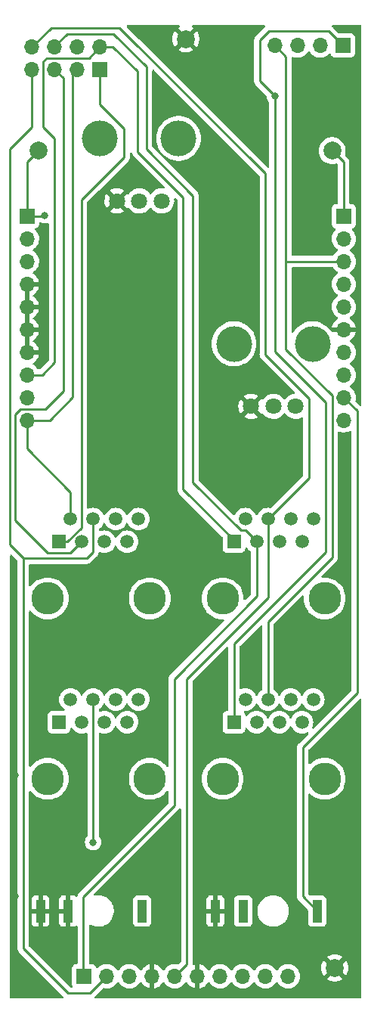
<source format=gbr>
%TF.GenerationSoftware,KiCad,Pcbnew,(6.0.11)*%
%TF.CreationDate,2023-03-01T18:26:33+00:00*%
%TF.ProjectId,Quilter_Controls,5175696c-7465-4725-9f43-6f6e74726f6c,rev?*%
%TF.SameCoordinates,Original*%
%TF.FileFunction,Copper,L1,Top*%
%TF.FilePolarity,Positive*%
%FSLAX46Y46*%
G04 Gerber Fmt 4.6, Leading zero omitted, Abs format (unit mm)*
G04 Created by KiCad (PCBNEW (6.0.11)) date 2023-03-01 18:26:33*
%MOMM*%
%LPD*%
G01*
G04 APERTURE LIST*
%TA.AperFunction,ComponentPad*%
%ADD10C,2.000000*%
%TD*%
%TA.AperFunction,ComponentPad*%
%ADD11R,1.000000X2.500000*%
%TD*%
%TA.AperFunction,WasherPad*%
%ADD12C,4.000000*%
%TD*%
%TA.AperFunction,ComponentPad*%
%ADD13C,1.800000*%
%TD*%
%TA.AperFunction,WasherPad*%
%ADD14C,3.650000*%
%TD*%
%TA.AperFunction,ComponentPad*%
%ADD15R,1.500000X1.500000*%
%TD*%
%TA.AperFunction,ComponentPad*%
%ADD16C,1.500000*%
%TD*%
%TA.AperFunction,ComponentPad*%
%ADD17R,1.700000X1.700000*%
%TD*%
%TA.AperFunction,ComponentPad*%
%ADD18O,1.700000X1.700000*%
%TD*%
%TA.AperFunction,ViaPad*%
%ADD19C,0.800000*%
%TD*%
%TA.AperFunction,Conductor*%
%ADD20C,0.250000*%
%TD*%
G04 APERTURE END LIST*
D10*
%TO.P,TP3,1,1*%
%TO.N,GND*%
X70200000Y-42970000D03*
%TD*%
D11*
%TO.P,J11,1*%
%TO.N,GND*%
X53920000Y-140600000D03*
%TO.P,J11,2*%
X57020000Y-140600000D03*
%TO.P,J11,3*%
%TO.N,/FREQ_JACK*%
X65320000Y-140600000D03*
%TD*%
D12*
%TO.P,Q_CTRL1,*%
%TO.N,*%
X84400000Y-77100000D03*
X75600000Y-77100000D03*
D13*
%TO.P,Q_CTRL1,1,1*%
%TO.N,+12V*%
X82500000Y-84100000D03*
%TO.P,Q_CTRL1,2,2*%
%TO.N,/Q_POT*%
X80000000Y-84100000D03*
%TO.P,Q_CTRL1,3,3*%
%TO.N,GND*%
X77500000Y-84100000D03*
%TD*%
D10*
%TO.P,TP4,1,1*%
%TO.N,GND*%
X86900000Y-146970000D03*
%TD*%
D11*
%TO.P,J6,1*%
%TO.N,GND*%
X73520000Y-140600000D03*
%TO.P,J6,2*%
%TO.N,unconnected-(J6-Pad2)*%
X76620000Y-140600000D03*
%TO.P,J6,3*%
%TO.N,/AUDIO_MIX*%
X84920000Y-140600000D03*
%TD*%
D14*
%TO.P,J4,*%
%TO.N,*%
X85760000Y-105600000D03*
X74330000Y-105600000D03*
D15*
%TO.P,J4,1*%
%TO.N,/AUDIO_IN1*%
X75600000Y-99250000D03*
D16*
%TO.P,J4,2*%
%TO.N,/AUDIO_IN2*%
X76870000Y-96710000D03*
%TO.P,J4,3*%
%TO.N,/AUDIO_IN3*%
X78140000Y-99250000D03*
%TO.P,J4,4*%
%TO.N,/AUDIO_IN4*%
X79410000Y-96710000D03*
%TO.P,J4,5*%
%TO.N,unconnected-(J4-Pad5)*%
X80680000Y-99250000D03*
%TO.P,J4,6*%
%TO.N,unconnected-(J4-Pad6)*%
X81950000Y-96710000D03*
%TO.P,J4,7*%
%TO.N,unconnected-(J4-Pad7)*%
X83220000Y-99250000D03*
%TO.P,J4,8*%
%TO.N,unconnected-(J4-Pad8)*%
X84490000Y-96710000D03*
%TD*%
D10*
%TO.P,TP1,1,1*%
%TO.N,+12V*%
X53700000Y-55470000D03*
%TD*%
D14*
%TO.P,J5,*%
%TO.N,*%
X74330000Y-125800000D03*
X85760000Y-125800000D03*
D15*
%TO.P,J5,1*%
%TO.N,/AUDIO_BUFF1*%
X75600000Y-119450000D03*
D16*
%TO.P,J5,2*%
%TO.N,/AUDIO_BUFF2*%
X76870000Y-116910000D03*
%TO.P,J5,3*%
%TO.N,/AUDIO_BUFF3*%
X78140000Y-119450000D03*
%TO.P,J5,4*%
%TO.N,/AUDIO_BUFF4*%
X79410000Y-116910000D03*
%TO.P,J5,5*%
%TO.N,unconnected-(J5-Pad5)*%
X80680000Y-119450000D03*
%TO.P,J5,6*%
%TO.N,unconnected-(J5-Pad6)*%
X81950000Y-116910000D03*
%TO.P,J5,7*%
%TO.N,unconnected-(J5-Pad7)*%
X83220000Y-119450000D03*
%TO.P,J5,8*%
%TO.N,unconnected-(J5-Pad8)*%
X84490000Y-116910000D03*
%TD*%
D14*
%TO.P,J8,*%
%TO.N,*%
X66160000Y-125800000D03*
X54730000Y-125800000D03*
D15*
%TO.P,J8,1*%
%TO.N,/FREQ_CV1*%
X56000000Y-119450000D03*
D16*
%TO.P,J8,2*%
%TO.N,/FREQ_CV2*%
X57270000Y-116910000D03*
%TO.P,J8,3*%
%TO.N,/FREQ_CV3*%
X58540000Y-119450000D03*
%TO.P,J8,4*%
%TO.N,/FREQ_CV4*%
X59810000Y-116910000D03*
%TO.P,J8,5*%
%TO.N,unconnected-(J8-Pad5)*%
X61080000Y-119450000D03*
%TO.P,J8,6*%
%TO.N,unconnected-(J8-Pad6)*%
X62350000Y-116910000D03*
%TO.P,J8,7*%
%TO.N,unconnected-(J8-Pad7)*%
X63620000Y-119450000D03*
%TO.P,J8,8*%
%TO.N,unconnected-(J8-Pad8)*%
X64890000Y-116910000D03*
%TD*%
D10*
%TO.P,TP2,1,1*%
%TO.N,-12V*%
X86600000Y-55470000D03*
%TD*%
D14*
%TO.P,J7,*%
%TO.N,*%
X54730000Y-105600000D03*
X66160000Y-105600000D03*
D15*
%TO.P,J7,1*%
%TO.N,/FREQ_V_OCT1*%
X56000000Y-99250000D03*
D16*
%TO.P,J7,2*%
%TO.N,/FREQ_V_OCT2*%
X57270000Y-96710000D03*
%TO.P,J7,3*%
%TO.N,/FREQ_V_OCT3*%
X58540000Y-99250000D03*
%TO.P,J7,4*%
%TO.N,/FREQ_V_OCT4*%
X59810000Y-96710000D03*
%TO.P,J7,5*%
%TO.N,unconnected-(J7-Pad5)*%
X61080000Y-99250000D03*
%TO.P,J7,6*%
%TO.N,unconnected-(J7-Pad6)*%
X62350000Y-96710000D03*
%TO.P,J7,7*%
%TO.N,unconnected-(J7-Pad7)*%
X63620000Y-99250000D03*
%TO.P,J7,8*%
%TO.N,unconnected-(J7-Pad8)*%
X64890000Y-96710000D03*
%TD*%
D12*
%TO.P,FREQ_POT1,*%
%TO.N,*%
X69400000Y-54100000D03*
X60600000Y-54100000D03*
D13*
%TO.P,FREQ_POT1,1,1*%
%TO.N,/FREQ_POT_5V*%
X67500000Y-61100000D03*
%TO.P,FREQ_POT1,2,2*%
%TO.N,/FREQ_POT*%
X65000000Y-61100000D03*
%TO.P,FREQ_POT1,3,3*%
%TO.N,GND*%
X62500000Y-61100000D03*
%TD*%
D17*
%TO.P,J3,1,Pin_1*%
%TO.N,/AUDIO_IN3*%
X58800000Y-147900000D03*
D18*
%TO.P,J3,2,Pin_2*%
%TO.N,/FREQ_V_OCT4*%
X61340000Y-147900000D03*
%TO.P,J3,3,Pin_3*%
%TO.N,/FREQ_CV4*%
X63880000Y-147900000D03*
%TO.P,J3,4,Pin_4*%
%TO.N,GND*%
X66420000Y-147900000D03*
%TO.P,J3,5,Pin_5*%
%TO.N,/AUDIO_IN4*%
X68960000Y-147900000D03*
%TO.P,J3,6,Pin_6*%
%TO.N,GND*%
X71500000Y-147900000D03*
%TO.P,J3,7,Pin_7*%
%TO.N,/FREQ_CV1*%
X74040000Y-147900000D03*
%TO.P,J3,8,Pin_8*%
%TO.N,/FREQ_JACK*%
X76580000Y-147900000D03*
%TO.P,J3,9,Pin_9*%
%TO.N,/FREQ_CV3*%
X79120000Y-147900000D03*
%TO.P,J3,10,Pin_10*%
%TO.N,/FREQ_V_OCT3*%
X81660000Y-147900000D03*
%TD*%
D17*
%TO.P,J1,1,Pin_1*%
%TO.N,-12V*%
X87900000Y-62800000D03*
D18*
%TO.P,J1,2,Pin_2*%
%TO.N,/AUDIO_BUFF2*%
X87900000Y-65340000D03*
%TO.P,J1,3,Pin_3*%
%TO.N,/AUDIO_BUFF4*%
X87900000Y-67880000D03*
%TO.P,J1,4,Pin_4*%
%TO.N,/FREQ_POT_5V*%
X87900000Y-70420000D03*
%TO.P,J1,5,Pin_5*%
%TO.N,/FREQ_POT*%
X87900000Y-72960000D03*
%TO.P,J1,6,Pin_6*%
%TO.N,GND*%
X87900000Y-75500000D03*
%TO.P,J1,7,Pin_7*%
%TO.N,/FREQ_V_OCT1*%
X87900000Y-78040000D03*
%TO.P,J1,8,Pin_8*%
%TO.N,/Q_POT*%
X87900000Y-80580000D03*
%TO.P,J1,9,Pin_9*%
%TO.N,/AUDIO_MIX*%
X87900000Y-83120000D03*
%TO.P,J1,10,Pin_10*%
%TO.N,/AUDIO_IN2*%
X87900000Y-85660000D03*
%TD*%
D17*
%TO.P,J2,1,Pin_1*%
%TO.N,+12V*%
X52400000Y-62800000D03*
D18*
%TO.P,J2,2,Pin_2*%
%TO.N,/AUDIO_BUFF1*%
X52400000Y-65340000D03*
%TO.P,J2,3,Pin_3*%
%TO.N,/AUDIO_BUFF3*%
X52400000Y-67880000D03*
%TO.P,J2,4,Pin_4*%
%TO.N,GND*%
X52400000Y-70420000D03*
%TO.P,J2,5,Pin_5*%
X52400000Y-72960000D03*
%TO.P,J2,6,Pin_6*%
X52400000Y-75500000D03*
%TO.P,J2,7,Pin_7*%
X52400000Y-78040000D03*
%TO.P,J2,8,Pin_8*%
%TO.N,/AUDIO_IN1*%
X52400000Y-80580000D03*
%TO.P,J2,9,Pin_9*%
%TO.N,/FREQ_CV2*%
X52400000Y-83120000D03*
%TO.P,J2,10,Pin_10*%
%TO.N,/FREQ_V_OCT2*%
X52400000Y-85660000D03*
%TD*%
D17*
%TO.P,J9,1,Pin_1*%
%TO.N,/FREQ_V_OCT1*%
X60600000Y-46375000D03*
D18*
%TO.P,J9,2,Pin_2*%
%TO.N,/AUDIO_IN1*%
X60600000Y-43835000D03*
%TO.P,J9,3,Pin_3*%
%TO.N,/FREQ_V_OCT2*%
X58060000Y-46375000D03*
%TO.P,J9,4,Pin_4*%
%TO.N,/AUDIO_IN2*%
X58060000Y-43835000D03*
%TO.P,J9,5,Pin_5*%
%TO.N,/FREQ_V_OCT3*%
X55520000Y-46375000D03*
%TO.P,J9,6,Pin_6*%
%TO.N,/AUDIO_IN3*%
X55520000Y-43835000D03*
%TO.P,J9,7,Pin_7*%
%TO.N,/FREQ_V_OCT4*%
X52980000Y-46375000D03*
%TO.P,J9,8,Pin_8*%
%TO.N,/AUDIO_IN4*%
X52980000Y-43835000D03*
%TD*%
D17*
%TO.P,J10,1,Pin_1*%
%TO.N,/AUDIO_BUFF1*%
X87800000Y-43700000D03*
D18*
%TO.P,J10,2,Pin_2*%
%TO.N,/AUDIO_BUFF2*%
X85260000Y-43700000D03*
%TO.P,J10,3,Pin_3*%
%TO.N,/AUDIO_BUFF3*%
X82720000Y-43700000D03*
%TO.P,J10,4,Pin_4*%
%TO.N,/AUDIO_BUFF4*%
X80180000Y-43700000D03*
%TD*%
D19*
%TO.N,GND*%
X85200000Y-137400000D03*
X51100000Y-138900000D03*
X74600000Y-134200000D03*
X83300000Y-50100000D03*
X82900000Y-66500000D03*
X54400000Y-67900000D03*
X64600000Y-136600000D03*
X53100000Y-148000000D03*
X78200000Y-53400000D03*
X65700000Y-114200000D03*
X62800000Y-102100000D03*
X73800000Y-114800000D03*
X80800000Y-89000000D03*
X80700000Y-108800000D03*
X88700000Y-120100000D03*
X58900000Y-107600000D03*
X74400000Y-122300000D03*
X67500000Y-93100000D03*
X62900000Y-127700000D03*
X68300000Y-133200000D03*
X51100000Y-125400000D03*
X79900000Y-122300000D03*
X57300000Y-121600000D03*
X80200000Y-144300000D03*
X67400000Y-72500000D03*
X67400000Y-64700000D03*
X54400000Y-114000000D03*
X86800000Y-116800000D03*
X67400000Y-79100000D03*
X82900000Y-69100000D03*
X76700000Y-114600000D03*
X87100000Y-108800000D03*
%TO.N,/AUDIO_BUFF1*%
X80200000Y-49400000D03*
%TO.N,/FREQ_CV4*%
X59810000Y-132890000D03*
%TO.N,+12V*%
X54400000Y-62700000D03*
%TD*%
D20*
%TO.N,/FREQ_V_OCT1*%
X56950000Y-99250000D02*
X56000000Y-99250000D01*
X63300000Y-56200000D02*
X58500000Y-61000000D01*
X63300000Y-53000000D02*
X63300000Y-56200000D01*
X60600000Y-46375000D02*
X60600000Y-50300000D01*
X60600000Y-50300000D02*
X63300000Y-53000000D01*
X58500000Y-97700000D02*
X56950000Y-99250000D01*
X58500000Y-61000000D02*
X58500000Y-97700000D01*
%TO.N,/AUDIO_BUFF1*%
X80200000Y-78000000D02*
X80200000Y-49400000D01*
X78500000Y-47700000D02*
X78500000Y-43100000D01*
X75600000Y-119450000D02*
X75600000Y-110700000D01*
X85850499Y-83650499D02*
X80200000Y-78000000D01*
X85850499Y-100449501D02*
X85850499Y-83650499D01*
X86200000Y-42100000D02*
X87800000Y-43700000D01*
X79500000Y-42100000D02*
X86200000Y-42100000D01*
X75600000Y-110700000D02*
X85850499Y-100449501D01*
X78500000Y-43100000D02*
X79500000Y-42100000D01*
X80200000Y-49400000D02*
X78500000Y-47700000D01*
%TO.N,/AUDIO_BUFF4*%
X81520000Y-67880000D02*
X81400000Y-68000000D01*
X79410000Y-108190000D02*
X86600000Y-101000000D01*
X86600000Y-101000000D02*
X86600000Y-82900000D01*
X87900000Y-67880000D02*
X81520000Y-67880000D01*
X86600000Y-82900000D02*
X81400000Y-77700000D01*
X81400000Y-68000000D02*
X81400000Y-44920000D01*
X79410000Y-116910000D02*
X79410000Y-108190000D01*
X81400000Y-44920000D02*
X80180000Y-43700000D01*
X81400000Y-77700000D02*
X81400000Y-68000000D01*
%TO.N,/AUDIO_MIX*%
X83300000Y-138980000D02*
X84920000Y-140600000D01*
X83300000Y-122300000D02*
X83300000Y-138980000D01*
X87900000Y-83120000D02*
X89400000Y-84620000D01*
X89400000Y-84620000D02*
X89400000Y-116200000D01*
X89400000Y-116200000D02*
X83300000Y-122300000D01*
%TO.N,/AUDIO_IN1*%
X59335000Y-45100000D02*
X60600000Y-43835000D01*
X52400000Y-80580000D02*
X54120000Y-80580000D01*
X54120000Y-80580000D02*
X55500000Y-79200000D01*
X69900000Y-93400000D02*
X69900000Y-60700000D01*
X69900000Y-60700000D02*
X64800000Y-55600000D01*
X55500000Y-79200000D02*
X55500000Y-54100000D01*
X62035000Y-43835000D02*
X60600000Y-43835000D01*
X54200000Y-52800000D02*
X54200000Y-45500000D01*
X64800000Y-46600000D02*
X62035000Y-43835000D01*
X54200000Y-45500000D02*
X54600000Y-45100000D01*
X64800000Y-55600000D02*
X64800000Y-46600000D01*
X55500000Y-54100000D02*
X54200000Y-52800000D01*
X75600000Y-99250000D02*
X75600000Y-99100000D01*
X54600000Y-45100000D02*
X59335000Y-45100000D01*
X75600000Y-99100000D02*
X69900000Y-93400000D01*
%TO.N,/FREQ_V_OCT2*%
X54940000Y-85660000D02*
X52400000Y-85660000D01*
X52400000Y-88840000D02*
X57270000Y-93710000D01*
X58060000Y-46375000D02*
X57500000Y-46935000D01*
X57500000Y-83100000D02*
X54940000Y-85660000D01*
X57270000Y-93710000D02*
X57270000Y-96710000D01*
X52400000Y-85660000D02*
X52400000Y-88840000D01*
X57500000Y-46935000D02*
X57500000Y-83100000D01*
%TO.N,/FREQ_V_OCT4*%
X52000000Y-101100000D02*
X52000000Y-144800000D01*
X52980000Y-46375000D02*
X52980000Y-52820000D01*
X59440000Y-149800000D02*
X61340000Y-147900000D01*
X50500000Y-99600000D02*
X52000000Y-101100000D01*
X59100000Y-101100000D02*
X59810000Y-100390000D01*
X52000000Y-144800000D02*
X57000000Y-149800000D01*
X52000000Y-101100000D02*
X59100000Y-101100000D01*
X59810000Y-100390000D02*
X59810000Y-96710000D01*
X50500000Y-55300000D02*
X50500000Y-99600000D01*
X57000000Y-149800000D02*
X59440000Y-149800000D01*
X52980000Y-52820000D02*
X50500000Y-55300000D01*
%TO.N,/FREQ_CV4*%
X59810000Y-116910000D02*
X59810000Y-132890000D01*
%TO.N,/AUDIO_IN4*%
X55115000Y-41700000D02*
X52980000Y-43835000D01*
X84000000Y-83200000D02*
X79100000Y-78300000D01*
X79100000Y-78300000D02*
X79100000Y-58000000D01*
X79410000Y-105490000D02*
X70300000Y-114600000D01*
X70300000Y-114600000D02*
X70300000Y-146560000D01*
X84000000Y-92120000D02*
X84000000Y-83200000D01*
X79410000Y-96710000D02*
X84000000Y-92120000D01*
X62800000Y-41700000D02*
X55115000Y-41700000D01*
X79100000Y-58000000D02*
X62800000Y-41700000D01*
X79410000Y-96710000D02*
X79410000Y-105490000D01*
X70300000Y-146560000D02*
X68960000Y-147900000D01*
%TO.N,/AUDIO_IN3*%
X76400000Y-98000000D02*
X76890000Y-98000000D01*
X65800000Y-55300000D02*
X71000000Y-60500000D01*
X62100000Y-42400000D02*
X65800000Y-46100000D01*
X76890000Y-98000000D02*
X78140000Y-99250000D01*
X58700000Y-139000000D02*
X58700000Y-147800000D01*
X78140000Y-105360000D02*
X68900000Y-114600000D01*
X65800000Y-46100000D02*
X65800000Y-55300000D01*
X68900000Y-114600000D02*
X68900000Y-128800000D01*
X78140000Y-99250000D02*
X78140000Y-105360000D01*
X68900000Y-128800000D02*
X58700000Y-139000000D01*
X71000000Y-60500000D02*
X71000000Y-92600000D01*
X71000000Y-92600000D02*
X76400000Y-98000000D01*
X55520000Y-43835000D02*
X55520000Y-43780000D01*
X58700000Y-147800000D02*
X58800000Y-147900000D01*
X55520000Y-43780000D02*
X56900000Y-42400000D01*
X56900000Y-42400000D02*
X62100000Y-42400000D01*
%TO.N,/FREQ_V_OCT3*%
X57290000Y-100500000D02*
X58540000Y-99250000D01*
X51100000Y-96900000D02*
X54700000Y-100500000D01*
X55520000Y-46375000D02*
X56500000Y-47355000D01*
X56500000Y-47355000D02*
X56500000Y-82400000D01*
X54700000Y-100500000D02*
X57290000Y-100500000D01*
X56500000Y-82400000D02*
X54500000Y-84400000D01*
X51100000Y-85000000D02*
X51100000Y-96900000D01*
X51700000Y-84400000D02*
X51100000Y-85000000D01*
X54500000Y-84400000D02*
X51700000Y-84400000D01*
%TO.N,+12V*%
X54300000Y-62800000D02*
X54400000Y-62700000D01*
X52400000Y-62800000D02*
X54300000Y-62800000D01*
X53700000Y-55470000D02*
X52400000Y-56770000D01*
X52400000Y-56770000D02*
X52400000Y-62800000D01*
%TO.N,-12V*%
X86600000Y-55470000D02*
X87900000Y-56770000D01*
X87900000Y-56770000D02*
X87900000Y-62800000D01*
%TD*%
%TA.AperFunction,Conductor*%
%TO.N,GND*%
G36*
X74884532Y-111015538D02*
G01*
X74941368Y-111058085D01*
X74966179Y-111124605D01*
X74966500Y-111133594D01*
X74966500Y-118065500D01*
X74946498Y-118133621D01*
X74892842Y-118180114D01*
X74840500Y-118191500D01*
X74801866Y-118191500D01*
X74739684Y-118198255D01*
X74603295Y-118249385D01*
X74486739Y-118336739D01*
X74399385Y-118453295D01*
X74348255Y-118589684D01*
X74341500Y-118651866D01*
X74341500Y-120248134D01*
X74348255Y-120310316D01*
X74399385Y-120446705D01*
X74486739Y-120563261D01*
X74603295Y-120650615D01*
X74739684Y-120701745D01*
X74801866Y-120708500D01*
X76398134Y-120708500D01*
X76460316Y-120701745D01*
X76596705Y-120650615D01*
X76713261Y-120563261D01*
X76800615Y-120446705D01*
X76851745Y-120310316D01*
X76858500Y-120248134D01*
X76858500Y-120213576D01*
X76878502Y-120145455D01*
X76932158Y-120098962D01*
X77002432Y-120088858D01*
X77067012Y-120118352D01*
X77087713Y-120141305D01*
X77160123Y-120244717D01*
X77172251Y-120262038D01*
X77327962Y-120417749D01*
X77508346Y-120544056D01*
X77707924Y-120637120D01*
X77920629Y-120694115D01*
X78140000Y-120713307D01*
X78359371Y-120694115D01*
X78572076Y-120637120D01*
X78771654Y-120544056D01*
X78952038Y-120417749D01*
X79107749Y-120262038D01*
X79119878Y-120244717D01*
X79230899Y-120086162D01*
X79230900Y-120086160D01*
X79234056Y-120081653D01*
X79236379Y-120076671D01*
X79236382Y-120076666D01*
X79295805Y-119949231D01*
X79342722Y-119895946D01*
X79410999Y-119876485D01*
X79478959Y-119897027D01*
X79524195Y-119949231D01*
X79583618Y-120076666D01*
X79583621Y-120076671D01*
X79585944Y-120081653D01*
X79589100Y-120086160D01*
X79589101Y-120086162D01*
X79700123Y-120244717D01*
X79712251Y-120262038D01*
X79867962Y-120417749D01*
X80048346Y-120544056D01*
X80247924Y-120637120D01*
X80460629Y-120694115D01*
X80680000Y-120713307D01*
X80899371Y-120694115D01*
X81112076Y-120637120D01*
X81311654Y-120544056D01*
X81492038Y-120417749D01*
X81647749Y-120262038D01*
X81659878Y-120244717D01*
X81770899Y-120086162D01*
X81770900Y-120086160D01*
X81774056Y-120081653D01*
X81776379Y-120076671D01*
X81776382Y-120076666D01*
X81835805Y-119949231D01*
X81882722Y-119895946D01*
X81950999Y-119876485D01*
X82018959Y-119897027D01*
X82064195Y-119949231D01*
X82123618Y-120076666D01*
X82123621Y-120076671D01*
X82125944Y-120081653D01*
X82129100Y-120086160D01*
X82129101Y-120086162D01*
X82240123Y-120244717D01*
X82252251Y-120262038D01*
X82407962Y-120417749D01*
X82588346Y-120544056D01*
X82787924Y-120637120D01*
X83000629Y-120694115D01*
X83220000Y-120713307D01*
X83439371Y-120694115D01*
X83652076Y-120637120D01*
X83781858Y-120576602D01*
X83852050Y-120565941D01*
X83916863Y-120594921D01*
X83955719Y-120654341D01*
X83956282Y-120725335D01*
X83924203Y-120779892D01*
X82907747Y-121796348D01*
X82899461Y-121803888D01*
X82892982Y-121808000D01*
X82887557Y-121813777D01*
X82846357Y-121857651D01*
X82843602Y-121860493D01*
X82823865Y-121880230D01*
X82821385Y-121883427D01*
X82813682Y-121892447D01*
X82783414Y-121924679D01*
X82779595Y-121931625D01*
X82779593Y-121931628D01*
X82773652Y-121942434D01*
X82762801Y-121958953D01*
X82750386Y-121974959D01*
X82747241Y-121982228D01*
X82747238Y-121982232D01*
X82732826Y-122015537D01*
X82727609Y-122026187D01*
X82706305Y-122064940D01*
X82704334Y-122072615D01*
X82704334Y-122072616D01*
X82701267Y-122084562D01*
X82694863Y-122103266D01*
X82686819Y-122121855D01*
X82685580Y-122129678D01*
X82685577Y-122129688D01*
X82679901Y-122165524D01*
X82677495Y-122177144D01*
X82666500Y-122219970D01*
X82666500Y-122240224D01*
X82664949Y-122259934D01*
X82661780Y-122279943D01*
X82662526Y-122287835D01*
X82665941Y-122323961D01*
X82666500Y-122335819D01*
X82666500Y-138901233D01*
X82665973Y-138912416D01*
X82664298Y-138919909D01*
X82664547Y-138927835D01*
X82664547Y-138927836D01*
X82666438Y-138987986D01*
X82666500Y-138991945D01*
X82666500Y-139019856D01*
X82666997Y-139023790D01*
X82666997Y-139023791D01*
X82667005Y-139023856D01*
X82667938Y-139035693D01*
X82669327Y-139079889D01*
X82674110Y-139096351D01*
X82674978Y-139099339D01*
X82678987Y-139118700D01*
X82681526Y-139138797D01*
X82684445Y-139146168D01*
X82684445Y-139146170D01*
X82697804Y-139179912D01*
X82701649Y-139191142D01*
X82713982Y-139233593D01*
X82718015Y-139240412D01*
X82718017Y-139240417D01*
X82724293Y-139251028D01*
X82732988Y-139268776D01*
X82740448Y-139287617D01*
X82745110Y-139294033D01*
X82745110Y-139294034D01*
X82766436Y-139323387D01*
X82772952Y-139333307D01*
X82795458Y-139371362D01*
X82809779Y-139385683D01*
X82822619Y-139400716D01*
X82834528Y-139417107D01*
X82840634Y-139422158D01*
X82868605Y-139445298D01*
X82877384Y-139453288D01*
X83874595Y-140450500D01*
X83908621Y-140512812D01*
X83911500Y-140539595D01*
X83911500Y-141898134D01*
X83918255Y-141960316D01*
X83969385Y-142096705D01*
X84056739Y-142213261D01*
X84173295Y-142300615D01*
X84309684Y-142351745D01*
X84371866Y-142358500D01*
X85468134Y-142358500D01*
X85530316Y-142351745D01*
X85666705Y-142300615D01*
X85783261Y-142213261D01*
X85870615Y-142096705D01*
X85921745Y-141960316D01*
X85928500Y-141898134D01*
X85928500Y-139301866D01*
X85921745Y-139239684D01*
X85870615Y-139103295D01*
X85783261Y-138986739D01*
X85666705Y-138899385D01*
X85530316Y-138848255D01*
X85468134Y-138841500D01*
X84371866Y-138841500D01*
X84309684Y-138848255D01*
X84302288Y-138851027D01*
X84302282Y-138851029D01*
X84207066Y-138886724D01*
X84136259Y-138891907D01*
X84073742Y-138857837D01*
X83970405Y-138754500D01*
X83936379Y-138692188D01*
X83933500Y-138665405D01*
X83933500Y-127580010D01*
X83953502Y-127511889D01*
X84007158Y-127465396D01*
X84077432Y-127455292D01*
X84142577Y-127485277D01*
X84223721Y-127556439D01*
X84333307Y-127652544D01*
X84333313Y-127652548D01*
X84336407Y-127655262D01*
X84339833Y-127657551D01*
X84339838Y-127657555D01*
X84587311Y-127822911D01*
X84590746Y-127825206D01*
X84594449Y-127827032D01*
X84861388Y-127958673D01*
X84861396Y-127958676D01*
X84865092Y-127960499D01*
X84869006Y-127961828D01*
X84869007Y-127961828D01*
X85150837Y-128057496D01*
X85150841Y-128057497D01*
X85154750Y-128058824D01*
X85158794Y-128059628D01*
X85158800Y-128059630D01*
X85450725Y-128117698D01*
X85450731Y-128117699D01*
X85454764Y-128118501D01*
X85458869Y-128118770D01*
X85458876Y-128118771D01*
X85755881Y-128138237D01*
X85760000Y-128138507D01*
X85764119Y-128138237D01*
X86061124Y-128118771D01*
X86061131Y-128118770D01*
X86065236Y-128118501D01*
X86069269Y-128117699D01*
X86069275Y-128117698D01*
X86361200Y-128059630D01*
X86361206Y-128059628D01*
X86365250Y-128058824D01*
X86369159Y-128057497D01*
X86369163Y-128057496D01*
X86650993Y-127961828D01*
X86650994Y-127961828D01*
X86654908Y-127960499D01*
X86658604Y-127958676D01*
X86658612Y-127958673D01*
X86925551Y-127827032D01*
X86929254Y-127825206D01*
X86932689Y-127822911D01*
X87180162Y-127657555D01*
X87180167Y-127657551D01*
X87183593Y-127655262D01*
X87186687Y-127652548D01*
X87186693Y-127652544D01*
X87410485Y-127456283D01*
X87413574Y-127453574D01*
X87567618Y-127277921D01*
X87612544Y-127226693D01*
X87612548Y-127226687D01*
X87615262Y-127223593D01*
X87785206Y-126969253D01*
X87866500Y-126804406D01*
X87918673Y-126698612D01*
X87918676Y-126698604D01*
X87920499Y-126694908D01*
X88018824Y-126405250D01*
X88078501Y-126105236D01*
X88098507Y-125800000D01*
X88078501Y-125494764D01*
X88018824Y-125194750D01*
X87920499Y-124905092D01*
X87918676Y-124901396D01*
X87918673Y-124901388D01*
X87787032Y-124634450D01*
X87785206Y-124630747D01*
X87615262Y-124376407D01*
X87612548Y-124373313D01*
X87612544Y-124373307D01*
X87416283Y-124149515D01*
X87413574Y-124146426D01*
X87347796Y-124088740D01*
X87186693Y-123947456D01*
X87186687Y-123947452D01*
X87183593Y-123944738D01*
X87180163Y-123942446D01*
X87180162Y-123942445D01*
X86932689Y-123777089D01*
X86932687Y-123777088D01*
X86929254Y-123774794D01*
X86880747Y-123750873D01*
X86658612Y-123641327D01*
X86658604Y-123641324D01*
X86654908Y-123639501D01*
X86650993Y-123638172D01*
X86369163Y-123542504D01*
X86369159Y-123542503D01*
X86365250Y-123541176D01*
X86361206Y-123540372D01*
X86361200Y-123540370D01*
X86069275Y-123482302D01*
X86069269Y-123482301D01*
X86065236Y-123481499D01*
X86061131Y-123481230D01*
X86061124Y-123481229D01*
X85764119Y-123461763D01*
X85760000Y-123461493D01*
X85755881Y-123461763D01*
X85458876Y-123481229D01*
X85458869Y-123481230D01*
X85454764Y-123481499D01*
X85450731Y-123482301D01*
X85450725Y-123482302D01*
X85158800Y-123540370D01*
X85158794Y-123540372D01*
X85154750Y-123541176D01*
X85150841Y-123542503D01*
X85150837Y-123542504D01*
X84869007Y-123638172D01*
X84865092Y-123639501D01*
X84861396Y-123641324D01*
X84861388Y-123641327D01*
X84640816Y-123750103D01*
X84590747Y-123774794D01*
X84336407Y-123944738D01*
X84333313Y-123947452D01*
X84333307Y-123947456D01*
X84223721Y-124043561D01*
X84142577Y-124114723D01*
X84078174Y-124144599D01*
X84007841Y-124134913D01*
X83953909Y-124088740D01*
X83933500Y-124019990D01*
X83933500Y-122614594D01*
X83953502Y-122546473D01*
X83970405Y-122525499D01*
X89676405Y-116819500D01*
X89738717Y-116785474D01*
X89809532Y-116790539D01*
X89866368Y-116833086D01*
X89891179Y-116899606D01*
X89891500Y-116908595D01*
X89891500Y-150265500D01*
X89871498Y-150333621D01*
X89817842Y-150380114D01*
X89765500Y-150391500D01*
X60048594Y-150391500D01*
X59980473Y-150371498D01*
X59933980Y-150317842D01*
X59923876Y-150247568D01*
X59953370Y-150182988D01*
X59959499Y-150176405D01*
X60884549Y-149251355D01*
X60946861Y-149217329D01*
X60998762Y-149216979D01*
X61178597Y-149253567D01*
X61183772Y-149253757D01*
X61183774Y-149253757D01*
X61396673Y-149261564D01*
X61396677Y-149261564D01*
X61401837Y-149261753D01*
X61406957Y-149261097D01*
X61406959Y-149261097D01*
X61618288Y-149234025D01*
X61618289Y-149234025D01*
X61623416Y-149233368D01*
X61628366Y-149231883D01*
X61832429Y-149170661D01*
X61832434Y-149170659D01*
X61837384Y-149169174D01*
X62037994Y-149070896D01*
X62219860Y-148941173D01*
X62378096Y-148783489D01*
X62508453Y-148602077D01*
X62509776Y-148603028D01*
X62556645Y-148559857D01*
X62626580Y-148547625D01*
X62692026Y-148575144D01*
X62719875Y-148606994D01*
X62779987Y-148705088D01*
X62926250Y-148873938D01*
X63098126Y-149016632D01*
X63291000Y-149129338D01*
X63499692Y-149209030D01*
X63504760Y-149210061D01*
X63504763Y-149210062D01*
X63599862Y-149229410D01*
X63718597Y-149253567D01*
X63723772Y-149253757D01*
X63723774Y-149253757D01*
X63936673Y-149261564D01*
X63936677Y-149261564D01*
X63941837Y-149261753D01*
X63946957Y-149261097D01*
X63946959Y-149261097D01*
X64158288Y-149234025D01*
X64158289Y-149234025D01*
X64163416Y-149233368D01*
X64168366Y-149231883D01*
X64372429Y-149170661D01*
X64372434Y-149170659D01*
X64377384Y-149169174D01*
X64577994Y-149070896D01*
X64759860Y-148941173D01*
X64918096Y-148783489D01*
X65048453Y-148602077D01*
X65049640Y-148602930D01*
X65096960Y-148559362D01*
X65166897Y-148547145D01*
X65232338Y-148574678D01*
X65260166Y-148606511D01*
X65317694Y-148700388D01*
X65323777Y-148708699D01*
X65463213Y-148869667D01*
X65470580Y-148876883D01*
X65634434Y-149012916D01*
X65642881Y-149018831D01*
X65826756Y-149126279D01*
X65836042Y-149130729D01*
X66035001Y-149206703D01*
X66044899Y-149209579D01*
X66148250Y-149230606D01*
X66162299Y-149229410D01*
X66166000Y-149219065D01*
X66166000Y-146583102D01*
X66162082Y-146569758D01*
X66147806Y-146567771D01*
X66109324Y-146573660D01*
X66099288Y-146576051D01*
X65896868Y-146642212D01*
X65887359Y-146646209D01*
X65698463Y-146744542D01*
X65689738Y-146750036D01*
X65519433Y-146877905D01*
X65511726Y-146884748D01*
X65364590Y-147038717D01*
X65358109Y-147046722D01*
X65253498Y-147200074D01*
X65198587Y-147245076D01*
X65128062Y-147253247D01*
X65064315Y-147221993D01*
X65043618Y-147197509D01*
X64962822Y-147072617D01*
X64962820Y-147072614D01*
X64960014Y-147068277D01*
X64809670Y-146903051D01*
X64805619Y-146899852D01*
X64805615Y-146899848D01*
X64638414Y-146767800D01*
X64638410Y-146767798D01*
X64634359Y-146764598D01*
X64598028Y-146744542D01*
X64569065Y-146728554D01*
X64438789Y-146656638D01*
X64433920Y-146654914D01*
X64433916Y-146654912D01*
X64233087Y-146583795D01*
X64233083Y-146583794D01*
X64228212Y-146582069D01*
X64223119Y-146581162D01*
X64223116Y-146581161D01*
X64013373Y-146543800D01*
X64013367Y-146543799D01*
X64008284Y-146542894D01*
X63934452Y-146541992D01*
X63790081Y-146540228D01*
X63790079Y-146540228D01*
X63784911Y-146540165D01*
X63564091Y-146573955D01*
X63351756Y-146643357D01*
X63278757Y-146681358D01*
X63169371Y-146738301D01*
X63153607Y-146746507D01*
X63149474Y-146749610D01*
X63149471Y-146749612D01*
X63030395Y-146839017D01*
X62974965Y-146880635D01*
X62971393Y-146884373D01*
X62863729Y-146997037D01*
X62820629Y-147042138D01*
X62713201Y-147199621D01*
X62658293Y-147244621D01*
X62587768Y-147252792D01*
X62524021Y-147221538D01*
X62503324Y-147197054D01*
X62422822Y-147072617D01*
X62422820Y-147072614D01*
X62420014Y-147068277D01*
X62269670Y-146903051D01*
X62265619Y-146899852D01*
X62265615Y-146899848D01*
X62098414Y-146767800D01*
X62098410Y-146767798D01*
X62094359Y-146764598D01*
X62058028Y-146744542D01*
X62029065Y-146728554D01*
X61898789Y-146656638D01*
X61893920Y-146654914D01*
X61893916Y-146654912D01*
X61693087Y-146583795D01*
X61693083Y-146583794D01*
X61688212Y-146582069D01*
X61683119Y-146581162D01*
X61683116Y-146581161D01*
X61473373Y-146543800D01*
X61473367Y-146543799D01*
X61468284Y-146542894D01*
X61394452Y-146541992D01*
X61250081Y-146540228D01*
X61250079Y-146540228D01*
X61244911Y-146540165D01*
X61024091Y-146573955D01*
X60811756Y-146643357D01*
X60738757Y-146681358D01*
X60629371Y-146738301D01*
X60613607Y-146746507D01*
X60609474Y-146749610D01*
X60609471Y-146749612D01*
X60490395Y-146839017D01*
X60434965Y-146880635D01*
X60378537Y-146939684D01*
X60354283Y-146965064D01*
X60292759Y-147000494D01*
X60221846Y-146997037D01*
X60164060Y-146955791D01*
X60145207Y-146922243D01*
X60103767Y-146811703D01*
X60100615Y-146803295D01*
X60013261Y-146686739D01*
X59896705Y-146599385D01*
X59760316Y-146548255D01*
X59698134Y-146541500D01*
X59459500Y-146541500D01*
X59391379Y-146521498D01*
X59344886Y-146467842D01*
X59333500Y-146415500D01*
X59333500Y-142233708D01*
X59353502Y-142165587D01*
X59407158Y-142119094D01*
X59477432Y-142108990D01*
X59524865Y-142125989D01*
X59595422Y-142168804D01*
X59595426Y-142168806D01*
X59599419Y-142171229D01*
X59840455Y-142272303D01*
X60093783Y-142336641D01*
X60098434Y-142337109D01*
X60098438Y-142337110D01*
X60289297Y-142356328D01*
X60310867Y-142358500D01*
X60466354Y-142358500D01*
X60468679Y-142358327D01*
X60468685Y-142358327D01*
X60656000Y-142344407D01*
X60656004Y-142344406D01*
X60660652Y-142344061D01*
X60665200Y-142343032D01*
X60665206Y-142343031D01*
X60878415Y-142294786D01*
X60915577Y-142286377D01*
X60951769Y-142272303D01*
X61154824Y-142193340D01*
X61154827Y-142193339D01*
X61159177Y-142191647D01*
X61386098Y-142061951D01*
X61591357Y-141900138D01*
X61593242Y-141898134D01*
X64311500Y-141898134D01*
X64318255Y-141960316D01*
X64369385Y-142096705D01*
X64456739Y-142213261D01*
X64573295Y-142300615D01*
X64709684Y-142351745D01*
X64771866Y-142358500D01*
X65868134Y-142358500D01*
X65930316Y-142351745D01*
X66066705Y-142300615D01*
X66183261Y-142213261D01*
X66270615Y-142096705D01*
X66321745Y-141960316D01*
X66328500Y-141898134D01*
X66328500Y-139301866D01*
X66321745Y-139239684D01*
X66270615Y-139103295D01*
X66183261Y-138986739D01*
X66066705Y-138899385D01*
X65930316Y-138848255D01*
X65868134Y-138841500D01*
X64771866Y-138841500D01*
X64709684Y-138848255D01*
X64573295Y-138899385D01*
X64456739Y-138986739D01*
X64369385Y-139103295D01*
X64318255Y-139239684D01*
X64311500Y-139301866D01*
X64311500Y-141898134D01*
X61593242Y-141898134D01*
X61770443Y-141709763D01*
X61919424Y-141495009D01*
X62035025Y-141260593D01*
X62114707Y-141011665D01*
X62156721Y-140753693D01*
X62160142Y-140492345D01*
X62124896Y-140233362D01*
X62110473Y-140183877D01*
X62053068Y-139986932D01*
X62051757Y-139982433D01*
X61942332Y-139745072D01*
X61909519Y-139695024D01*
X61801590Y-139530404D01*
X61801586Y-139530399D01*
X61799024Y-139526491D01*
X61624982Y-139331494D01*
X61424030Y-139164363D01*
X61385432Y-139140941D01*
X61204578Y-139031196D01*
X61204574Y-139031194D01*
X61200581Y-139028771D01*
X60959545Y-138927697D01*
X60706217Y-138863359D01*
X60701566Y-138862891D01*
X60701562Y-138862890D01*
X60494108Y-138842001D01*
X60489133Y-138841500D01*
X60333646Y-138841500D01*
X60331321Y-138841673D01*
X60331315Y-138841673D01*
X60144000Y-138855593D01*
X60143996Y-138855594D01*
X60139348Y-138855939D01*
X60134800Y-138856968D01*
X60134794Y-138856969D01*
X60077038Y-138870038D01*
X60048239Y-138876555D01*
X59977385Y-138872081D01*
X59920197Y-138830009D01*
X59894832Y-138763698D01*
X59909345Y-138694200D01*
X59931337Y-138664567D01*
X69292247Y-129303657D01*
X69300537Y-129296113D01*
X69307018Y-129292000D01*
X69353659Y-129242332D01*
X69356413Y-129239491D01*
X69376134Y-129219770D01*
X69378612Y-129216575D01*
X69386318Y-129207553D01*
X69411158Y-129181101D01*
X69416586Y-129175321D01*
X69426346Y-129157568D01*
X69437197Y-129141048D01*
X69440937Y-129136226D01*
X69498492Y-129094657D01*
X69569384Y-129090803D01*
X69631105Y-129125888D01*
X69664060Y-129188773D01*
X69666500Y-129213448D01*
X69666500Y-146245405D01*
X69646498Y-146313526D01*
X69629595Y-146334500D01*
X69417345Y-146546750D01*
X69355033Y-146580776D01*
X69306154Y-146581702D01*
X69093373Y-146543800D01*
X69093367Y-146543799D01*
X69088284Y-146542894D01*
X69014452Y-146541992D01*
X68870081Y-146540228D01*
X68870079Y-146540228D01*
X68864911Y-146540165D01*
X68644091Y-146573955D01*
X68431756Y-146643357D01*
X68358757Y-146681358D01*
X68249371Y-146738301D01*
X68233607Y-146746507D01*
X68229474Y-146749610D01*
X68229471Y-146749612D01*
X68110395Y-146839017D01*
X68054965Y-146880635D01*
X68051393Y-146884373D01*
X67943729Y-146997037D01*
X67900629Y-147042138D01*
X67897720Y-147046403D01*
X67897714Y-147046411D01*
X67890212Y-147057409D01*
X67793204Y-147199618D01*
X67792898Y-147200066D01*
X67737987Y-147245069D01*
X67667462Y-147253240D01*
X67603715Y-147221986D01*
X67583018Y-147197502D01*
X67502426Y-147072926D01*
X67496136Y-147064757D01*
X67352806Y-146907240D01*
X67345273Y-146900215D01*
X67178139Y-146768222D01*
X67169552Y-146762517D01*
X66983117Y-146659599D01*
X66973705Y-146655369D01*
X66772959Y-146584280D01*
X66762988Y-146581646D01*
X66691837Y-146568972D01*
X66678540Y-146570432D01*
X66674000Y-146584989D01*
X66674000Y-149218517D01*
X66678064Y-149232359D01*
X66691478Y-149234393D01*
X66698184Y-149233534D01*
X66708262Y-149231392D01*
X66912255Y-149170191D01*
X66921842Y-149166433D01*
X67113095Y-149072739D01*
X67121945Y-149067464D01*
X67295328Y-148943792D01*
X67303200Y-148937139D01*
X67454052Y-148786812D01*
X67460730Y-148778965D01*
X67588022Y-148601819D01*
X67589279Y-148602722D01*
X67636373Y-148559362D01*
X67706311Y-148547145D01*
X67771751Y-148574678D01*
X67799579Y-148606511D01*
X67859987Y-148705088D01*
X68006250Y-148873938D01*
X68178126Y-149016632D01*
X68371000Y-149129338D01*
X68579692Y-149209030D01*
X68584760Y-149210061D01*
X68584763Y-149210062D01*
X68679862Y-149229410D01*
X68798597Y-149253567D01*
X68803772Y-149253757D01*
X68803774Y-149253757D01*
X69016673Y-149261564D01*
X69016677Y-149261564D01*
X69021837Y-149261753D01*
X69026957Y-149261097D01*
X69026959Y-149261097D01*
X69238288Y-149234025D01*
X69238289Y-149234025D01*
X69243416Y-149233368D01*
X69248366Y-149231883D01*
X69452429Y-149170661D01*
X69452434Y-149170659D01*
X69457384Y-149169174D01*
X69657994Y-149070896D01*
X69839860Y-148941173D01*
X69998096Y-148783489D01*
X70128453Y-148602077D01*
X70129640Y-148602930D01*
X70176960Y-148559362D01*
X70246897Y-148547145D01*
X70312338Y-148574678D01*
X70340166Y-148606511D01*
X70397694Y-148700388D01*
X70403777Y-148708699D01*
X70543213Y-148869667D01*
X70550580Y-148876883D01*
X70714434Y-149012916D01*
X70722881Y-149018831D01*
X70906756Y-149126279D01*
X70916042Y-149130729D01*
X71115001Y-149206703D01*
X71124899Y-149209579D01*
X71228250Y-149230606D01*
X71242299Y-149229410D01*
X71246000Y-149219065D01*
X71246000Y-149218517D01*
X71754000Y-149218517D01*
X71758064Y-149232359D01*
X71771478Y-149234393D01*
X71778184Y-149233534D01*
X71788262Y-149231392D01*
X71992255Y-149170191D01*
X72001842Y-149166433D01*
X72193095Y-149072739D01*
X72201945Y-149067464D01*
X72375328Y-148943792D01*
X72383200Y-148937139D01*
X72534052Y-148786812D01*
X72540730Y-148778965D01*
X72668022Y-148601819D01*
X72669279Y-148602722D01*
X72716373Y-148559362D01*
X72786311Y-148547145D01*
X72851751Y-148574678D01*
X72879579Y-148606511D01*
X72939987Y-148705088D01*
X73086250Y-148873938D01*
X73258126Y-149016632D01*
X73451000Y-149129338D01*
X73659692Y-149209030D01*
X73664760Y-149210061D01*
X73664763Y-149210062D01*
X73759862Y-149229410D01*
X73878597Y-149253567D01*
X73883772Y-149253757D01*
X73883774Y-149253757D01*
X74096673Y-149261564D01*
X74096677Y-149261564D01*
X74101837Y-149261753D01*
X74106957Y-149261097D01*
X74106959Y-149261097D01*
X74318288Y-149234025D01*
X74318289Y-149234025D01*
X74323416Y-149233368D01*
X74328366Y-149231883D01*
X74532429Y-149170661D01*
X74532434Y-149170659D01*
X74537384Y-149169174D01*
X74737994Y-149070896D01*
X74919860Y-148941173D01*
X75078096Y-148783489D01*
X75208453Y-148602077D01*
X75209776Y-148603028D01*
X75256645Y-148559857D01*
X75326580Y-148547625D01*
X75392026Y-148575144D01*
X75419875Y-148606994D01*
X75479987Y-148705088D01*
X75626250Y-148873938D01*
X75798126Y-149016632D01*
X75991000Y-149129338D01*
X76199692Y-149209030D01*
X76204760Y-149210061D01*
X76204763Y-149210062D01*
X76299862Y-149229410D01*
X76418597Y-149253567D01*
X76423772Y-149253757D01*
X76423774Y-149253757D01*
X76636673Y-149261564D01*
X76636677Y-149261564D01*
X76641837Y-149261753D01*
X76646957Y-149261097D01*
X76646959Y-149261097D01*
X76858288Y-149234025D01*
X76858289Y-149234025D01*
X76863416Y-149233368D01*
X76868366Y-149231883D01*
X77072429Y-149170661D01*
X77072434Y-149170659D01*
X77077384Y-149169174D01*
X77277994Y-149070896D01*
X77459860Y-148941173D01*
X77618096Y-148783489D01*
X77748453Y-148602077D01*
X77749776Y-148603028D01*
X77796645Y-148559857D01*
X77866580Y-148547625D01*
X77932026Y-148575144D01*
X77959875Y-148606994D01*
X78019987Y-148705088D01*
X78166250Y-148873938D01*
X78338126Y-149016632D01*
X78531000Y-149129338D01*
X78739692Y-149209030D01*
X78744760Y-149210061D01*
X78744763Y-149210062D01*
X78839862Y-149229410D01*
X78958597Y-149253567D01*
X78963772Y-149253757D01*
X78963774Y-149253757D01*
X79176673Y-149261564D01*
X79176677Y-149261564D01*
X79181837Y-149261753D01*
X79186957Y-149261097D01*
X79186959Y-149261097D01*
X79398288Y-149234025D01*
X79398289Y-149234025D01*
X79403416Y-149233368D01*
X79408366Y-149231883D01*
X79612429Y-149170661D01*
X79612434Y-149170659D01*
X79617384Y-149169174D01*
X79817994Y-149070896D01*
X79999860Y-148941173D01*
X80158096Y-148783489D01*
X80288453Y-148602077D01*
X80289776Y-148603028D01*
X80336645Y-148559857D01*
X80406580Y-148547625D01*
X80472026Y-148575144D01*
X80499875Y-148606994D01*
X80559987Y-148705088D01*
X80706250Y-148873938D01*
X80878126Y-149016632D01*
X81071000Y-149129338D01*
X81279692Y-149209030D01*
X81284760Y-149210061D01*
X81284763Y-149210062D01*
X81379862Y-149229410D01*
X81498597Y-149253567D01*
X81503772Y-149253757D01*
X81503774Y-149253757D01*
X81716673Y-149261564D01*
X81716677Y-149261564D01*
X81721837Y-149261753D01*
X81726957Y-149261097D01*
X81726959Y-149261097D01*
X81938288Y-149234025D01*
X81938289Y-149234025D01*
X81943416Y-149233368D01*
X81948366Y-149231883D01*
X82152429Y-149170661D01*
X82152434Y-149170659D01*
X82157384Y-149169174D01*
X82357994Y-149070896D01*
X82539860Y-148941173D01*
X82698096Y-148783489D01*
X82828453Y-148602077D01*
X82841995Y-148574678D01*
X82925136Y-148406453D01*
X82925137Y-148406451D01*
X82927430Y-148401811D01*
X82987934Y-148202670D01*
X86032160Y-148202670D01*
X86037887Y-148210320D01*
X86209042Y-148315205D01*
X86217837Y-148319687D01*
X86427988Y-148406734D01*
X86437373Y-148409783D01*
X86658554Y-148462885D01*
X86668301Y-148464428D01*
X86895070Y-148482275D01*
X86904930Y-148482275D01*
X87131699Y-148464428D01*
X87141446Y-148462885D01*
X87362627Y-148409783D01*
X87372012Y-148406734D01*
X87582163Y-148319687D01*
X87590958Y-148315205D01*
X87758445Y-148212568D01*
X87767907Y-148202110D01*
X87764124Y-148193334D01*
X86912812Y-147342022D01*
X86898868Y-147334408D01*
X86897035Y-147334539D01*
X86890420Y-147338790D01*
X86038920Y-148190290D01*
X86032160Y-148202670D01*
X82987934Y-148202670D01*
X82988104Y-148202110D01*
X82990865Y-148193023D01*
X82990865Y-148193021D01*
X82992370Y-148188069D01*
X83021529Y-147966590D01*
X83023156Y-147900000D01*
X83004852Y-147677361D01*
X82950431Y-147460702D01*
X82861354Y-147255840D01*
X82740014Y-147068277D01*
X82655075Y-146974930D01*
X85387725Y-146974930D01*
X85405572Y-147201699D01*
X85407115Y-147211446D01*
X85460217Y-147432627D01*
X85463266Y-147442012D01*
X85550313Y-147652163D01*
X85554795Y-147660958D01*
X85657432Y-147828445D01*
X85667890Y-147837907D01*
X85676666Y-147834124D01*
X86527978Y-146982812D01*
X86534356Y-146971132D01*
X87264408Y-146971132D01*
X87264539Y-146972965D01*
X87268790Y-146979580D01*
X88120290Y-147831080D01*
X88132670Y-147837840D01*
X88140320Y-147832113D01*
X88245205Y-147660958D01*
X88249687Y-147652163D01*
X88336734Y-147442012D01*
X88339783Y-147432627D01*
X88392885Y-147211446D01*
X88394428Y-147201699D01*
X88412275Y-146974930D01*
X88412275Y-146965064D01*
X88394428Y-146738301D01*
X88392885Y-146728554D01*
X88339783Y-146507373D01*
X88336734Y-146497988D01*
X88249687Y-146287837D01*
X88245205Y-146279042D01*
X88142568Y-146111555D01*
X88132110Y-146102093D01*
X88123334Y-146105876D01*
X87272022Y-146957188D01*
X87264408Y-146971132D01*
X86534356Y-146971132D01*
X86535592Y-146968868D01*
X86535461Y-146967035D01*
X86531210Y-146960420D01*
X85679710Y-146108920D01*
X85667330Y-146102160D01*
X85659680Y-146107887D01*
X85554795Y-146279042D01*
X85550313Y-146287837D01*
X85463266Y-146497988D01*
X85460217Y-146507373D01*
X85407115Y-146728554D01*
X85405572Y-146738301D01*
X85387725Y-146965064D01*
X85387725Y-146974930D01*
X82655075Y-146974930D01*
X82589670Y-146903051D01*
X82585619Y-146899852D01*
X82585615Y-146899848D01*
X82418414Y-146767800D01*
X82418410Y-146767798D01*
X82414359Y-146764598D01*
X82378028Y-146744542D01*
X82349065Y-146728554D01*
X82218789Y-146656638D01*
X82213920Y-146654914D01*
X82213916Y-146654912D01*
X82013087Y-146583795D01*
X82013083Y-146583794D01*
X82008212Y-146582069D01*
X82003119Y-146581162D01*
X82003116Y-146581161D01*
X81793373Y-146543800D01*
X81793367Y-146543799D01*
X81788284Y-146542894D01*
X81714452Y-146541992D01*
X81570081Y-146540228D01*
X81570079Y-146540228D01*
X81564911Y-146540165D01*
X81344091Y-146573955D01*
X81131756Y-146643357D01*
X81058757Y-146681358D01*
X80949371Y-146738301D01*
X80933607Y-146746507D01*
X80929474Y-146749610D01*
X80929471Y-146749612D01*
X80810395Y-146839017D01*
X80754965Y-146880635D01*
X80751393Y-146884373D01*
X80643729Y-146997037D01*
X80600629Y-147042138D01*
X80493201Y-147199621D01*
X80438293Y-147244621D01*
X80367768Y-147252792D01*
X80304021Y-147221538D01*
X80283324Y-147197054D01*
X80202822Y-147072617D01*
X80202820Y-147072614D01*
X80200014Y-147068277D01*
X80049670Y-146903051D01*
X80045619Y-146899852D01*
X80045615Y-146899848D01*
X79878414Y-146767800D01*
X79878410Y-146767798D01*
X79874359Y-146764598D01*
X79838028Y-146744542D01*
X79809065Y-146728554D01*
X79678789Y-146656638D01*
X79673920Y-146654914D01*
X79673916Y-146654912D01*
X79473087Y-146583795D01*
X79473083Y-146583794D01*
X79468212Y-146582069D01*
X79463119Y-146581162D01*
X79463116Y-146581161D01*
X79253373Y-146543800D01*
X79253367Y-146543799D01*
X79248284Y-146542894D01*
X79174452Y-146541992D01*
X79030081Y-146540228D01*
X79030079Y-146540228D01*
X79024911Y-146540165D01*
X78804091Y-146573955D01*
X78591756Y-146643357D01*
X78518757Y-146681358D01*
X78409371Y-146738301D01*
X78393607Y-146746507D01*
X78389474Y-146749610D01*
X78389471Y-146749612D01*
X78270395Y-146839017D01*
X78214965Y-146880635D01*
X78211393Y-146884373D01*
X78103729Y-146997037D01*
X78060629Y-147042138D01*
X77953201Y-147199621D01*
X77898293Y-147244621D01*
X77827768Y-147252792D01*
X77764021Y-147221538D01*
X77743324Y-147197054D01*
X77662822Y-147072617D01*
X77662820Y-147072614D01*
X77660014Y-147068277D01*
X77509670Y-146903051D01*
X77505619Y-146899852D01*
X77505615Y-146899848D01*
X77338414Y-146767800D01*
X77338410Y-146767798D01*
X77334359Y-146764598D01*
X77298028Y-146744542D01*
X77269065Y-146728554D01*
X77138789Y-146656638D01*
X77133920Y-146654914D01*
X77133916Y-146654912D01*
X76933087Y-146583795D01*
X76933083Y-146583794D01*
X76928212Y-146582069D01*
X76923119Y-146581162D01*
X76923116Y-146581161D01*
X76713373Y-146543800D01*
X76713367Y-146543799D01*
X76708284Y-146542894D01*
X76634452Y-146541992D01*
X76490081Y-146540228D01*
X76490079Y-146540228D01*
X76484911Y-146540165D01*
X76264091Y-146573955D01*
X76051756Y-146643357D01*
X75978757Y-146681358D01*
X75869371Y-146738301D01*
X75853607Y-146746507D01*
X75849474Y-146749610D01*
X75849471Y-146749612D01*
X75730395Y-146839017D01*
X75674965Y-146880635D01*
X75671393Y-146884373D01*
X75563729Y-146997037D01*
X75520629Y-147042138D01*
X75413201Y-147199621D01*
X75358293Y-147244621D01*
X75287768Y-147252792D01*
X75224021Y-147221538D01*
X75203324Y-147197054D01*
X75122822Y-147072617D01*
X75122820Y-147072614D01*
X75120014Y-147068277D01*
X74969670Y-146903051D01*
X74965619Y-146899852D01*
X74965615Y-146899848D01*
X74798414Y-146767800D01*
X74798410Y-146767798D01*
X74794359Y-146764598D01*
X74758028Y-146744542D01*
X74729065Y-146728554D01*
X74598789Y-146656638D01*
X74593920Y-146654914D01*
X74593916Y-146654912D01*
X74393087Y-146583795D01*
X74393083Y-146583794D01*
X74388212Y-146582069D01*
X74383119Y-146581162D01*
X74383116Y-146581161D01*
X74173373Y-146543800D01*
X74173367Y-146543799D01*
X74168284Y-146542894D01*
X74094452Y-146541992D01*
X73950081Y-146540228D01*
X73950079Y-146540228D01*
X73944911Y-146540165D01*
X73724091Y-146573955D01*
X73511756Y-146643357D01*
X73438757Y-146681358D01*
X73329371Y-146738301D01*
X73313607Y-146746507D01*
X73309474Y-146749610D01*
X73309471Y-146749612D01*
X73190395Y-146839017D01*
X73134965Y-146880635D01*
X73131393Y-146884373D01*
X73023729Y-146997037D01*
X72980629Y-147042138D01*
X72977720Y-147046403D01*
X72977714Y-147046411D01*
X72970212Y-147057409D01*
X72873204Y-147199618D01*
X72872898Y-147200066D01*
X72817987Y-147245069D01*
X72747462Y-147253240D01*
X72683715Y-147221986D01*
X72663018Y-147197502D01*
X72582426Y-147072926D01*
X72576136Y-147064757D01*
X72432806Y-146907240D01*
X72425273Y-146900215D01*
X72258139Y-146768222D01*
X72249552Y-146762517D01*
X72063117Y-146659599D01*
X72053705Y-146655369D01*
X71852959Y-146584280D01*
X71842988Y-146581646D01*
X71771837Y-146568972D01*
X71758540Y-146570432D01*
X71754000Y-146584989D01*
X71754000Y-149218517D01*
X71246000Y-149218517D01*
X71246000Y-146583102D01*
X71242082Y-146569758D01*
X71227806Y-146567771D01*
X71189324Y-146573660D01*
X71179288Y-146576051D01*
X71098645Y-146602409D01*
X71027681Y-146604560D01*
X70966819Y-146568004D01*
X70935383Y-146504346D01*
X70933500Y-146482644D01*
X70933500Y-145737890D01*
X86032093Y-145737890D01*
X86035876Y-145746666D01*
X86887188Y-146597978D01*
X86901132Y-146605592D01*
X86902965Y-146605461D01*
X86909580Y-146601210D01*
X87761080Y-145749710D01*
X87767840Y-145737330D01*
X87762113Y-145729680D01*
X87590958Y-145624795D01*
X87582163Y-145620313D01*
X87372012Y-145533266D01*
X87362627Y-145530217D01*
X87141446Y-145477115D01*
X87131699Y-145475572D01*
X86904930Y-145457725D01*
X86895070Y-145457725D01*
X86668301Y-145475572D01*
X86658554Y-145477115D01*
X86437373Y-145530217D01*
X86427988Y-145533266D01*
X86217837Y-145620313D01*
X86209042Y-145624795D01*
X86041555Y-145727432D01*
X86032093Y-145737890D01*
X70933500Y-145737890D01*
X70933500Y-141894669D01*
X72512001Y-141894669D01*
X72512371Y-141901490D01*
X72517895Y-141952352D01*
X72521521Y-141967604D01*
X72566676Y-142088054D01*
X72575214Y-142103649D01*
X72651715Y-142205724D01*
X72664276Y-142218285D01*
X72766351Y-142294786D01*
X72781946Y-142303324D01*
X72902394Y-142348478D01*
X72917649Y-142352105D01*
X72968514Y-142357631D01*
X72975328Y-142358000D01*
X73247885Y-142358000D01*
X73263124Y-142353525D01*
X73264329Y-142352135D01*
X73266000Y-142344452D01*
X73266000Y-142339884D01*
X73774000Y-142339884D01*
X73778475Y-142355123D01*
X73779865Y-142356328D01*
X73787548Y-142357999D01*
X74064669Y-142357999D01*
X74071490Y-142357629D01*
X74122352Y-142352105D01*
X74137604Y-142348479D01*
X74258054Y-142303324D01*
X74273649Y-142294786D01*
X74375724Y-142218285D01*
X74388285Y-142205724D01*
X74464786Y-142103649D01*
X74473324Y-142088054D01*
X74518478Y-141967606D01*
X74522105Y-141952351D01*
X74527631Y-141901486D01*
X74527813Y-141898134D01*
X75611500Y-141898134D01*
X75618255Y-141960316D01*
X75669385Y-142096705D01*
X75756739Y-142213261D01*
X75873295Y-142300615D01*
X76009684Y-142351745D01*
X76071866Y-142358500D01*
X77168134Y-142358500D01*
X77230316Y-142351745D01*
X77366705Y-142300615D01*
X77483261Y-142213261D01*
X77570615Y-142096705D01*
X77621745Y-141960316D01*
X77628500Y-141898134D01*
X77628500Y-140707655D01*
X78239858Y-140707655D01*
X78275104Y-140966638D01*
X78276412Y-140971124D01*
X78276412Y-140971126D01*
X78296098Y-141038664D01*
X78348243Y-141217567D01*
X78457668Y-141454928D01*
X78460231Y-141458837D01*
X78598410Y-141669596D01*
X78598414Y-141669601D01*
X78600976Y-141673509D01*
X78775018Y-141868506D01*
X78975970Y-142035637D01*
X78979973Y-142038066D01*
X79195422Y-142168804D01*
X79195426Y-142168806D01*
X79199419Y-142171229D01*
X79440455Y-142272303D01*
X79693783Y-142336641D01*
X79698434Y-142337109D01*
X79698438Y-142337110D01*
X79889297Y-142356328D01*
X79910867Y-142358500D01*
X80066354Y-142358500D01*
X80068679Y-142358327D01*
X80068685Y-142358327D01*
X80256000Y-142344407D01*
X80256004Y-142344406D01*
X80260652Y-142344061D01*
X80265200Y-142343032D01*
X80265206Y-142343031D01*
X80478415Y-142294786D01*
X80515577Y-142286377D01*
X80551769Y-142272303D01*
X80754824Y-142193340D01*
X80754827Y-142193339D01*
X80759177Y-142191647D01*
X80986098Y-142061951D01*
X81191357Y-141900138D01*
X81370443Y-141709763D01*
X81519424Y-141495009D01*
X81635025Y-141260593D01*
X81714707Y-141011665D01*
X81756721Y-140753693D01*
X81760142Y-140492345D01*
X81724896Y-140233362D01*
X81710473Y-140183877D01*
X81653068Y-139986932D01*
X81651757Y-139982433D01*
X81542332Y-139745072D01*
X81509519Y-139695024D01*
X81401590Y-139530404D01*
X81401586Y-139530399D01*
X81399024Y-139526491D01*
X81224982Y-139331494D01*
X81024030Y-139164363D01*
X80985432Y-139140941D01*
X80804578Y-139031196D01*
X80804574Y-139031194D01*
X80800581Y-139028771D01*
X80559545Y-138927697D01*
X80306217Y-138863359D01*
X80301566Y-138862891D01*
X80301562Y-138862890D01*
X80094108Y-138842001D01*
X80089133Y-138841500D01*
X79933646Y-138841500D01*
X79931321Y-138841673D01*
X79931315Y-138841673D01*
X79744000Y-138855593D01*
X79743996Y-138855594D01*
X79739348Y-138855939D01*
X79734800Y-138856968D01*
X79734794Y-138856969D01*
X79580393Y-138891907D01*
X79484423Y-138913623D01*
X79480071Y-138915315D01*
X79480069Y-138915316D01*
X79245176Y-139006660D01*
X79245173Y-139006661D01*
X79240823Y-139008353D01*
X79236769Y-139010670D01*
X79236767Y-139010671D01*
X79203167Y-139029875D01*
X79013902Y-139138049D01*
X78808643Y-139299862D01*
X78629557Y-139490237D01*
X78480576Y-139704991D01*
X78364975Y-139939407D01*
X78285293Y-140188335D01*
X78243279Y-140446307D01*
X78239858Y-140707655D01*
X77628500Y-140707655D01*
X77628500Y-139301866D01*
X77621745Y-139239684D01*
X77570615Y-139103295D01*
X77483261Y-138986739D01*
X77366705Y-138899385D01*
X77230316Y-138848255D01*
X77168134Y-138841500D01*
X76071866Y-138841500D01*
X76009684Y-138848255D01*
X75873295Y-138899385D01*
X75756739Y-138986739D01*
X75669385Y-139103295D01*
X75618255Y-139239684D01*
X75611500Y-139301866D01*
X75611500Y-141898134D01*
X74527813Y-141898134D01*
X74528000Y-141894672D01*
X74528000Y-140872115D01*
X74523525Y-140856876D01*
X74522135Y-140855671D01*
X74514452Y-140854000D01*
X73792115Y-140854000D01*
X73776876Y-140858475D01*
X73775671Y-140859865D01*
X73774000Y-140867548D01*
X73774000Y-142339884D01*
X73266000Y-142339884D01*
X73266000Y-140872115D01*
X73261525Y-140856876D01*
X73260135Y-140855671D01*
X73252452Y-140854000D01*
X72530116Y-140854000D01*
X72514877Y-140858475D01*
X72513672Y-140859865D01*
X72512001Y-140867548D01*
X72512001Y-141894669D01*
X70933500Y-141894669D01*
X70933500Y-140327885D01*
X72512000Y-140327885D01*
X72516475Y-140343124D01*
X72517865Y-140344329D01*
X72525548Y-140346000D01*
X73247885Y-140346000D01*
X73263124Y-140341525D01*
X73264329Y-140340135D01*
X73266000Y-140332452D01*
X73266000Y-140327885D01*
X73774000Y-140327885D01*
X73778475Y-140343124D01*
X73779865Y-140344329D01*
X73787548Y-140346000D01*
X74509884Y-140346000D01*
X74525123Y-140341525D01*
X74526328Y-140340135D01*
X74527999Y-140332452D01*
X74527999Y-139305331D01*
X74527629Y-139298510D01*
X74522105Y-139247648D01*
X74518479Y-139232396D01*
X74473324Y-139111946D01*
X74464786Y-139096351D01*
X74388285Y-138994276D01*
X74375724Y-138981715D01*
X74273649Y-138905214D01*
X74258054Y-138896676D01*
X74137606Y-138851522D01*
X74122351Y-138847895D01*
X74071486Y-138842369D01*
X74064672Y-138842000D01*
X73792115Y-138842000D01*
X73776876Y-138846475D01*
X73775671Y-138847865D01*
X73774000Y-138855548D01*
X73774000Y-140327885D01*
X73266000Y-140327885D01*
X73266000Y-138860116D01*
X73261525Y-138844877D01*
X73260135Y-138843672D01*
X73252452Y-138842001D01*
X72975331Y-138842001D01*
X72968510Y-138842371D01*
X72917648Y-138847895D01*
X72902396Y-138851521D01*
X72781946Y-138896676D01*
X72766351Y-138905214D01*
X72664276Y-138981715D01*
X72651715Y-138994276D01*
X72575214Y-139096351D01*
X72566676Y-139111946D01*
X72521522Y-139232394D01*
X72517895Y-139247649D01*
X72512369Y-139298514D01*
X72512000Y-139305328D01*
X72512000Y-140327885D01*
X70933500Y-140327885D01*
X70933500Y-125800000D01*
X71991493Y-125800000D01*
X72011499Y-126105236D01*
X72071176Y-126405250D01*
X72169501Y-126694908D01*
X72171324Y-126698604D01*
X72171327Y-126698612D01*
X72223500Y-126804406D01*
X72304794Y-126969253D01*
X72474738Y-127223593D01*
X72477452Y-127226687D01*
X72477456Y-127226693D01*
X72522382Y-127277921D01*
X72676426Y-127453574D01*
X72679515Y-127456283D01*
X72903307Y-127652544D01*
X72903313Y-127652548D01*
X72906407Y-127655262D01*
X72909833Y-127657551D01*
X72909838Y-127657555D01*
X73157311Y-127822911D01*
X73160746Y-127825206D01*
X73164449Y-127827032D01*
X73431388Y-127958673D01*
X73431396Y-127958676D01*
X73435092Y-127960499D01*
X73439006Y-127961828D01*
X73439007Y-127961828D01*
X73720837Y-128057496D01*
X73720841Y-128057497D01*
X73724750Y-128058824D01*
X73728794Y-128059628D01*
X73728800Y-128059630D01*
X74020725Y-128117698D01*
X74020731Y-128117699D01*
X74024764Y-128118501D01*
X74028869Y-128118770D01*
X74028876Y-128118771D01*
X74325881Y-128138237D01*
X74330000Y-128138507D01*
X74334119Y-128138237D01*
X74631124Y-128118771D01*
X74631131Y-128118770D01*
X74635236Y-128118501D01*
X74639269Y-128117699D01*
X74639275Y-128117698D01*
X74931200Y-128059630D01*
X74931206Y-128059628D01*
X74935250Y-128058824D01*
X74939159Y-128057497D01*
X74939163Y-128057496D01*
X75220993Y-127961828D01*
X75220994Y-127961828D01*
X75224908Y-127960499D01*
X75228604Y-127958676D01*
X75228612Y-127958673D01*
X75495551Y-127827032D01*
X75499254Y-127825206D01*
X75502689Y-127822911D01*
X75750162Y-127657555D01*
X75750167Y-127657551D01*
X75753593Y-127655262D01*
X75756687Y-127652548D01*
X75756693Y-127652544D01*
X75980485Y-127456283D01*
X75983574Y-127453574D01*
X76137618Y-127277921D01*
X76182544Y-127226693D01*
X76182548Y-127226687D01*
X76185262Y-127223593D01*
X76355206Y-126969253D01*
X76436500Y-126804406D01*
X76488673Y-126698612D01*
X76488676Y-126698604D01*
X76490499Y-126694908D01*
X76588824Y-126405250D01*
X76648501Y-126105236D01*
X76668507Y-125800000D01*
X76648501Y-125494764D01*
X76588824Y-125194750D01*
X76490499Y-124905092D01*
X76488676Y-124901396D01*
X76488673Y-124901388D01*
X76357032Y-124634450D01*
X76355206Y-124630747D01*
X76185262Y-124376407D01*
X76182548Y-124373313D01*
X76182544Y-124373307D01*
X75986283Y-124149515D01*
X75983574Y-124146426D01*
X75917796Y-124088740D01*
X75756693Y-123947456D01*
X75756687Y-123947452D01*
X75753593Y-123944738D01*
X75750163Y-123942446D01*
X75750162Y-123942445D01*
X75502689Y-123777089D01*
X75502687Y-123777088D01*
X75499254Y-123774794D01*
X75450747Y-123750873D01*
X75228612Y-123641327D01*
X75228604Y-123641324D01*
X75224908Y-123639501D01*
X75220993Y-123638172D01*
X74939163Y-123542504D01*
X74939159Y-123542503D01*
X74935250Y-123541176D01*
X74931206Y-123540372D01*
X74931200Y-123540370D01*
X74639275Y-123482302D01*
X74639269Y-123482301D01*
X74635236Y-123481499D01*
X74631131Y-123481230D01*
X74631124Y-123481229D01*
X74334119Y-123461763D01*
X74330000Y-123461493D01*
X74325881Y-123461763D01*
X74028876Y-123481229D01*
X74028869Y-123481230D01*
X74024764Y-123481499D01*
X74020731Y-123482301D01*
X74020725Y-123482302D01*
X73728800Y-123540370D01*
X73728794Y-123540372D01*
X73724750Y-123541176D01*
X73720841Y-123542503D01*
X73720837Y-123542504D01*
X73439007Y-123638172D01*
X73435092Y-123639501D01*
X73431396Y-123641324D01*
X73431388Y-123641327D01*
X73210816Y-123750103D01*
X73160747Y-123774794D01*
X72906407Y-123944738D01*
X72903313Y-123947452D01*
X72903307Y-123947456D01*
X72742204Y-124088740D01*
X72676426Y-124146426D01*
X72673717Y-124149515D01*
X72477456Y-124373307D01*
X72477452Y-124373313D01*
X72474738Y-124376407D01*
X72304794Y-124630747D01*
X72302968Y-124634450D01*
X72171327Y-124901388D01*
X72171324Y-124901396D01*
X72169501Y-124905092D01*
X72071176Y-125194750D01*
X72011499Y-125494764D01*
X71991493Y-125800000D01*
X70933500Y-125800000D01*
X70933500Y-114914594D01*
X70953502Y-114846473D01*
X70970405Y-114825499D01*
X74751405Y-111044499D01*
X74813717Y-111010473D01*
X74884532Y-111015538D01*
G37*
%TD.AperFunction*%
%TA.AperFunction,Conductor*%
G36*
X50717012Y-100713370D02*
G01*
X50723595Y-100719499D01*
X51329595Y-101325499D01*
X51363621Y-101387811D01*
X51366500Y-101414594D01*
X51366500Y-144721233D01*
X51365973Y-144732416D01*
X51364298Y-144739909D01*
X51364547Y-144747835D01*
X51364547Y-144747836D01*
X51366438Y-144807986D01*
X51366500Y-144811945D01*
X51366500Y-144839856D01*
X51366997Y-144843790D01*
X51366997Y-144843791D01*
X51367005Y-144843856D01*
X51367938Y-144855693D01*
X51369327Y-144899889D01*
X51374978Y-144919339D01*
X51378987Y-144938700D01*
X51381526Y-144958797D01*
X51384445Y-144966168D01*
X51384445Y-144966170D01*
X51397804Y-144999912D01*
X51401649Y-145011142D01*
X51413982Y-145053593D01*
X51418015Y-145060412D01*
X51418017Y-145060417D01*
X51424293Y-145071028D01*
X51432988Y-145088776D01*
X51440448Y-145107617D01*
X51445110Y-145114033D01*
X51445110Y-145114034D01*
X51466436Y-145143387D01*
X51472952Y-145153307D01*
X51495458Y-145191362D01*
X51509779Y-145205683D01*
X51522619Y-145220716D01*
X51534528Y-145237107D01*
X51540634Y-145242158D01*
X51568605Y-145265298D01*
X51577384Y-145273288D01*
X56480500Y-150176405D01*
X56514526Y-150238717D01*
X56509461Y-150309532D01*
X56466914Y-150366368D01*
X56400394Y-150391179D01*
X56391405Y-150391500D01*
X50634500Y-150391500D01*
X50566379Y-150371498D01*
X50519886Y-150317842D01*
X50508500Y-150265500D01*
X50508500Y-100808594D01*
X50528502Y-100740473D01*
X50582158Y-100693980D01*
X50652432Y-100683876D01*
X50717012Y-100713370D01*
G37*
%TD.AperFunction*%
%TA.AperFunction,Conductor*%
G36*
X64142012Y-55690973D02*
G01*
X64180898Y-55753822D01*
X64181526Y-55758797D01*
X64184445Y-55766168D01*
X64184445Y-55766170D01*
X64197804Y-55799912D01*
X64201649Y-55811142D01*
X64213982Y-55853593D01*
X64218015Y-55860412D01*
X64218017Y-55860417D01*
X64224293Y-55871028D01*
X64232988Y-55888776D01*
X64240448Y-55907617D01*
X64245110Y-55914033D01*
X64245110Y-55914034D01*
X64266436Y-55943387D01*
X64272952Y-55953307D01*
X64288948Y-55980354D01*
X64295458Y-55991362D01*
X64309779Y-56005683D01*
X64322619Y-56020716D01*
X64334528Y-56037107D01*
X64368605Y-56065298D01*
X64377384Y-56073288D01*
X67792504Y-59488408D01*
X67826530Y-59550720D01*
X67821465Y-59621535D01*
X67778918Y-59678371D01*
X67712398Y-59703182D01*
X67681315Y-59701550D01*
X67633006Y-59692945D01*
X67560096Y-59692054D01*
X67406581Y-59690179D01*
X67406579Y-59690179D01*
X67401411Y-59690116D01*
X67172464Y-59725150D01*
X66952314Y-59797106D01*
X66947726Y-59799494D01*
X66947722Y-59799496D01*
X66751461Y-59901663D01*
X66746872Y-59904052D01*
X66742739Y-59907155D01*
X66742736Y-59907157D01*
X66565790Y-60040012D01*
X66561655Y-60043117D01*
X66401639Y-60210564D01*
X66354836Y-60279174D01*
X66299927Y-60324175D01*
X66229402Y-60332346D01*
X66165655Y-60301092D01*
X66144959Y-60276609D01*
X66122577Y-60242013D01*
X66122576Y-60242012D01*
X66119764Y-60237665D01*
X65963887Y-60066358D01*
X65959836Y-60063159D01*
X65959832Y-60063155D01*
X65786177Y-59926011D01*
X65786172Y-59926008D01*
X65782123Y-59922810D01*
X65777607Y-59920317D01*
X65777604Y-59920315D01*
X65583879Y-59813373D01*
X65583875Y-59813371D01*
X65579355Y-59810876D01*
X65574486Y-59809152D01*
X65574482Y-59809150D01*
X65365903Y-59735288D01*
X65365899Y-59735287D01*
X65361028Y-59733562D01*
X65355935Y-59732655D01*
X65355932Y-59732654D01*
X65138095Y-59693851D01*
X65138089Y-59693850D01*
X65133006Y-59692945D01*
X65060096Y-59692054D01*
X64906581Y-59690179D01*
X64906579Y-59690179D01*
X64901411Y-59690116D01*
X64672464Y-59725150D01*
X64452314Y-59797106D01*
X64447726Y-59799494D01*
X64447722Y-59799496D01*
X64251461Y-59901663D01*
X64246872Y-59904052D01*
X64242739Y-59907155D01*
X64242736Y-59907157D01*
X64065790Y-60040012D01*
X64061655Y-60043117D01*
X63901639Y-60210564D01*
X63898730Y-60214829D01*
X63898724Y-60214837D01*
X63850199Y-60285972D01*
X63795288Y-60330975D01*
X63724763Y-60339146D01*
X63663884Y-60310439D01*
X63658538Y-60305835D01*
X63648973Y-60310238D01*
X62872021Y-61087189D01*
X62864408Y-61101132D01*
X62864539Y-61102966D01*
X62868790Y-61109580D01*
X63646307Y-61887096D01*
X63658313Y-61893652D01*
X63667244Y-61886829D01*
X63733519Y-61861370D01*
X63803037Y-61875783D01*
X63851165Y-61921117D01*
X63856800Y-61930311D01*
X63859501Y-61934719D01*
X64011147Y-62109784D01*
X64189349Y-62257730D01*
X64389322Y-62374584D01*
X64605694Y-62457209D01*
X64610760Y-62458240D01*
X64610761Y-62458240D01*
X64663846Y-62469040D01*
X64832656Y-62503385D01*
X64963324Y-62508176D01*
X65058949Y-62511683D01*
X65058953Y-62511683D01*
X65064113Y-62511872D01*
X65069233Y-62511216D01*
X65069235Y-62511216D01*
X65142291Y-62501857D01*
X65293847Y-62482442D01*
X65298795Y-62480957D01*
X65298802Y-62480956D01*
X65510747Y-62417369D01*
X65515690Y-62415886D01*
X65597161Y-62375974D01*
X65719049Y-62316262D01*
X65719052Y-62316260D01*
X65723684Y-62313991D01*
X65912243Y-62179494D01*
X66076303Y-62016005D01*
X66145370Y-61919888D01*
X66201365Y-61876240D01*
X66272068Y-61869794D01*
X66335033Y-61902597D01*
X66355128Y-61927584D01*
X66356799Y-61930311D01*
X66356802Y-61930315D01*
X66359501Y-61934719D01*
X66511147Y-62109784D01*
X66689349Y-62257730D01*
X66889322Y-62374584D01*
X67105694Y-62457209D01*
X67110760Y-62458240D01*
X67110761Y-62458240D01*
X67163846Y-62469040D01*
X67332656Y-62503385D01*
X67463324Y-62508176D01*
X67558949Y-62511683D01*
X67558953Y-62511683D01*
X67564113Y-62511872D01*
X67569233Y-62511216D01*
X67569235Y-62511216D01*
X67642291Y-62501857D01*
X67793847Y-62482442D01*
X67798795Y-62480957D01*
X67798802Y-62480956D01*
X68010747Y-62417369D01*
X68015690Y-62415886D01*
X68097161Y-62375974D01*
X68219049Y-62316262D01*
X68219052Y-62316260D01*
X68223684Y-62313991D01*
X68412243Y-62179494D01*
X68576303Y-62016005D01*
X68711458Y-61827917D01*
X68729457Y-61791500D01*
X68811784Y-61624922D01*
X68811785Y-61624920D01*
X68814078Y-61620280D01*
X68881408Y-61398671D01*
X68911640Y-61169041D01*
X68913327Y-61100000D01*
X68897500Y-60907494D01*
X68911853Y-60837964D01*
X68961518Y-60787231D01*
X69030728Y-60771403D01*
X69097508Y-60795505D01*
X69112171Y-60808075D01*
X69229595Y-60925499D01*
X69263621Y-60987811D01*
X69266500Y-61014594D01*
X69266500Y-93321233D01*
X69265973Y-93332416D01*
X69264298Y-93339909D01*
X69264547Y-93347835D01*
X69264547Y-93347836D01*
X69266438Y-93407986D01*
X69266500Y-93411945D01*
X69266500Y-93439856D01*
X69266997Y-93443790D01*
X69266997Y-93443791D01*
X69267005Y-93443856D01*
X69267938Y-93455693D01*
X69269327Y-93499889D01*
X69274978Y-93519339D01*
X69278987Y-93538700D01*
X69281526Y-93558797D01*
X69284445Y-93566168D01*
X69284445Y-93566170D01*
X69297804Y-93599912D01*
X69301649Y-93611142D01*
X69313982Y-93653593D01*
X69318015Y-93660412D01*
X69318017Y-93660417D01*
X69324293Y-93671028D01*
X69332988Y-93688776D01*
X69340448Y-93707617D01*
X69345110Y-93714033D01*
X69345110Y-93714034D01*
X69366436Y-93743387D01*
X69372952Y-93753307D01*
X69395458Y-93791362D01*
X69409779Y-93805683D01*
X69422619Y-93820716D01*
X69434528Y-93837107D01*
X69440634Y-93842158D01*
X69468605Y-93865298D01*
X69477384Y-93873288D01*
X74304595Y-98700499D01*
X74338621Y-98762811D01*
X74341500Y-98789594D01*
X74341500Y-100048134D01*
X74348255Y-100110316D01*
X74399385Y-100246705D01*
X74486739Y-100363261D01*
X74603295Y-100450615D01*
X74739684Y-100501745D01*
X74801866Y-100508500D01*
X76398134Y-100508500D01*
X76460316Y-100501745D01*
X76596705Y-100450615D01*
X76713261Y-100363261D01*
X76800615Y-100246705D01*
X76851745Y-100110316D01*
X76858500Y-100048134D01*
X76858500Y-100013576D01*
X76878502Y-99945455D01*
X76932158Y-99898962D01*
X77002432Y-99888858D01*
X77067012Y-99918352D01*
X77087713Y-99941305D01*
X77160123Y-100044717D01*
X77172251Y-100062038D01*
X77327962Y-100217749D01*
X77332470Y-100220906D01*
X77332473Y-100220908D01*
X77369315Y-100246705D01*
X77452772Y-100305142D01*
X77497099Y-100360598D01*
X77506500Y-100408354D01*
X77506500Y-105045405D01*
X77486498Y-105113526D01*
X77469595Y-105134500D01*
X76881689Y-105722406D01*
X76819377Y-105756432D01*
X76748562Y-105751367D01*
X76691726Y-105708820D01*
X76666915Y-105642300D01*
X76666864Y-105625071D01*
X76668237Y-105604121D01*
X76668237Y-105604119D01*
X76668507Y-105600000D01*
X76667128Y-105578958D01*
X76648771Y-105298876D01*
X76648770Y-105298869D01*
X76648501Y-105294764D01*
X76647127Y-105287852D01*
X76589630Y-104998800D01*
X76589628Y-104998794D01*
X76588824Y-104994750D01*
X76490499Y-104705092D01*
X76488676Y-104701396D01*
X76488673Y-104701388D01*
X76357032Y-104434450D01*
X76355206Y-104430747D01*
X76185262Y-104176407D01*
X76182548Y-104173313D01*
X76182544Y-104173307D01*
X75986283Y-103949515D01*
X75983574Y-103946426D01*
X75980485Y-103943717D01*
X75756693Y-103747456D01*
X75756687Y-103747452D01*
X75753593Y-103744738D01*
X75750163Y-103742446D01*
X75750162Y-103742445D01*
X75502689Y-103577089D01*
X75502687Y-103577088D01*
X75499254Y-103574794D01*
X75450747Y-103550873D01*
X75228612Y-103441327D01*
X75228604Y-103441324D01*
X75224908Y-103439501D01*
X75220993Y-103438172D01*
X74939163Y-103342504D01*
X74939159Y-103342503D01*
X74935250Y-103341176D01*
X74931206Y-103340372D01*
X74931200Y-103340370D01*
X74639275Y-103282302D01*
X74639269Y-103282301D01*
X74635236Y-103281499D01*
X74631131Y-103281230D01*
X74631124Y-103281229D01*
X74334119Y-103261763D01*
X74330000Y-103261493D01*
X74325881Y-103261763D01*
X74028876Y-103281229D01*
X74028869Y-103281230D01*
X74024764Y-103281499D01*
X74020731Y-103282301D01*
X74020725Y-103282302D01*
X73728800Y-103340370D01*
X73728794Y-103340372D01*
X73724750Y-103341176D01*
X73720841Y-103342503D01*
X73720837Y-103342504D01*
X73439007Y-103438172D01*
X73435092Y-103439501D01*
X73431396Y-103441324D01*
X73431388Y-103441327D01*
X73210816Y-103550103D01*
X73160747Y-103574794D01*
X72906407Y-103744738D01*
X72903313Y-103747452D01*
X72903307Y-103747456D01*
X72679515Y-103943717D01*
X72676426Y-103946426D01*
X72673717Y-103949515D01*
X72477456Y-104173307D01*
X72477452Y-104173313D01*
X72474738Y-104176407D01*
X72304794Y-104430747D01*
X72302968Y-104434450D01*
X72171327Y-104701388D01*
X72171324Y-104701396D01*
X72169501Y-104705092D01*
X72071176Y-104994750D01*
X72070372Y-104998794D01*
X72070370Y-104998800D01*
X72012874Y-105287852D01*
X72011499Y-105294764D01*
X72011230Y-105298869D01*
X72011229Y-105298876D01*
X71992872Y-105578958D01*
X71991493Y-105600000D01*
X72011499Y-105905236D01*
X72071176Y-106205250D01*
X72169501Y-106494908D01*
X72171324Y-106498604D01*
X72171327Y-106498612D01*
X72233500Y-106624684D01*
X72304794Y-106769253D01*
X72474738Y-107023593D01*
X72477452Y-107026687D01*
X72477456Y-107026693D01*
X72522382Y-107077921D01*
X72676426Y-107253574D01*
X72679515Y-107256283D01*
X72903307Y-107452544D01*
X72903313Y-107452548D01*
X72906407Y-107455262D01*
X72909833Y-107457551D01*
X72909838Y-107457555D01*
X73157311Y-107622911D01*
X73160746Y-107625206D01*
X73164449Y-107627032D01*
X73431388Y-107758673D01*
X73431396Y-107758676D01*
X73435092Y-107760499D01*
X73439006Y-107761828D01*
X73439007Y-107761828D01*
X73720837Y-107857496D01*
X73720841Y-107857497D01*
X73724750Y-107858824D01*
X73728794Y-107859628D01*
X73728800Y-107859630D01*
X74020725Y-107917698D01*
X74020731Y-107917699D01*
X74024764Y-107918501D01*
X74028869Y-107918770D01*
X74028876Y-107918771D01*
X74325881Y-107938237D01*
X74330000Y-107938507D01*
X74334119Y-107938237D01*
X74334121Y-107938237D01*
X74355071Y-107936864D01*
X74424354Y-107952368D01*
X74474256Y-108002868D01*
X74488934Y-108072331D01*
X74463728Y-108138703D01*
X74452406Y-108151689D01*
X68507747Y-114096348D01*
X68499461Y-114103888D01*
X68492982Y-114108000D01*
X68487557Y-114113777D01*
X68446357Y-114157651D01*
X68443602Y-114160493D01*
X68423865Y-114180230D01*
X68421385Y-114183427D01*
X68413682Y-114192447D01*
X68383414Y-114224679D01*
X68379595Y-114231625D01*
X68379593Y-114231628D01*
X68373652Y-114242434D01*
X68362801Y-114258953D01*
X68350386Y-114274959D01*
X68347241Y-114282228D01*
X68347238Y-114282232D01*
X68332826Y-114315537D01*
X68327609Y-114326187D01*
X68306305Y-114364940D01*
X68304334Y-114372615D01*
X68304334Y-114372616D01*
X68301267Y-114384562D01*
X68294863Y-114403266D01*
X68286819Y-114421855D01*
X68285580Y-114429678D01*
X68285577Y-114429688D01*
X68279901Y-114465524D01*
X68277495Y-114477144D01*
X68266500Y-114519970D01*
X68266500Y-114540224D01*
X68264949Y-114559934D01*
X68261780Y-114579943D01*
X68262526Y-114587835D01*
X68265941Y-114623961D01*
X68266500Y-114635819D01*
X68266500Y-124337045D01*
X68246498Y-124405166D01*
X68192842Y-124451659D01*
X68122568Y-124461763D01*
X68057988Y-124432269D01*
X68035735Y-124407047D01*
X68017555Y-124379838D01*
X68017551Y-124379833D01*
X68015262Y-124376407D01*
X68012548Y-124373313D01*
X68012544Y-124373307D01*
X67816283Y-124149515D01*
X67813574Y-124146426D01*
X67747796Y-124088740D01*
X67586693Y-123947456D01*
X67586687Y-123947452D01*
X67583593Y-123944738D01*
X67580163Y-123942446D01*
X67580162Y-123942445D01*
X67332689Y-123777089D01*
X67332687Y-123777088D01*
X67329254Y-123774794D01*
X67280747Y-123750873D01*
X67058612Y-123641327D01*
X67058604Y-123641324D01*
X67054908Y-123639501D01*
X67050993Y-123638172D01*
X66769163Y-123542504D01*
X66769159Y-123542503D01*
X66765250Y-123541176D01*
X66761206Y-123540372D01*
X66761200Y-123540370D01*
X66469275Y-123482302D01*
X66469269Y-123482301D01*
X66465236Y-123481499D01*
X66461131Y-123481230D01*
X66461124Y-123481229D01*
X66164119Y-123461763D01*
X66160000Y-123461493D01*
X66155881Y-123461763D01*
X65858876Y-123481229D01*
X65858869Y-123481230D01*
X65854764Y-123481499D01*
X65850731Y-123482301D01*
X65850725Y-123482302D01*
X65558800Y-123540370D01*
X65558794Y-123540372D01*
X65554750Y-123541176D01*
X65550841Y-123542503D01*
X65550837Y-123542504D01*
X65269007Y-123638172D01*
X65265092Y-123639501D01*
X65261396Y-123641324D01*
X65261388Y-123641327D01*
X65040816Y-123750103D01*
X64990747Y-123774794D01*
X64736407Y-123944738D01*
X64733313Y-123947452D01*
X64733307Y-123947456D01*
X64572204Y-124088740D01*
X64506426Y-124146426D01*
X64503717Y-124149515D01*
X64307456Y-124373307D01*
X64307452Y-124373313D01*
X64304738Y-124376407D01*
X64134794Y-124630747D01*
X64132968Y-124634450D01*
X64001327Y-124901388D01*
X64001324Y-124901396D01*
X63999501Y-124905092D01*
X63901176Y-125194750D01*
X63841499Y-125494764D01*
X63821493Y-125800000D01*
X63841499Y-126105236D01*
X63901176Y-126405250D01*
X63999501Y-126694908D01*
X64001324Y-126698604D01*
X64001327Y-126698612D01*
X64053500Y-126804406D01*
X64134794Y-126969253D01*
X64304738Y-127223593D01*
X64307452Y-127226687D01*
X64307456Y-127226693D01*
X64352382Y-127277921D01*
X64506426Y-127453574D01*
X64509515Y-127456283D01*
X64733307Y-127652544D01*
X64733313Y-127652548D01*
X64736407Y-127655262D01*
X64739833Y-127657551D01*
X64739838Y-127657555D01*
X64987311Y-127822911D01*
X64990746Y-127825206D01*
X64994449Y-127827032D01*
X65261388Y-127958673D01*
X65261396Y-127958676D01*
X65265092Y-127960499D01*
X65269006Y-127961828D01*
X65269007Y-127961828D01*
X65550837Y-128057496D01*
X65550841Y-128057497D01*
X65554750Y-128058824D01*
X65558794Y-128059628D01*
X65558800Y-128059630D01*
X65850725Y-128117698D01*
X65850731Y-128117699D01*
X65854764Y-128118501D01*
X65858869Y-128118770D01*
X65858876Y-128118771D01*
X66155881Y-128138237D01*
X66160000Y-128138507D01*
X66164119Y-128138237D01*
X66461124Y-128118771D01*
X66461131Y-128118770D01*
X66465236Y-128118501D01*
X66469269Y-128117699D01*
X66469275Y-128117698D01*
X66761200Y-128059630D01*
X66761206Y-128059628D01*
X66765250Y-128058824D01*
X66769159Y-128057497D01*
X66769163Y-128057496D01*
X67050993Y-127961828D01*
X67050994Y-127961828D01*
X67054908Y-127960499D01*
X67058604Y-127958676D01*
X67058612Y-127958673D01*
X67325551Y-127827032D01*
X67329254Y-127825206D01*
X67332689Y-127822911D01*
X67580162Y-127657555D01*
X67580167Y-127657551D01*
X67583593Y-127655262D01*
X67586687Y-127652548D01*
X67586693Y-127652544D01*
X67810485Y-127456283D01*
X67813574Y-127453574D01*
X67967618Y-127277921D01*
X68012544Y-127226693D01*
X68012548Y-127226687D01*
X68015262Y-127223593D01*
X68035735Y-127192953D01*
X68090212Y-127147425D01*
X68160655Y-127138577D01*
X68224699Y-127169219D01*
X68262010Y-127229620D01*
X68266500Y-127262955D01*
X68266500Y-128485405D01*
X68246498Y-128553526D01*
X68229595Y-128574500D01*
X58307747Y-138496348D01*
X58299461Y-138503888D01*
X58292982Y-138508000D01*
X58287557Y-138513777D01*
X58246357Y-138557651D01*
X58243602Y-138560493D01*
X58223865Y-138580230D01*
X58221385Y-138583427D01*
X58213682Y-138592447D01*
X58183414Y-138624679D01*
X58179595Y-138631625D01*
X58179593Y-138631628D01*
X58173652Y-138642434D01*
X58162801Y-138658953D01*
X58150386Y-138674959D01*
X58147241Y-138682228D01*
X58147238Y-138682232D01*
X58132826Y-138715537D01*
X58127609Y-138726187D01*
X58106305Y-138764940D01*
X58104334Y-138772615D01*
X58104334Y-138772616D01*
X58101267Y-138784562D01*
X58094863Y-138803266D01*
X58086819Y-138821855D01*
X58085580Y-138829678D01*
X58085577Y-138829688D01*
X58079901Y-138865524D01*
X58077495Y-138877145D01*
X58069270Y-138909180D01*
X58032955Y-138970187D01*
X57969423Y-139001876D01*
X57898844Y-138994186D01*
X57871663Y-138978672D01*
X57773648Y-138905214D01*
X57758054Y-138896676D01*
X57637606Y-138851522D01*
X57622351Y-138847895D01*
X57571486Y-138842369D01*
X57564672Y-138842000D01*
X57292115Y-138842000D01*
X57276876Y-138846475D01*
X57275671Y-138847865D01*
X57274000Y-138855548D01*
X57274000Y-142339884D01*
X57278475Y-142355123D01*
X57279865Y-142356328D01*
X57287548Y-142357999D01*
X57564669Y-142357999D01*
X57571490Y-142357629D01*
X57622352Y-142352105D01*
X57637604Y-142348479D01*
X57758054Y-142303324D01*
X57773649Y-142294786D01*
X57864935Y-142226371D01*
X57931442Y-142201523D01*
X58000824Y-142216576D01*
X58051054Y-142266750D01*
X58066500Y-142327197D01*
X58066500Y-146415500D01*
X58046498Y-146483621D01*
X57992842Y-146530114D01*
X57940500Y-146541500D01*
X57901866Y-146541500D01*
X57839684Y-146548255D01*
X57703295Y-146599385D01*
X57586739Y-146686739D01*
X57499385Y-146803295D01*
X57448255Y-146939684D01*
X57441500Y-147001866D01*
X57441500Y-148798134D01*
X57448255Y-148860316D01*
X57451029Y-148867715D01*
X57499222Y-148996270D01*
X57504405Y-149067078D01*
X57470484Y-149129447D01*
X57408229Y-149163576D01*
X57381240Y-149166500D01*
X57314594Y-149166500D01*
X57246473Y-149146498D01*
X57225499Y-149129595D01*
X52670405Y-144574500D01*
X52636379Y-144512188D01*
X52633500Y-144485405D01*
X52633500Y-141894669D01*
X52912001Y-141894669D01*
X52912371Y-141901490D01*
X52917895Y-141952352D01*
X52921521Y-141967604D01*
X52966676Y-142088054D01*
X52975214Y-142103649D01*
X53051715Y-142205724D01*
X53064276Y-142218285D01*
X53166351Y-142294786D01*
X53181946Y-142303324D01*
X53302394Y-142348478D01*
X53317649Y-142352105D01*
X53368514Y-142357631D01*
X53375328Y-142358000D01*
X53647885Y-142358000D01*
X53663124Y-142353525D01*
X53664329Y-142352135D01*
X53666000Y-142344452D01*
X53666000Y-142339884D01*
X54174000Y-142339884D01*
X54178475Y-142355123D01*
X54179865Y-142356328D01*
X54187548Y-142357999D01*
X54464669Y-142357999D01*
X54471490Y-142357629D01*
X54522352Y-142352105D01*
X54537604Y-142348479D01*
X54658054Y-142303324D01*
X54673649Y-142294786D01*
X54775724Y-142218285D01*
X54788285Y-142205724D01*
X54864786Y-142103649D01*
X54873324Y-142088054D01*
X54918478Y-141967606D01*
X54922105Y-141952351D01*
X54927631Y-141901486D01*
X54928000Y-141894672D01*
X54928000Y-141894669D01*
X56012001Y-141894669D01*
X56012371Y-141901490D01*
X56017895Y-141952352D01*
X56021521Y-141967604D01*
X56066676Y-142088054D01*
X56075214Y-142103649D01*
X56151715Y-142205724D01*
X56164276Y-142218285D01*
X56266351Y-142294786D01*
X56281946Y-142303324D01*
X56402394Y-142348478D01*
X56417649Y-142352105D01*
X56468514Y-142357631D01*
X56475328Y-142358000D01*
X56747885Y-142358000D01*
X56763124Y-142353525D01*
X56764329Y-142352135D01*
X56766000Y-142344452D01*
X56766000Y-140872115D01*
X56761525Y-140856876D01*
X56760135Y-140855671D01*
X56752452Y-140854000D01*
X56030116Y-140854000D01*
X56014877Y-140858475D01*
X56013672Y-140859865D01*
X56012001Y-140867548D01*
X56012001Y-141894669D01*
X54928000Y-141894669D01*
X54928000Y-140872115D01*
X54923525Y-140856876D01*
X54922135Y-140855671D01*
X54914452Y-140854000D01*
X54192115Y-140854000D01*
X54176876Y-140858475D01*
X54175671Y-140859865D01*
X54174000Y-140867548D01*
X54174000Y-142339884D01*
X53666000Y-142339884D01*
X53666000Y-140872115D01*
X53661525Y-140856876D01*
X53660135Y-140855671D01*
X53652452Y-140854000D01*
X52930116Y-140854000D01*
X52914877Y-140858475D01*
X52913672Y-140859865D01*
X52912001Y-140867548D01*
X52912001Y-141894669D01*
X52633500Y-141894669D01*
X52633500Y-140327885D01*
X52912000Y-140327885D01*
X52916475Y-140343124D01*
X52917865Y-140344329D01*
X52925548Y-140346000D01*
X53647885Y-140346000D01*
X53663124Y-140341525D01*
X53664329Y-140340135D01*
X53666000Y-140332452D01*
X53666000Y-140327885D01*
X54174000Y-140327885D01*
X54178475Y-140343124D01*
X54179865Y-140344329D01*
X54187548Y-140346000D01*
X54909884Y-140346000D01*
X54925123Y-140341525D01*
X54926328Y-140340135D01*
X54927999Y-140332452D01*
X54927999Y-140327885D01*
X56012000Y-140327885D01*
X56016475Y-140343124D01*
X56017865Y-140344329D01*
X56025548Y-140346000D01*
X56747885Y-140346000D01*
X56763124Y-140341525D01*
X56764329Y-140340135D01*
X56766000Y-140332452D01*
X56766000Y-138860116D01*
X56761525Y-138844877D01*
X56760135Y-138843672D01*
X56752452Y-138842001D01*
X56475331Y-138842001D01*
X56468510Y-138842371D01*
X56417648Y-138847895D01*
X56402396Y-138851521D01*
X56281946Y-138896676D01*
X56266351Y-138905214D01*
X56164276Y-138981715D01*
X56151715Y-138994276D01*
X56075214Y-139096351D01*
X56066676Y-139111946D01*
X56021522Y-139232394D01*
X56017895Y-139247649D01*
X56012369Y-139298514D01*
X56012000Y-139305328D01*
X56012000Y-140327885D01*
X54927999Y-140327885D01*
X54927999Y-139305331D01*
X54927629Y-139298510D01*
X54922105Y-139247648D01*
X54918479Y-139232396D01*
X54873324Y-139111946D01*
X54864786Y-139096351D01*
X54788285Y-138994276D01*
X54775724Y-138981715D01*
X54673649Y-138905214D01*
X54658054Y-138896676D01*
X54537606Y-138851522D01*
X54522351Y-138847895D01*
X54471486Y-138842369D01*
X54464672Y-138842000D01*
X54192115Y-138842000D01*
X54176876Y-138846475D01*
X54175671Y-138847865D01*
X54174000Y-138855548D01*
X54174000Y-140327885D01*
X53666000Y-140327885D01*
X53666000Y-138860116D01*
X53661525Y-138844877D01*
X53660135Y-138843672D01*
X53652452Y-138842001D01*
X53375331Y-138842001D01*
X53368510Y-138842371D01*
X53317648Y-138847895D01*
X53302396Y-138851521D01*
X53181946Y-138896676D01*
X53166351Y-138905214D01*
X53064276Y-138981715D01*
X53051715Y-138994276D01*
X52975214Y-139096351D01*
X52966676Y-139111946D01*
X52921522Y-139232394D01*
X52917895Y-139247649D01*
X52912369Y-139298514D01*
X52912000Y-139305328D01*
X52912000Y-140327885D01*
X52633500Y-140327885D01*
X52633500Y-127277921D01*
X52653502Y-127209800D01*
X52707158Y-127163307D01*
X52777432Y-127153203D01*
X52842012Y-127182697D01*
X52864265Y-127207919D01*
X52874738Y-127223593D01*
X52877452Y-127226687D01*
X52877456Y-127226693D01*
X52922382Y-127277921D01*
X53076426Y-127453574D01*
X53079515Y-127456283D01*
X53303307Y-127652544D01*
X53303313Y-127652548D01*
X53306407Y-127655262D01*
X53309833Y-127657551D01*
X53309838Y-127657555D01*
X53557311Y-127822911D01*
X53560746Y-127825206D01*
X53564449Y-127827032D01*
X53831388Y-127958673D01*
X53831396Y-127958676D01*
X53835092Y-127960499D01*
X53839006Y-127961828D01*
X53839007Y-127961828D01*
X54120837Y-128057496D01*
X54120841Y-128057497D01*
X54124750Y-128058824D01*
X54128794Y-128059628D01*
X54128800Y-128059630D01*
X54420725Y-128117698D01*
X54420731Y-128117699D01*
X54424764Y-128118501D01*
X54428869Y-128118770D01*
X54428876Y-128118771D01*
X54725881Y-128138237D01*
X54730000Y-128138507D01*
X54734119Y-128138237D01*
X55031124Y-128118771D01*
X55031131Y-128118770D01*
X55035236Y-128118501D01*
X55039269Y-128117699D01*
X55039275Y-128117698D01*
X55331200Y-128059630D01*
X55331206Y-128059628D01*
X55335250Y-128058824D01*
X55339159Y-128057497D01*
X55339163Y-128057496D01*
X55620993Y-127961828D01*
X55620994Y-127961828D01*
X55624908Y-127960499D01*
X55628604Y-127958676D01*
X55628612Y-127958673D01*
X55895551Y-127827032D01*
X55899254Y-127825206D01*
X55902689Y-127822911D01*
X56150162Y-127657555D01*
X56150167Y-127657551D01*
X56153593Y-127655262D01*
X56156687Y-127652548D01*
X56156693Y-127652544D01*
X56380485Y-127456283D01*
X56383574Y-127453574D01*
X56537618Y-127277921D01*
X56582544Y-127226693D01*
X56582548Y-127226687D01*
X56585262Y-127223593D01*
X56755206Y-126969253D01*
X56836500Y-126804406D01*
X56888673Y-126698612D01*
X56888676Y-126698604D01*
X56890499Y-126694908D01*
X56988824Y-126405250D01*
X57048501Y-126105236D01*
X57068507Y-125800000D01*
X57048501Y-125494764D01*
X56988824Y-125194750D01*
X56890499Y-124905092D01*
X56888676Y-124901396D01*
X56888673Y-124901388D01*
X56757032Y-124634450D01*
X56755206Y-124630747D01*
X56585262Y-124376407D01*
X56582548Y-124373313D01*
X56582544Y-124373307D01*
X56386283Y-124149515D01*
X56383574Y-124146426D01*
X56317796Y-124088740D01*
X56156693Y-123947456D01*
X56156687Y-123947452D01*
X56153593Y-123944738D01*
X56150163Y-123942446D01*
X56150162Y-123942445D01*
X55902689Y-123777089D01*
X55902687Y-123777088D01*
X55899254Y-123774794D01*
X55850747Y-123750873D01*
X55628612Y-123641327D01*
X55628604Y-123641324D01*
X55624908Y-123639501D01*
X55620993Y-123638172D01*
X55339163Y-123542504D01*
X55339159Y-123542503D01*
X55335250Y-123541176D01*
X55331206Y-123540372D01*
X55331200Y-123540370D01*
X55039275Y-123482302D01*
X55039269Y-123482301D01*
X55035236Y-123481499D01*
X55031131Y-123481230D01*
X55031124Y-123481229D01*
X54734119Y-123461763D01*
X54730000Y-123461493D01*
X54725881Y-123461763D01*
X54428876Y-123481229D01*
X54428869Y-123481230D01*
X54424764Y-123481499D01*
X54420731Y-123482301D01*
X54420725Y-123482302D01*
X54128800Y-123540370D01*
X54128794Y-123540372D01*
X54124750Y-123541176D01*
X54120841Y-123542503D01*
X54120837Y-123542504D01*
X53839007Y-123638172D01*
X53835092Y-123639501D01*
X53831396Y-123641324D01*
X53831388Y-123641327D01*
X53610816Y-123750103D01*
X53560747Y-123774794D01*
X53306407Y-123944738D01*
X53303313Y-123947452D01*
X53303307Y-123947456D01*
X53142204Y-124088740D01*
X53076426Y-124146426D01*
X53073717Y-124149515D01*
X52877456Y-124373307D01*
X52877452Y-124373313D01*
X52874738Y-124376407D01*
X52864300Y-124392028D01*
X52864265Y-124392081D01*
X52809788Y-124437609D01*
X52739345Y-124446457D01*
X52675301Y-124415816D01*
X52637990Y-124355414D01*
X52633500Y-124322079D01*
X52633500Y-120248134D01*
X54741500Y-120248134D01*
X54748255Y-120310316D01*
X54799385Y-120446705D01*
X54886739Y-120563261D01*
X55003295Y-120650615D01*
X55139684Y-120701745D01*
X55201866Y-120708500D01*
X56798134Y-120708500D01*
X56860316Y-120701745D01*
X56996705Y-120650615D01*
X57113261Y-120563261D01*
X57200615Y-120446705D01*
X57251745Y-120310316D01*
X57258500Y-120248134D01*
X57258500Y-120213576D01*
X57278502Y-120145455D01*
X57332158Y-120098962D01*
X57402432Y-120088858D01*
X57467012Y-120118352D01*
X57487713Y-120141305D01*
X57560123Y-120244717D01*
X57572251Y-120262038D01*
X57727962Y-120417749D01*
X57908346Y-120544056D01*
X58107924Y-120637120D01*
X58320629Y-120694115D01*
X58540000Y-120713307D01*
X58759371Y-120694115D01*
X58972076Y-120637120D01*
X58977058Y-120634797D01*
X58977066Y-120634794D01*
X58997249Y-120625382D01*
X59067441Y-120614720D01*
X59132254Y-120643700D01*
X59171110Y-120703119D01*
X59176500Y-120739576D01*
X59176500Y-132187476D01*
X59156498Y-132255597D01*
X59144142Y-132271779D01*
X59070960Y-132353056D01*
X58975473Y-132518444D01*
X58916458Y-132700072D01*
X58896496Y-132890000D01*
X58916458Y-133079928D01*
X58975473Y-133261556D01*
X59070960Y-133426944D01*
X59198747Y-133568866D01*
X59353248Y-133681118D01*
X59359276Y-133683802D01*
X59359278Y-133683803D01*
X59521681Y-133756109D01*
X59527712Y-133758794D01*
X59621113Y-133778647D01*
X59708056Y-133797128D01*
X59708061Y-133797128D01*
X59714513Y-133798500D01*
X59905487Y-133798500D01*
X59911939Y-133797128D01*
X59911944Y-133797128D01*
X59998887Y-133778647D01*
X60092288Y-133758794D01*
X60098319Y-133756109D01*
X60260722Y-133683803D01*
X60260724Y-133683802D01*
X60266752Y-133681118D01*
X60421253Y-133568866D01*
X60549040Y-133426944D01*
X60644527Y-133261556D01*
X60703542Y-133079928D01*
X60723504Y-132890000D01*
X60703542Y-132700072D01*
X60644527Y-132518444D01*
X60549040Y-132353056D01*
X60475863Y-132271785D01*
X60445147Y-132207779D01*
X60443500Y-132187476D01*
X60443500Y-120739576D01*
X60463502Y-120671455D01*
X60517158Y-120624962D01*
X60587432Y-120614858D01*
X60622751Y-120625382D01*
X60642934Y-120634794D01*
X60642942Y-120634797D01*
X60647924Y-120637120D01*
X60860629Y-120694115D01*
X61080000Y-120713307D01*
X61299371Y-120694115D01*
X61512076Y-120637120D01*
X61711654Y-120544056D01*
X61892038Y-120417749D01*
X62047749Y-120262038D01*
X62059878Y-120244717D01*
X62170899Y-120086162D01*
X62170900Y-120086160D01*
X62174056Y-120081653D01*
X62176379Y-120076671D01*
X62176382Y-120076666D01*
X62235805Y-119949231D01*
X62282722Y-119895946D01*
X62350999Y-119876485D01*
X62418959Y-119897027D01*
X62464195Y-119949231D01*
X62523618Y-120076666D01*
X62523621Y-120076671D01*
X62525944Y-120081653D01*
X62529100Y-120086160D01*
X62529101Y-120086162D01*
X62640123Y-120244717D01*
X62652251Y-120262038D01*
X62807962Y-120417749D01*
X62988346Y-120544056D01*
X63187924Y-120637120D01*
X63400629Y-120694115D01*
X63620000Y-120713307D01*
X63839371Y-120694115D01*
X64052076Y-120637120D01*
X64251654Y-120544056D01*
X64432038Y-120417749D01*
X64587749Y-120262038D01*
X64599878Y-120244717D01*
X64710899Y-120086162D01*
X64710900Y-120086160D01*
X64714056Y-120081653D01*
X64716379Y-120076671D01*
X64716382Y-120076666D01*
X64804795Y-119887061D01*
X64807120Y-119882076D01*
X64864115Y-119669371D01*
X64883307Y-119450000D01*
X64864115Y-119230629D01*
X64807120Y-119017924D01*
X64763585Y-118924562D01*
X64716382Y-118823334D01*
X64716379Y-118823329D01*
X64714056Y-118818347D01*
X64703326Y-118803023D01*
X64590908Y-118642473D01*
X64590906Y-118642470D01*
X64587749Y-118637962D01*
X64432038Y-118482251D01*
X64251654Y-118355944D01*
X64052076Y-118262880D01*
X63839371Y-118205885D01*
X63620000Y-118186693D01*
X63400629Y-118205885D01*
X63187924Y-118262880D01*
X63140183Y-118285142D01*
X62993334Y-118353618D01*
X62993329Y-118353621D01*
X62988347Y-118355944D01*
X62983840Y-118359100D01*
X62983838Y-118359101D01*
X62812473Y-118479092D01*
X62812470Y-118479094D01*
X62807962Y-118482251D01*
X62652251Y-118637962D01*
X62649094Y-118642470D01*
X62649092Y-118642473D01*
X62536674Y-118803023D01*
X62525944Y-118818347D01*
X62523621Y-118823329D01*
X62523618Y-118823334D01*
X62464195Y-118950769D01*
X62417278Y-119004054D01*
X62349001Y-119023515D01*
X62281041Y-119002973D01*
X62235805Y-118950769D01*
X62176382Y-118823334D01*
X62176379Y-118823329D01*
X62174056Y-118818347D01*
X62163326Y-118803023D01*
X62050908Y-118642473D01*
X62050906Y-118642470D01*
X62047749Y-118637962D01*
X61892038Y-118482251D01*
X61711654Y-118355944D01*
X61512076Y-118262880D01*
X61299371Y-118205885D01*
X61080000Y-118186693D01*
X60860629Y-118205885D01*
X60647924Y-118262880D01*
X60642942Y-118265203D01*
X60642934Y-118265206D01*
X60622751Y-118274618D01*
X60552559Y-118285280D01*
X60487746Y-118256300D01*
X60448890Y-118196881D01*
X60443500Y-118160424D01*
X60443500Y-118068354D01*
X60463502Y-118000233D01*
X60497228Y-117965142D01*
X60564134Y-117918294D01*
X60617527Y-117880908D01*
X60617530Y-117880906D01*
X60622038Y-117877749D01*
X60777749Y-117722038D01*
X60904056Y-117541653D01*
X60906379Y-117536671D01*
X60906382Y-117536666D01*
X60965805Y-117409231D01*
X61012722Y-117355946D01*
X61080999Y-117336485D01*
X61148959Y-117357027D01*
X61194195Y-117409231D01*
X61253618Y-117536666D01*
X61253621Y-117536671D01*
X61255944Y-117541653D01*
X61382251Y-117722038D01*
X61537962Y-117877749D01*
X61718346Y-118004056D01*
X61917924Y-118097120D01*
X62130629Y-118154115D01*
X62350000Y-118173307D01*
X62569371Y-118154115D01*
X62782076Y-118097120D01*
X62981654Y-118004056D01*
X63162038Y-117877749D01*
X63317749Y-117722038D01*
X63444056Y-117541653D01*
X63446379Y-117536671D01*
X63446382Y-117536666D01*
X63505805Y-117409231D01*
X63552722Y-117355946D01*
X63620999Y-117336485D01*
X63688959Y-117357027D01*
X63734195Y-117409231D01*
X63793618Y-117536666D01*
X63793621Y-117536671D01*
X63795944Y-117541653D01*
X63922251Y-117722038D01*
X64077962Y-117877749D01*
X64258346Y-118004056D01*
X64457924Y-118097120D01*
X64670629Y-118154115D01*
X64890000Y-118173307D01*
X65109371Y-118154115D01*
X65322076Y-118097120D01*
X65521654Y-118004056D01*
X65702038Y-117877749D01*
X65857749Y-117722038D01*
X65984056Y-117541653D01*
X65986379Y-117536671D01*
X65986382Y-117536666D01*
X66074795Y-117347061D01*
X66077120Y-117342076D01*
X66134115Y-117129371D01*
X66153307Y-116910000D01*
X66134115Y-116690629D01*
X66077120Y-116477924D01*
X66033585Y-116384562D01*
X65986382Y-116283334D01*
X65986379Y-116283329D01*
X65984056Y-116278347D01*
X65857749Y-116097962D01*
X65702038Y-115942251D01*
X65521654Y-115815944D01*
X65322076Y-115722880D01*
X65109371Y-115665885D01*
X64890000Y-115646693D01*
X64670629Y-115665885D01*
X64457924Y-115722880D01*
X64432752Y-115734618D01*
X64263334Y-115813618D01*
X64263329Y-115813621D01*
X64258347Y-115815944D01*
X64253840Y-115819100D01*
X64253838Y-115819101D01*
X64082473Y-115939092D01*
X64082470Y-115939094D01*
X64077962Y-115942251D01*
X63922251Y-116097962D01*
X63795944Y-116278347D01*
X63793621Y-116283329D01*
X63793618Y-116283334D01*
X63734195Y-116410769D01*
X63687278Y-116464054D01*
X63619001Y-116483515D01*
X63551041Y-116462973D01*
X63505805Y-116410769D01*
X63446382Y-116283334D01*
X63446379Y-116283329D01*
X63444056Y-116278347D01*
X63317749Y-116097962D01*
X63162038Y-115942251D01*
X62981654Y-115815944D01*
X62782076Y-115722880D01*
X62569371Y-115665885D01*
X62350000Y-115646693D01*
X62130629Y-115665885D01*
X61917924Y-115722880D01*
X61892752Y-115734618D01*
X61723334Y-115813618D01*
X61723329Y-115813621D01*
X61718347Y-115815944D01*
X61713840Y-115819100D01*
X61713838Y-115819101D01*
X61542473Y-115939092D01*
X61542470Y-115939094D01*
X61537962Y-115942251D01*
X61382251Y-116097962D01*
X61255944Y-116278347D01*
X61253621Y-116283329D01*
X61253618Y-116283334D01*
X61194195Y-116410769D01*
X61147278Y-116464054D01*
X61079001Y-116483515D01*
X61011041Y-116462973D01*
X60965805Y-116410769D01*
X60906382Y-116283334D01*
X60906379Y-116283329D01*
X60904056Y-116278347D01*
X60777749Y-116097962D01*
X60622038Y-115942251D01*
X60441654Y-115815944D01*
X60242076Y-115722880D01*
X60029371Y-115665885D01*
X59810000Y-115646693D01*
X59590629Y-115665885D01*
X59377924Y-115722880D01*
X59352752Y-115734618D01*
X59183334Y-115813618D01*
X59183329Y-115813621D01*
X59178347Y-115815944D01*
X59173840Y-115819100D01*
X59173838Y-115819101D01*
X59002473Y-115939092D01*
X59002470Y-115939094D01*
X58997962Y-115942251D01*
X58842251Y-116097962D01*
X58715944Y-116278347D01*
X58713621Y-116283329D01*
X58713618Y-116283334D01*
X58654195Y-116410769D01*
X58607278Y-116464054D01*
X58539001Y-116483515D01*
X58471041Y-116462973D01*
X58425805Y-116410769D01*
X58366382Y-116283334D01*
X58366379Y-116283329D01*
X58364056Y-116278347D01*
X58237749Y-116097962D01*
X58082038Y-115942251D01*
X57901654Y-115815944D01*
X57702076Y-115722880D01*
X57489371Y-115665885D01*
X57270000Y-115646693D01*
X57050629Y-115665885D01*
X56837924Y-115722880D01*
X56812752Y-115734618D01*
X56643334Y-115813618D01*
X56643329Y-115813621D01*
X56638347Y-115815944D01*
X56633840Y-115819100D01*
X56633838Y-115819101D01*
X56462473Y-115939092D01*
X56462470Y-115939094D01*
X56457962Y-115942251D01*
X56302251Y-116097962D01*
X56175944Y-116278347D01*
X56173621Y-116283329D01*
X56173618Y-116283334D01*
X56126415Y-116384562D01*
X56082880Y-116477924D01*
X56025885Y-116690629D01*
X56006693Y-116910000D01*
X56025885Y-117129371D01*
X56082880Y-117342076D01*
X56085205Y-117347061D01*
X56173618Y-117536666D01*
X56173621Y-117536671D01*
X56175944Y-117541653D01*
X56302251Y-117722038D01*
X56457962Y-117877749D01*
X56462471Y-117880906D01*
X56462473Y-117880908D01*
X56578694Y-117962287D01*
X56623022Y-118017744D01*
X56630331Y-118088364D01*
X56598300Y-118151724D01*
X56537099Y-118187709D01*
X56506423Y-118191500D01*
X55201866Y-118191500D01*
X55139684Y-118198255D01*
X55003295Y-118249385D01*
X54886739Y-118336739D01*
X54799385Y-118453295D01*
X54748255Y-118589684D01*
X54741500Y-118651866D01*
X54741500Y-120248134D01*
X52633500Y-120248134D01*
X52633500Y-107077921D01*
X52653502Y-107009800D01*
X52707158Y-106963307D01*
X52777432Y-106953203D01*
X52842012Y-106982697D01*
X52864265Y-107007919D01*
X52874738Y-107023593D01*
X52877452Y-107026687D01*
X52877456Y-107026693D01*
X52922382Y-107077921D01*
X53076426Y-107253574D01*
X53079515Y-107256283D01*
X53303307Y-107452544D01*
X53303313Y-107452548D01*
X53306407Y-107455262D01*
X53309833Y-107457551D01*
X53309838Y-107457555D01*
X53557311Y-107622911D01*
X53560746Y-107625206D01*
X53564449Y-107627032D01*
X53831388Y-107758673D01*
X53831396Y-107758676D01*
X53835092Y-107760499D01*
X53839006Y-107761828D01*
X53839007Y-107761828D01*
X54120837Y-107857496D01*
X54120841Y-107857497D01*
X54124750Y-107858824D01*
X54128794Y-107859628D01*
X54128800Y-107859630D01*
X54420725Y-107917698D01*
X54420731Y-107917699D01*
X54424764Y-107918501D01*
X54428869Y-107918770D01*
X54428876Y-107918771D01*
X54725881Y-107938237D01*
X54730000Y-107938507D01*
X54734119Y-107938237D01*
X55031124Y-107918771D01*
X55031131Y-107918770D01*
X55035236Y-107918501D01*
X55039269Y-107917699D01*
X55039275Y-107917698D01*
X55331200Y-107859630D01*
X55331206Y-107859628D01*
X55335250Y-107858824D01*
X55339159Y-107857497D01*
X55339163Y-107857496D01*
X55620993Y-107761828D01*
X55620994Y-107761828D01*
X55624908Y-107760499D01*
X55628604Y-107758676D01*
X55628612Y-107758673D01*
X55895551Y-107627032D01*
X55899254Y-107625206D01*
X55902689Y-107622911D01*
X56150162Y-107457555D01*
X56150167Y-107457551D01*
X56153593Y-107455262D01*
X56156687Y-107452548D01*
X56156693Y-107452544D01*
X56380485Y-107256283D01*
X56383574Y-107253574D01*
X56537618Y-107077921D01*
X56582544Y-107026693D01*
X56582548Y-107026687D01*
X56585262Y-107023593D01*
X56755206Y-106769253D01*
X56826500Y-106624684D01*
X56888673Y-106498612D01*
X56888676Y-106498604D01*
X56890499Y-106494908D01*
X56988824Y-106205250D01*
X57048501Y-105905236D01*
X57068507Y-105600000D01*
X63821493Y-105600000D01*
X63841499Y-105905236D01*
X63901176Y-106205250D01*
X63999501Y-106494908D01*
X64001324Y-106498604D01*
X64001327Y-106498612D01*
X64063500Y-106624684D01*
X64134794Y-106769253D01*
X64304738Y-107023593D01*
X64307452Y-107026687D01*
X64307456Y-107026693D01*
X64352382Y-107077921D01*
X64506426Y-107253574D01*
X64509515Y-107256283D01*
X64733307Y-107452544D01*
X64733313Y-107452548D01*
X64736407Y-107455262D01*
X64739833Y-107457551D01*
X64739838Y-107457555D01*
X64987311Y-107622911D01*
X64990746Y-107625206D01*
X64994449Y-107627032D01*
X65261388Y-107758673D01*
X65261396Y-107758676D01*
X65265092Y-107760499D01*
X65269006Y-107761828D01*
X65269007Y-107761828D01*
X65550837Y-107857496D01*
X65550841Y-107857497D01*
X65554750Y-107858824D01*
X65558794Y-107859628D01*
X65558800Y-107859630D01*
X65850725Y-107917698D01*
X65850731Y-107917699D01*
X65854764Y-107918501D01*
X65858869Y-107918770D01*
X65858876Y-107918771D01*
X66155881Y-107938237D01*
X66160000Y-107938507D01*
X66164119Y-107938237D01*
X66461124Y-107918771D01*
X66461131Y-107918770D01*
X66465236Y-107918501D01*
X66469269Y-107917699D01*
X66469275Y-107917698D01*
X66761200Y-107859630D01*
X66761206Y-107859628D01*
X66765250Y-107858824D01*
X66769159Y-107857497D01*
X66769163Y-107857496D01*
X67050993Y-107761828D01*
X67050994Y-107761828D01*
X67054908Y-107760499D01*
X67058604Y-107758676D01*
X67058612Y-107758673D01*
X67325551Y-107627032D01*
X67329254Y-107625206D01*
X67332689Y-107622911D01*
X67580162Y-107457555D01*
X67580167Y-107457551D01*
X67583593Y-107455262D01*
X67586687Y-107452548D01*
X67586693Y-107452544D01*
X67810485Y-107256283D01*
X67813574Y-107253574D01*
X67967618Y-107077921D01*
X68012544Y-107026693D01*
X68012548Y-107026687D01*
X68015262Y-107023593D01*
X68185206Y-106769253D01*
X68256500Y-106624684D01*
X68318673Y-106498612D01*
X68318676Y-106498604D01*
X68320499Y-106494908D01*
X68418824Y-106205250D01*
X68478501Y-105905236D01*
X68498507Y-105600000D01*
X68497128Y-105578957D01*
X68478771Y-105298876D01*
X68478770Y-105298869D01*
X68478501Y-105294764D01*
X68477127Y-105287852D01*
X68419630Y-104998800D01*
X68419628Y-104998794D01*
X68418824Y-104994750D01*
X68320499Y-104705092D01*
X68318676Y-104701396D01*
X68318673Y-104701388D01*
X68187032Y-104434450D01*
X68185206Y-104430747D01*
X68015262Y-104176407D01*
X68012548Y-104173313D01*
X68012544Y-104173307D01*
X67816283Y-103949515D01*
X67813574Y-103946426D01*
X67810485Y-103943717D01*
X67586693Y-103747456D01*
X67586687Y-103747452D01*
X67583593Y-103744738D01*
X67580163Y-103742446D01*
X67580162Y-103742445D01*
X67332689Y-103577089D01*
X67332687Y-103577088D01*
X67329254Y-103574794D01*
X67280747Y-103550873D01*
X67058612Y-103441327D01*
X67058604Y-103441324D01*
X67054908Y-103439501D01*
X67050993Y-103438172D01*
X66769163Y-103342504D01*
X66769159Y-103342503D01*
X66765250Y-103341176D01*
X66761206Y-103340372D01*
X66761200Y-103340370D01*
X66469275Y-103282302D01*
X66469269Y-103282301D01*
X66465236Y-103281499D01*
X66461131Y-103281230D01*
X66461124Y-103281229D01*
X66164119Y-103261763D01*
X66160000Y-103261493D01*
X66155881Y-103261763D01*
X65858876Y-103281229D01*
X65858869Y-103281230D01*
X65854764Y-103281499D01*
X65850731Y-103282301D01*
X65850725Y-103282302D01*
X65558800Y-103340370D01*
X65558794Y-103340372D01*
X65554750Y-103341176D01*
X65550841Y-103342503D01*
X65550837Y-103342504D01*
X65269007Y-103438172D01*
X65265092Y-103439501D01*
X65261396Y-103441324D01*
X65261388Y-103441327D01*
X65040816Y-103550103D01*
X64990747Y-103574794D01*
X64736407Y-103744738D01*
X64733313Y-103747452D01*
X64733307Y-103747456D01*
X64509515Y-103943717D01*
X64506426Y-103946426D01*
X64503717Y-103949515D01*
X64307456Y-104173307D01*
X64307452Y-104173313D01*
X64304738Y-104176407D01*
X64134794Y-104430747D01*
X64132968Y-104434450D01*
X64001327Y-104701388D01*
X64001324Y-104701396D01*
X63999501Y-104705092D01*
X63901176Y-104994750D01*
X63900372Y-104998794D01*
X63900370Y-104998800D01*
X63842874Y-105287852D01*
X63841499Y-105294764D01*
X63841230Y-105298869D01*
X63841229Y-105298876D01*
X63822872Y-105578958D01*
X63821493Y-105600000D01*
X57068507Y-105600000D01*
X57067128Y-105578957D01*
X57048771Y-105298876D01*
X57048770Y-105298869D01*
X57048501Y-105294764D01*
X57047127Y-105287852D01*
X56989630Y-104998800D01*
X56989628Y-104998794D01*
X56988824Y-104994750D01*
X56890499Y-104705092D01*
X56888676Y-104701396D01*
X56888673Y-104701388D01*
X56757032Y-104434450D01*
X56755206Y-104430747D01*
X56585262Y-104176407D01*
X56582548Y-104173313D01*
X56582544Y-104173307D01*
X56386283Y-103949515D01*
X56383574Y-103946426D01*
X56380485Y-103943717D01*
X56156693Y-103747456D01*
X56156687Y-103747452D01*
X56153593Y-103744738D01*
X56150163Y-103742446D01*
X56150162Y-103742445D01*
X55902689Y-103577089D01*
X55902687Y-103577088D01*
X55899254Y-103574794D01*
X55850747Y-103550873D01*
X55628612Y-103441327D01*
X55628604Y-103441324D01*
X55624908Y-103439501D01*
X55620993Y-103438172D01*
X55339163Y-103342504D01*
X55339159Y-103342503D01*
X55335250Y-103341176D01*
X55331206Y-103340372D01*
X55331200Y-103340370D01*
X55039275Y-103282302D01*
X55039269Y-103282301D01*
X55035236Y-103281499D01*
X55031131Y-103281230D01*
X55031124Y-103281229D01*
X54734119Y-103261763D01*
X54730000Y-103261493D01*
X54725881Y-103261763D01*
X54428876Y-103281229D01*
X54428869Y-103281230D01*
X54424764Y-103281499D01*
X54420731Y-103282301D01*
X54420725Y-103282302D01*
X54128800Y-103340370D01*
X54128794Y-103340372D01*
X54124750Y-103341176D01*
X54120841Y-103342503D01*
X54120837Y-103342504D01*
X53839007Y-103438172D01*
X53835092Y-103439501D01*
X53831396Y-103441324D01*
X53831388Y-103441327D01*
X53610816Y-103550103D01*
X53560747Y-103574794D01*
X53306407Y-103744738D01*
X53303313Y-103747452D01*
X53303307Y-103747456D01*
X53079515Y-103943717D01*
X53076426Y-103946426D01*
X53073717Y-103949515D01*
X52877456Y-104173307D01*
X52877452Y-104173313D01*
X52874738Y-104176407D01*
X52864300Y-104192028D01*
X52864265Y-104192081D01*
X52809788Y-104237609D01*
X52739345Y-104246457D01*
X52675301Y-104215816D01*
X52637990Y-104155414D01*
X52633500Y-104122079D01*
X52633500Y-101859500D01*
X52653502Y-101791379D01*
X52707158Y-101744886D01*
X52759500Y-101733500D01*
X59021233Y-101733500D01*
X59032416Y-101734027D01*
X59039909Y-101735702D01*
X59047835Y-101735453D01*
X59047836Y-101735453D01*
X59107986Y-101733562D01*
X59111945Y-101733500D01*
X59139856Y-101733500D01*
X59143791Y-101733003D01*
X59143856Y-101732995D01*
X59155693Y-101732062D01*
X59187951Y-101731048D01*
X59191970Y-101730922D01*
X59199889Y-101730673D01*
X59219343Y-101725021D01*
X59238700Y-101721013D01*
X59250930Y-101719468D01*
X59250931Y-101719468D01*
X59258797Y-101718474D01*
X59266168Y-101715555D01*
X59266170Y-101715555D01*
X59299912Y-101702196D01*
X59311142Y-101698351D01*
X59345983Y-101688229D01*
X59345984Y-101688229D01*
X59353593Y-101686018D01*
X59360412Y-101681985D01*
X59360417Y-101681983D01*
X59371028Y-101675707D01*
X59388776Y-101667012D01*
X59407617Y-101659552D01*
X59443387Y-101633564D01*
X59453307Y-101627048D01*
X59484535Y-101608580D01*
X59484538Y-101608578D01*
X59491362Y-101604542D01*
X59505683Y-101590221D01*
X59520717Y-101577380D01*
X59530694Y-101570131D01*
X59537107Y-101565472D01*
X59565298Y-101531395D01*
X59573288Y-101522616D01*
X60202247Y-100893657D01*
X60210537Y-100886113D01*
X60217018Y-100882000D01*
X60263659Y-100832332D01*
X60266413Y-100829491D01*
X60286135Y-100809769D01*
X60288612Y-100806576D01*
X60296317Y-100797555D01*
X60321159Y-100771100D01*
X60326586Y-100765321D01*
X60330407Y-100758371D01*
X60336346Y-100747568D01*
X60347202Y-100731041D01*
X60354757Y-100721302D01*
X60354758Y-100721300D01*
X60359614Y-100715040D01*
X60377174Y-100674460D01*
X60382391Y-100663812D01*
X60399875Y-100632009D01*
X60399876Y-100632007D01*
X60403695Y-100625060D01*
X60408733Y-100605437D01*
X60415137Y-100586734D01*
X60420033Y-100575420D01*
X60420033Y-100575419D01*
X60423181Y-100568145D01*
X60424420Y-100560322D01*
X60424423Y-100560312D01*
X60430099Y-100524476D01*
X60432504Y-100512861D01*
X60435160Y-100502514D01*
X60471471Y-100441506D01*
X60535001Y-100409813D01*
X60610453Y-100419647D01*
X60647924Y-100437120D01*
X60860629Y-100494115D01*
X61080000Y-100513307D01*
X61299371Y-100494115D01*
X61512076Y-100437120D01*
X61711654Y-100344056D01*
X61892038Y-100217749D01*
X62047749Y-100062038D01*
X62059878Y-100044717D01*
X62170899Y-99886162D01*
X62170900Y-99886160D01*
X62174056Y-99881653D01*
X62176379Y-99876671D01*
X62176382Y-99876666D01*
X62235805Y-99749231D01*
X62282722Y-99695946D01*
X62350999Y-99676485D01*
X62418959Y-99697027D01*
X62464195Y-99749231D01*
X62523618Y-99876666D01*
X62523621Y-99876671D01*
X62525944Y-99881653D01*
X62529100Y-99886160D01*
X62529101Y-99886162D01*
X62640123Y-100044717D01*
X62652251Y-100062038D01*
X62807962Y-100217749D01*
X62988346Y-100344056D01*
X63187924Y-100437120D01*
X63400629Y-100494115D01*
X63620000Y-100513307D01*
X63839371Y-100494115D01*
X64052076Y-100437120D01*
X64251654Y-100344056D01*
X64432038Y-100217749D01*
X64587749Y-100062038D01*
X64599878Y-100044717D01*
X64710899Y-99886162D01*
X64710900Y-99886160D01*
X64714056Y-99881653D01*
X64716379Y-99876671D01*
X64716382Y-99876666D01*
X64804795Y-99687061D01*
X64807120Y-99682076D01*
X64864115Y-99469371D01*
X64883307Y-99250000D01*
X64864115Y-99030629D01*
X64807120Y-98817924D01*
X64752364Y-98700499D01*
X64716382Y-98623334D01*
X64716379Y-98623329D01*
X64714056Y-98618347D01*
X64710899Y-98613838D01*
X64590908Y-98442473D01*
X64590906Y-98442470D01*
X64587749Y-98437962D01*
X64432038Y-98282251D01*
X64251654Y-98155944D01*
X64052076Y-98062880D01*
X63839371Y-98005885D01*
X63620000Y-97986693D01*
X63400629Y-98005885D01*
X63187924Y-98062880D01*
X63148845Y-98081103D01*
X62993334Y-98153618D01*
X62993329Y-98153621D01*
X62988347Y-98155944D01*
X62983840Y-98159100D01*
X62983838Y-98159101D01*
X62812473Y-98279092D01*
X62812470Y-98279094D01*
X62807962Y-98282251D01*
X62652251Y-98437962D01*
X62649094Y-98442470D01*
X62649092Y-98442473D01*
X62529101Y-98613838D01*
X62525944Y-98618347D01*
X62523621Y-98623329D01*
X62523618Y-98623334D01*
X62464195Y-98750769D01*
X62417278Y-98804054D01*
X62349001Y-98823515D01*
X62281041Y-98802973D01*
X62235805Y-98750769D01*
X62176382Y-98623334D01*
X62176379Y-98623329D01*
X62174056Y-98618347D01*
X62170899Y-98613838D01*
X62050908Y-98442473D01*
X62050906Y-98442470D01*
X62047749Y-98437962D01*
X61892038Y-98282251D01*
X61711654Y-98155944D01*
X61512076Y-98062880D01*
X61299371Y-98005885D01*
X61080000Y-97986693D01*
X60860629Y-98005885D01*
X60647924Y-98062880D01*
X60642942Y-98065203D01*
X60642934Y-98065206D01*
X60622751Y-98074618D01*
X60552559Y-98085280D01*
X60487746Y-98056300D01*
X60448890Y-97996881D01*
X60443500Y-97960424D01*
X60443500Y-97868354D01*
X60463502Y-97800233D01*
X60497228Y-97765142D01*
X60564134Y-97718294D01*
X60617527Y-97680908D01*
X60617532Y-97680904D01*
X60622038Y-97677749D01*
X60777749Y-97522038D01*
X60904056Y-97341653D01*
X60906379Y-97336671D01*
X60906382Y-97336666D01*
X60965805Y-97209231D01*
X61012722Y-97155946D01*
X61080999Y-97136485D01*
X61148959Y-97157027D01*
X61194195Y-97209231D01*
X61253618Y-97336666D01*
X61253621Y-97336671D01*
X61255944Y-97341653D01*
X61382251Y-97522038D01*
X61537962Y-97677749D01*
X61542468Y-97680904D01*
X61542473Y-97680908D01*
X61617241Y-97733261D01*
X61718346Y-97804056D01*
X61917924Y-97897120D01*
X62130629Y-97954115D01*
X62350000Y-97973307D01*
X62569371Y-97954115D01*
X62782076Y-97897120D01*
X62981654Y-97804056D01*
X63082759Y-97733261D01*
X63157527Y-97680908D01*
X63157532Y-97680904D01*
X63162038Y-97677749D01*
X63317749Y-97522038D01*
X63444056Y-97341653D01*
X63446379Y-97336671D01*
X63446382Y-97336666D01*
X63505805Y-97209231D01*
X63552722Y-97155946D01*
X63620999Y-97136485D01*
X63688959Y-97157027D01*
X63734195Y-97209231D01*
X63793618Y-97336666D01*
X63793621Y-97336671D01*
X63795944Y-97341653D01*
X63922251Y-97522038D01*
X64077962Y-97677749D01*
X64082468Y-97680904D01*
X64082473Y-97680908D01*
X64157241Y-97733261D01*
X64258346Y-97804056D01*
X64457924Y-97897120D01*
X64670629Y-97954115D01*
X64890000Y-97973307D01*
X65109371Y-97954115D01*
X65322076Y-97897120D01*
X65521654Y-97804056D01*
X65622759Y-97733261D01*
X65697527Y-97680908D01*
X65697532Y-97680904D01*
X65702038Y-97677749D01*
X65857749Y-97522038D01*
X65984056Y-97341653D01*
X65986379Y-97336671D01*
X65986382Y-97336666D01*
X66074795Y-97147061D01*
X66077120Y-97142076D01*
X66134115Y-96929371D01*
X66153307Y-96710000D01*
X66134115Y-96490629D01*
X66077120Y-96277924D01*
X66033585Y-96184562D01*
X65986382Y-96083334D01*
X65986379Y-96083329D01*
X65984056Y-96078347D01*
X65857749Y-95897962D01*
X65702038Y-95742251D01*
X65521654Y-95615944D01*
X65322076Y-95522880D01*
X65109371Y-95465885D01*
X64890000Y-95446693D01*
X64670629Y-95465885D01*
X64457924Y-95522880D01*
X64411268Y-95544636D01*
X64263334Y-95613618D01*
X64263329Y-95613621D01*
X64258347Y-95615944D01*
X64253840Y-95619100D01*
X64253838Y-95619101D01*
X64082473Y-95739092D01*
X64082470Y-95739094D01*
X64077962Y-95742251D01*
X63922251Y-95897962D01*
X63795944Y-96078347D01*
X63793621Y-96083329D01*
X63793618Y-96083334D01*
X63734195Y-96210769D01*
X63687278Y-96264054D01*
X63619001Y-96283515D01*
X63551041Y-96262973D01*
X63505805Y-96210769D01*
X63446382Y-96083334D01*
X63446379Y-96083329D01*
X63444056Y-96078347D01*
X63317749Y-95897962D01*
X63162038Y-95742251D01*
X62981654Y-95615944D01*
X62782076Y-95522880D01*
X62569371Y-95465885D01*
X62350000Y-95446693D01*
X62130629Y-95465885D01*
X61917924Y-95522880D01*
X61871268Y-95544636D01*
X61723334Y-95613618D01*
X61723329Y-95613621D01*
X61718347Y-95615944D01*
X61713840Y-95619100D01*
X61713838Y-95619101D01*
X61542473Y-95739092D01*
X61542470Y-95739094D01*
X61537962Y-95742251D01*
X61382251Y-95897962D01*
X61255944Y-96078347D01*
X61253621Y-96083329D01*
X61253618Y-96083334D01*
X61194195Y-96210769D01*
X61147278Y-96264054D01*
X61079001Y-96283515D01*
X61011041Y-96262973D01*
X60965805Y-96210769D01*
X60906382Y-96083334D01*
X60906379Y-96083329D01*
X60904056Y-96078347D01*
X60777749Y-95897962D01*
X60622038Y-95742251D01*
X60441654Y-95615944D01*
X60242076Y-95522880D01*
X60029371Y-95465885D01*
X59810000Y-95446693D01*
X59590629Y-95465885D01*
X59377924Y-95522880D01*
X59331268Y-95544636D01*
X59312750Y-95553271D01*
X59242558Y-95563932D01*
X59177745Y-95534952D01*
X59138889Y-95475532D01*
X59133500Y-95439076D01*
X59133500Y-62261406D01*
X61703423Y-62261406D01*
X61708704Y-62268461D01*
X61885080Y-62371527D01*
X61894363Y-62375974D01*
X62101003Y-62454883D01*
X62110901Y-62457759D01*
X62327653Y-62501857D01*
X62337883Y-62503076D01*
X62558914Y-62511182D01*
X62569223Y-62510714D01*
X62788623Y-62482608D01*
X62798688Y-62480468D01*
X63010557Y-62416905D01*
X63020152Y-62413144D01*
X63218778Y-62315838D01*
X63227636Y-62310559D01*
X63285097Y-62269572D01*
X63293497Y-62258874D01*
X63286510Y-62245721D01*
X62512811Y-61472021D01*
X62498868Y-61464408D01*
X62497034Y-61464539D01*
X62490420Y-61468790D01*
X61710180Y-62249031D01*
X61703423Y-62261406D01*
X59133500Y-62261406D01*
X59133500Y-61314594D01*
X59153502Y-61246473D01*
X59170405Y-61225499D01*
X59325266Y-61070638D01*
X61087893Y-61070638D01*
X61100627Y-61291468D01*
X61102061Y-61301670D01*
X61150685Y-61517439D01*
X61153773Y-61527292D01*
X61236986Y-61732220D01*
X61241634Y-61741421D01*
X61330097Y-61885781D01*
X61340553Y-61895242D01*
X61349331Y-61891458D01*
X62127979Y-61112811D01*
X62135592Y-61098868D01*
X62135461Y-61097034D01*
X62131210Y-61090420D01*
X61353862Y-60313073D01*
X61342330Y-60306776D01*
X61330048Y-60316399D01*
X61274467Y-60397877D01*
X61269379Y-60406833D01*
X61176252Y-60607459D01*
X61172689Y-60617146D01*
X61113581Y-60830280D01*
X61111650Y-60840400D01*
X61088145Y-61060349D01*
X61087893Y-61070638D01*
X59325266Y-61070638D01*
X60455193Y-59940711D01*
X61705508Y-59940711D01*
X61712251Y-59953040D01*
X62487189Y-60727979D01*
X62501132Y-60735592D01*
X62502966Y-60735461D01*
X62509580Y-60731210D01*
X63288994Y-59951795D01*
X63296011Y-59938944D01*
X63288237Y-59928274D01*
X63285902Y-59926430D01*
X63277320Y-59920729D01*
X63083678Y-59813833D01*
X63074272Y-59809606D01*
X62865772Y-59735772D01*
X62855809Y-59733140D01*
X62638047Y-59694350D01*
X62627796Y-59693381D01*
X62406616Y-59690679D01*
X62396332Y-59691399D01*
X62177693Y-59724855D01*
X62167666Y-59727244D01*
X61957426Y-59795961D01*
X61947916Y-59799958D01*
X61751725Y-59902089D01*
X61743007Y-59907578D01*
X61713961Y-59929386D01*
X61705508Y-59940711D01*
X60455193Y-59940711D01*
X63692253Y-56703652D01*
X63700539Y-56696112D01*
X63707018Y-56692000D01*
X63753644Y-56642348D01*
X63756398Y-56639507D01*
X63776135Y-56619770D01*
X63778615Y-56616573D01*
X63786320Y-56607551D01*
X63793704Y-56599688D01*
X63816586Y-56575321D01*
X63820405Y-56568375D01*
X63820407Y-56568372D01*
X63826348Y-56557566D01*
X63837199Y-56541047D01*
X63844758Y-56531301D01*
X63849614Y-56525041D01*
X63852759Y-56517772D01*
X63852762Y-56517768D01*
X63867174Y-56484463D01*
X63872391Y-56473813D01*
X63893695Y-56435060D01*
X63898733Y-56415437D01*
X63905137Y-56396734D01*
X63910033Y-56385420D01*
X63910033Y-56385419D01*
X63913181Y-56378145D01*
X63914420Y-56370322D01*
X63914423Y-56370312D01*
X63920099Y-56334476D01*
X63922505Y-56322856D01*
X63931528Y-56287711D01*
X63931528Y-56287710D01*
X63933500Y-56280030D01*
X63933500Y-56259776D01*
X63935051Y-56240065D01*
X63936980Y-56227886D01*
X63938220Y-56220057D01*
X63934059Y-56176038D01*
X63933500Y-56164181D01*
X63933500Y-55786197D01*
X63953502Y-55718076D01*
X64007158Y-55671583D01*
X64077432Y-55661479D01*
X64142012Y-55690973D01*
G37*
%TD.AperFunction*%
%TA.AperFunction,Conductor*%
G36*
X88720399Y-86852951D02*
G01*
X88760389Y-86911614D01*
X88766500Y-86950379D01*
X88766500Y-115885406D01*
X88746498Y-115953527D01*
X88729595Y-115974501D01*
X84549891Y-120154204D01*
X84487579Y-120188230D01*
X84416763Y-120183165D01*
X84359928Y-120140618D01*
X84335117Y-120074098D01*
X84346601Y-120011859D01*
X84404795Y-119887061D01*
X84407120Y-119882076D01*
X84464115Y-119669371D01*
X84483307Y-119450000D01*
X84464115Y-119230629D01*
X84407120Y-119017924D01*
X84363585Y-118924562D01*
X84316382Y-118823334D01*
X84316379Y-118823329D01*
X84314056Y-118818347D01*
X84303326Y-118803023D01*
X84190908Y-118642473D01*
X84190906Y-118642470D01*
X84187749Y-118637962D01*
X84032038Y-118482251D01*
X83851654Y-118355944D01*
X83652076Y-118262880D01*
X83439371Y-118205885D01*
X83220000Y-118186693D01*
X83000629Y-118205885D01*
X82787924Y-118262880D01*
X82740183Y-118285142D01*
X82593334Y-118353618D01*
X82593329Y-118353621D01*
X82588347Y-118355944D01*
X82583840Y-118359100D01*
X82583838Y-118359101D01*
X82412473Y-118479092D01*
X82412470Y-118479094D01*
X82407962Y-118482251D01*
X82252251Y-118637962D01*
X82249094Y-118642470D01*
X82249092Y-118642473D01*
X82136674Y-118803023D01*
X82125944Y-118818347D01*
X82123621Y-118823329D01*
X82123618Y-118823334D01*
X82064195Y-118950769D01*
X82017278Y-119004054D01*
X81949001Y-119023515D01*
X81881041Y-119002973D01*
X81835805Y-118950769D01*
X81776382Y-118823334D01*
X81776379Y-118823329D01*
X81774056Y-118818347D01*
X81763326Y-118803023D01*
X81650908Y-118642473D01*
X81650906Y-118642470D01*
X81647749Y-118637962D01*
X81492038Y-118482251D01*
X81311654Y-118355944D01*
X81112076Y-118262880D01*
X80899371Y-118205885D01*
X80680000Y-118186693D01*
X80460629Y-118205885D01*
X80247924Y-118262880D01*
X80200183Y-118285142D01*
X80053334Y-118353618D01*
X80053329Y-118353621D01*
X80048347Y-118355944D01*
X80043840Y-118359100D01*
X80043838Y-118359101D01*
X79872473Y-118479092D01*
X79872470Y-118479094D01*
X79867962Y-118482251D01*
X79712251Y-118637962D01*
X79709094Y-118642470D01*
X79709092Y-118642473D01*
X79596674Y-118803023D01*
X79585944Y-118818347D01*
X79583621Y-118823329D01*
X79583618Y-118823334D01*
X79524195Y-118950769D01*
X79477278Y-119004054D01*
X79409001Y-119023515D01*
X79341041Y-119002973D01*
X79295805Y-118950769D01*
X79236382Y-118823334D01*
X79236379Y-118823329D01*
X79234056Y-118818347D01*
X79223326Y-118803023D01*
X79110908Y-118642473D01*
X79110906Y-118642470D01*
X79107749Y-118637962D01*
X78952038Y-118482251D01*
X78771654Y-118355944D01*
X78572076Y-118262880D01*
X78359371Y-118205885D01*
X78140000Y-118186693D01*
X77920629Y-118205885D01*
X77707924Y-118262880D01*
X77660183Y-118285142D01*
X77513334Y-118353618D01*
X77513329Y-118353621D01*
X77508347Y-118355944D01*
X77503840Y-118359100D01*
X77503838Y-118359101D01*
X77332473Y-118479092D01*
X77332470Y-118479094D01*
X77327962Y-118482251D01*
X77172251Y-118637962D01*
X77169094Y-118642470D01*
X77169092Y-118642473D01*
X77087713Y-118758695D01*
X77032256Y-118803023D01*
X76961637Y-118810332D01*
X76898276Y-118778301D01*
X76862291Y-118717100D01*
X76858500Y-118686424D01*
X76858500Y-118651866D01*
X76851745Y-118589684D01*
X76800615Y-118453295D01*
X76740308Y-118372827D01*
X76715461Y-118306321D01*
X76730514Y-118236939D01*
X76780689Y-118186709D01*
X76852119Y-118171743D01*
X76864518Y-118172828D01*
X76864525Y-118172828D01*
X76870000Y-118173307D01*
X77089371Y-118154115D01*
X77302076Y-118097120D01*
X77501654Y-118004056D01*
X77682038Y-117877749D01*
X77837749Y-117722038D01*
X77964056Y-117541653D01*
X77966379Y-117536671D01*
X77966382Y-117536666D01*
X78025805Y-117409231D01*
X78072722Y-117355946D01*
X78140999Y-117336485D01*
X78208959Y-117357027D01*
X78254195Y-117409231D01*
X78313618Y-117536666D01*
X78313621Y-117536671D01*
X78315944Y-117541653D01*
X78442251Y-117722038D01*
X78597962Y-117877749D01*
X78778346Y-118004056D01*
X78977924Y-118097120D01*
X79190629Y-118154115D01*
X79410000Y-118173307D01*
X79629371Y-118154115D01*
X79842076Y-118097120D01*
X80041654Y-118004056D01*
X80222038Y-117877749D01*
X80377749Y-117722038D01*
X80504056Y-117541653D01*
X80506379Y-117536671D01*
X80506382Y-117536666D01*
X80565805Y-117409231D01*
X80612722Y-117355946D01*
X80680999Y-117336485D01*
X80748959Y-117357027D01*
X80794195Y-117409231D01*
X80853618Y-117536666D01*
X80853621Y-117536671D01*
X80855944Y-117541653D01*
X80982251Y-117722038D01*
X81137962Y-117877749D01*
X81318346Y-118004056D01*
X81517924Y-118097120D01*
X81730629Y-118154115D01*
X81950000Y-118173307D01*
X82169371Y-118154115D01*
X82382076Y-118097120D01*
X82581654Y-118004056D01*
X82762038Y-117877749D01*
X82917749Y-117722038D01*
X83044056Y-117541653D01*
X83046379Y-117536671D01*
X83046382Y-117536666D01*
X83105805Y-117409231D01*
X83152722Y-117355946D01*
X83220999Y-117336485D01*
X83288959Y-117357027D01*
X83334195Y-117409231D01*
X83393618Y-117536666D01*
X83393621Y-117536671D01*
X83395944Y-117541653D01*
X83522251Y-117722038D01*
X83677962Y-117877749D01*
X83858346Y-118004056D01*
X84057924Y-118097120D01*
X84270629Y-118154115D01*
X84490000Y-118173307D01*
X84709371Y-118154115D01*
X84922076Y-118097120D01*
X85121654Y-118004056D01*
X85302038Y-117877749D01*
X85457749Y-117722038D01*
X85584056Y-117541653D01*
X85586379Y-117536671D01*
X85586382Y-117536666D01*
X85674795Y-117347061D01*
X85677120Y-117342076D01*
X85734115Y-117129371D01*
X85753307Y-116910000D01*
X85734115Y-116690629D01*
X85677120Y-116477924D01*
X85633585Y-116384562D01*
X85586382Y-116283334D01*
X85586379Y-116283329D01*
X85584056Y-116278347D01*
X85457749Y-116097962D01*
X85302038Y-115942251D01*
X85121654Y-115815944D01*
X84922076Y-115722880D01*
X84709371Y-115665885D01*
X84490000Y-115646693D01*
X84270629Y-115665885D01*
X84057924Y-115722880D01*
X84032752Y-115734618D01*
X83863334Y-115813618D01*
X83863329Y-115813621D01*
X83858347Y-115815944D01*
X83853840Y-115819100D01*
X83853838Y-115819101D01*
X83682473Y-115939092D01*
X83682470Y-115939094D01*
X83677962Y-115942251D01*
X83522251Y-116097962D01*
X83395944Y-116278347D01*
X83393621Y-116283329D01*
X83393618Y-116283334D01*
X83334195Y-116410769D01*
X83287278Y-116464054D01*
X83219001Y-116483515D01*
X83151041Y-116462973D01*
X83105805Y-116410769D01*
X83046382Y-116283334D01*
X83046379Y-116283329D01*
X83044056Y-116278347D01*
X82917749Y-116097962D01*
X82762038Y-115942251D01*
X82581654Y-115815944D01*
X82382076Y-115722880D01*
X82169371Y-115665885D01*
X81950000Y-115646693D01*
X81730629Y-115665885D01*
X81517924Y-115722880D01*
X81492752Y-115734618D01*
X81323334Y-115813618D01*
X81323329Y-115813621D01*
X81318347Y-115815944D01*
X81313840Y-115819100D01*
X81313838Y-115819101D01*
X81142473Y-115939092D01*
X81142470Y-115939094D01*
X81137962Y-115942251D01*
X80982251Y-116097962D01*
X80855944Y-116278347D01*
X80853621Y-116283329D01*
X80853618Y-116283334D01*
X80794195Y-116410769D01*
X80747278Y-116464054D01*
X80679001Y-116483515D01*
X80611041Y-116462973D01*
X80565805Y-116410769D01*
X80506382Y-116283334D01*
X80506379Y-116283329D01*
X80504056Y-116278347D01*
X80377749Y-116097962D01*
X80222038Y-115942251D01*
X80217530Y-115939094D01*
X80217527Y-115939092D01*
X80140855Y-115885406D01*
X80097228Y-115854858D01*
X80052901Y-115799402D01*
X80043500Y-115751646D01*
X80043500Y-108504594D01*
X80063502Y-108436473D01*
X80080405Y-108415499D01*
X83221638Y-105274266D01*
X83283950Y-105240240D01*
X83354765Y-105245305D01*
X83411601Y-105287852D01*
X83436412Y-105354372D01*
X83436463Y-105371599D01*
X83421493Y-105600000D01*
X83441499Y-105905236D01*
X83501176Y-106205250D01*
X83599501Y-106494908D01*
X83601324Y-106498604D01*
X83601327Y-106498612D01*
X83663500Y-106624684D01*
X83734794Y-106769253D01*
X83904738Y-107023593D01*
X83907452Y-107026687D01*
X83907456Y-107026693D01*
X83952382Y-107077921D01*
X84106426Y-107253574D01*
X84109515Y-107256283D01*
X84333307Y-107452544D01*
X84333313Y-107452548D01*
X84336407Y-107455262D01*
X84339833Y-107457551D01*
X84339838Y-107457555D01*
X84587311Y-107622911D01*
X84590746Y-107625206D01*
X84594449Y-107627032D01*
X84861388Y-107758673D01*
X84861396Y-107758676D01*
X84865092Y-107760499D01*
X84869006Y-107761828D01*
X84869007Y-107761828D01*
X85150837Y-107857496D01*
X85150841Y-107857497D01*
X85154750Y-107858824D01*
X85158794Y-107859628D01*
X85158800Y-107859630D01*
X85450725Y-107917698D01*
X85450731Y-107917699D01*
X85454764Y-107918501D01*
X85458869Y-107918770D01*
X85458876Y-107918771D01*
X85755881Y-107938237D01*
X85760000Y-107938507D01*
X85764119Y-107938237D01*
X86061124Y-107918771D01*
X86061131Y-107918770D01*
X86065236Y-107918501D01*
X86069269Y-107917699D01*
X86069275Y-107917698D01*
X86361200Y-107859630D01*
X86361206Y-107859628D01*
X86365250Y-107858824D01*
X86369159Y-107857497D01*
X86369163Y-107857496D01*
X86650993Y-107761828D01*
X86650994Y-107761828D01*
X86654908Y-107760499D01*
X86658604Y-107758676D01*
X86658612Y-107758673D01*
X86925551Y-107627032D01*
X86929254Y-107625206D01*
X86932689Y-107622911D01*
X87180162Y-107457555D01*
X87180167Y-107457551D01*
X87183593Y-107455262D01*
X87186687Y-107452548D01*
X87186693Y-107452544D01*
X87410485Y-107256283D01*
X87413574Y-107253574D01*
X87567618Y-107077921D01*
X87612544Y-107026693D01*
X87612548Y-107026687D01*
X87615262Y-107023593D01*
X87785206Y-106769253D01*
X87856500Y-106624684D01*
X87918673Y-106498612D01*
X87918676Y-106498604D01*
X87920499Y-106494908D01*
X88018824Y-106205250D01*
X88078501Y-105905236D01*
X88098507Y-105600000D01*
X88097128Y-105578958D01*
X88078771Y-105298876D01*
X88078770Y-105298869D01*
X88078501Y-105294764D01*
X88077127Y-105287852D01*
X88019630Y-104998800D01*
X88019628Y-104998794D01*
X88018824Y-104994750D01*
X87920499Y-104705092D01*
X87918676Y-104701396D01*
X87918673Y-104701388D01*
X87787032Y-104434450D01*
X87785206Y-104430747D01*
X87615262Y-104176407D01*
X87612548Y-104173313D01*
X87612544Y-104173307D01*
X87416283Y-103949515D01*
X87413574Y-103946426D01*
X87410485Y-103943717D01*
X87186693Y-103747456D01*
X87186687Y-103747452D01*
X87183593Y-103744738D01*
X87180163Y-103742446D01*
X87180162Y-103742445D01*
X86932689Y-103577089D01*
X86932687Y-103577088D01*
X86929254Y-103574794D01*
X86880747Y-103550873D01*
X86658612Y-103441327D01*
X86658604Y-103441324D01*
X86654908Y-103439501D01*
X86650993Y-103438172D01*
X86369163Y-103342504D01*
X86369159Y-103342503D01*
X86365250Y-103341176D01*
X86361206Y-103340372D01*
X86361200Y-103340370D01*
X86069275Y-103282302D01*
X86069269Y-103282301D01*
X86065236Y-103281499D01*
X86061131Y-103281230D01*
X86061124Y-103281229D01*
X85764119Y-103261763D01*
X85760000Y-103261493D01*
X85531601Y-103276463D01*
X85462319Y-103260959D01*
X85412416Y-103210459D01*
X85397738Y-103140997D01*
X85422944Y-103074625D01*
X85434266Y-103061638D01*
X86992247Y-101503657D01*
X87000537Y-101496113D01*
X87007018Y-101492000D01*
X87053659Y-101442332D01*
X87056413Y-101439491D01*
X87076135Y-101419769D01*
X87078612Y-101416576D01*
X87086317Y-101407555D01*
X87111159Y-101381100D01*
X87116586Y-101375321D01*
X87123687Y-101362404D01*
X87126346Y-101357568D01*
X87137202Y-101341041D01*
X87144757Y-101331302D01*
X87144758Y-101331300D01*
X87149614Y-101325040D01*
X87167174Y-101284460D01*
X87172391Y-101273812D01*
X87189875Y-101242009D01*
X87189876Y-101242007D01*
X87193695Y-101235060D01*
X87198733Y-101215437D01*
X87205137Y-101196734D01*
X87210033Y-101185420D01*
X87210033Y-101185419D01*
X87213181Y-101178145D01*
X87214420Y-101170322D01*
X87214423Y-101170312D01*
X87220099Y-101134476D01*
X87222505Y-101122856D01*
X87231528Y-101087711D01*
X87231528Y-101087710D01*
X87233500Y-101080030D01*
X87233500Y-101059776D01*
X87235051Y-101040065D01*
X87236980Y-101027886D01*
X87238220Y-101020057D01*
X87234059Y-100976038D01*
X87233500Y-100964181D01*
X87233500Y-87042733D01*
X87253502Y-86974612D01*
X87307158Y-86928119D01*
X87377432Y-86918015D01*
X87404449Y-86925023D01*
X87419214Y-86930661D01*
X87519692Y-86969030D01*
X87524760Y-86970061D01*
X87524763Y-86970062D01*
X87632017Y-86991883D01*
X87738597Y-87013567D01*
X87743772Y-87013757D01*
X87743774Y-87013757D01*
X87956673Y-87021564D01*
X87956677Y-87021564D01*
X87961837Y-87021753D01*
X87966957Y-87021097D01*
X87966959Y-87021097D01*
X88178288Y-86994025D01*
X88178289Y-86994025D01*
X88183416Y-86993368D01*
X88188366Y-86991883D01*
X88392429Y-86930661D01*
X88392434Y-86930659D01*
X88397384Y-86929174D01*
X88585070Y-86837228D01*
X88655041Y-86825221D01*
X88720399Y-86852951D01*
G37*
%TD.AperFunction*%
%TA.AperFunction,Conductor*%
G36*
X78694532Y-108605538D02*
G01*
X78751368Y-108648085D01*
X78776179Y-108714605D01*
X78776500Y-108723594D01*
X78776500Y-115751646D01*
X78756498Y-115819767D01*
X78722772Y-115854858D01*
X78679145Y-115885406D01*
X78602473Y-115939092D01*
X78602470Y-115939094D01*
X78597962Y-115942251D01*
X78442251Y-116097962D01*
X78315944Y-116278347D01*
X78313621Y-116283329D01*
X78313618Y-116283334D01*
X78254195Y-116410769D01*
X78207278Y-116464054D01*
X78139001Y-116483515D01*
X78071041Y-116462973D01*
X78025805Y-116410769D01*
X77966382Y-116283334D01*
X77966379Y-116283329D01*
X77964056Y-116278347D01*
X77837749Y-116097962D01*
X77682038Y-115942251D01*
X77501654Y-115815944D01*
X77302076Y-115722880D01*
X77089371Y-115665885D01*
X76870000Y-115646693D01*
X76650629Y-115665885D01*
X76437924Y-115722880D01*
X76432942Y-115725203D01*
X76432934Y-115725206D01*
X76412751Y-115734618D01*
X76342559Y-115745280D01*
X76277746Y-115716300D01*
X76238890Y-115656881D01*
X76233500Y-115620424D01*
X76233500Y-111014594D01*
X76253502Y-110946473D01*
X76270405Y-110925499D01*
X78561405Y-108634499D01*
X78623717Y-108600473D01*
X78694532Y-108605538D01*
G37*
%TD.AperFunction*%
%TA.AperFunction,Conductor*%
G36*
X66642012Y-46438370D02*
G01*
X66648595Y-46444499D01*
X78429595Y-58225500D01*
X78463621Y-58287812D01*
X78466500Y-58314595D01*
X78466500Y-78221233D01*
X78465973Y-78232416D01*
X78464298Y-78239909D01*
X78464547Y-78247835D01*
X78464547Y-78247836D01*
X78466438Y-78307986D01*
X78466500Y-78311945D01*
X78466500Y-78339856D01*
X78466997Y-78343790D01*
X78466997Y-78343791D01*
X78467005Y-78343856D01*
X78467938Y-78355693D01*
X78469327Y-78399889D01*
X78474978Y-78419339D01*
X78478987Y-78438700D01*
X78481526Y-78458797D01*
X78484445Y-78466168D01*
X78484445Y-78466170D01*
X78497804Y-78499912D01*
X78501649Y-78511142D01*
X78511771Y-78545983D01*
X78513982Y-78553593D01*
X78518015Y-78560412D01*
X78518017Y-78560417D01*
X78524293Y-78571028D01*
X78532988Y-78588776D01*
X78540448Y-78607617D01*
X78545110Y-78614033D01*
X78545110Y-78614034D01*
X78566436Y-78643387D01*
X78572952Y-78653307D01*
X78595458Y-78691362D01*
X78609779Y-78705683D01*
X78622619Y-78720716D01*
X78634528Y-78737107D01*
X78640634Y-78742158D01*
X78668605Y-78765298D01*
X78677384Y-78773288D01*
X82392628Y-82488532D01*
X82426654Y-82550844D01*
X82421589Y-82621659D01*
X82379042Y-82678495D01*
X82322592Y-82702177D01*
X82172464Y-82725150D01*
X81952314Y-82797106D01*
X81947726Y-82799494D01*
X81947722Y-82799496D01*
X81759725Y-82897361D01*
X81746872Y-82904052D01*
X81742739Y-82907155D01*
X81742736Y-82907157D01*
X81683284Y-82951795D01*
X81561655Y-83043117D01*
X81401639Y-83210564D01*
X81354836Y-83279174D01*
X81299927Y-83324175D01*
X81229402Y-83332346D01*
X81165655Y-83301092D01*
X81144959Y-83276609D01*
X81122577Y-83242013D01*
X81122576Y-83242012D01*
X81119764Y-83237665D01*
X80963887Y-83066358D01*
X80959836Y-83063159D01*
X80959832Y-83063155D01*
X80786177Y-82926011D01*
X80786172Y-82926008D01*
X80782123Y-82922810D01*
X80777607Y-82920317D01*
X80777604Y-82920315D01*
X80583879Y-82813373D01*
X80583875Y-82813371D01*
X80579355Y-82810876D01*
X80574486Y-82809152D01*
X80574482Y-82809150D01*
X80365903Y-82735288D01*
X80365899Y-82735287D01*
X80361028Y-82733562D01*
X80355935Y-82732655D01*
X80355932Y-82732654D01*
X80138095Y-82693851D01*
X80138089Y-82693850D01*
X80133006Y-82692945D01*
X80060096Y-82692054D01*
X79906581Y-82690179D01*
X79906579Y-82690179D01*
X79901411Y-82690116D01*
X79672464Y-82725150D01*
X79452314Y-82797106D01*
X79447726Y-82799494D01*
X79447722Y-82799496D01*
X79259725Y-82897361D01*
X79246872Y-82904052D01*
X79242739Y-82907155D01*
X79242736Y-82907157D01*
X79183284Y-82951795D01*
X79061655Y-83043117D01*
X78901639Y-83210564D01*
X78898730Y-83214829D01*
X78898724Y-83214837D01*
X78850199Y-83285972D01*
X78795288Y-83330975D01*
X78724763Y-83339146D01*
X78663884Y-83310439D01*
X78658538Y-83305835D01*
X78648973Y-83310238D01*
X77872021Y-84087189D01*
X77864408Y-84101132D01*
X77864539Y-84102966D01*
X77868790Y-84109580D01*
X78646307Y-84887096D01*
X78658313Y-84893652D01*
X78667244Y-84886829D01*
X78733519Y-84861370D01*
X78803037Y-84875783D01*
X78851165Y-84921117D01*
X78856800Y-84930311D01*
X78859501Y-84934719D01*
X79011147Y-85109784D01*
X79189349Y-85257730D01*
X79389322Y-85374584D01*
X79605694Y-85457209D01*
X79610760Y-85458240D01*
X79610761Y-85458240D01*
X79663846Y-85469040D01*
X79832656Y-85503385D01*
X79963324Y-85508176D01*
X80058949Y-85511683D01*
X80058953Y-85511683D01*
X80064113Y-85511872D01*
X80069233Y-85511216D01*
X80069235Y-85511216D01*
X80142291Y-85501857D01*
X80293847Y-85482442D01*
X80298795Y-85480957D01*
X80298802Y-85480956D01*
X80510747Y-85417369D01*
X80515690Y-85415886D01*
X80521287Y-85413144D01*
X80719049Y-85316262D01*
X80719052Y-85316260D01*
X80723684Y-85313991D01*
X80912243Y-85179494D01*
X81076303Y-85016005D01*
X81145370Y-84919888D01*
X81201365Y-84876240D01*
X81272068Y-84869794D01*
X81335033Y-84902597D01*
X81355128Y-84927584D01*
X81356799Y-84930311D01*
X81356802Y-84930315D01*
X81359501Y-84934719D01*
X81511147Y-85109784D01*
X81689349Y-85257730D01*
X81889322Y-85374584D01*
X82105694Y-85457209D01*
X82110760Y-85458240D01*
X82110761Y-85458240D01*
X82163846Y-85469040D01*
X82332656Y-85503385D01*
X82463324Y-85508176D01*
X82558949Y-85511683D01*
X82558953Y-85511683D01*
X82564113Y-85511872D01*
X82569233Y-85511216D01*
X82569235Y-85511216D01*
X82642291Y-85501857D01*
X82793847Y-85482442D01*
X82798795Y-85480957D01*
X82798802Y-85480956D01*
X83010747Y-85417369D01*
X83015690Y-85415886D01*
X83021287Y-85413144D01*
X83185068Y-85332909D01*
X83255042Y-85320903D01*
X83320399Y-85348633D01*
X83360389Y-85407296D01*
X83366500Y-85446061D01*
X83366500Y-91805405D01*
X83346498Y-91873526D01*
X83329595Y-91894500D01*
X79782423Y-95441672D01*
X79720111Y-95475698D01*
X79660717Y-95474284D01*
X79634685Y-95467309D01*
X79634686Y-95467309D01*
X79629371Y-95465885D01*
X79410000Y-95446693D01*
X79190629Y-95465885D01*
X78977924Y-95522880D01*
X78931268Y-95544636D01*
X78783334Y-95613618D01*
X78783329Y-95613621D01*
X78778347Y-95615944D01*
X78773840Y-95619100D01*
X78773838Y-95619101D01*
X78602473Y-95739092D01*
X78602470Y-95739094D01*
X78597962Y-95742251D01*
X78442251Y-95897962D01*
X78315944Y-96078347D01*
X78313621Y-96083329D01*
X78313618Y-96083334D01*
X78254195Y-96210769D01*
X78207278Y-96264054D01*
X78139001Y-96283515D01*
X78071041Y-96262973D01*
X78025805Y-96210769D01*
X77966382Y-96083334D01*
X77966379Y-96083329D01*
X77964056Y-96078347D01*
X77837749Y-95897962D01*
X77682038Y-95742251D01*
X77501654Y-95615944D01*
X77302076Y-95522880D01*
X77089371Y-95465885D01*
X76870000Y-95446693D01*
X76650629Y-95465885D01*
X76437924Y-95522880D01*
X76391268Y-95544636D01*
X76243334Y-95613618D01*
X76243329Y-95613621D01*
X76238347Y-95615944D01*
X76233840Y-95619100D01*
X76233838Y-95619101D01*
X76062473Y-95739092D01*
X76062470Y-95739094D01*
X76057962Y-95742251D01*
X75902251Y-95897962D01*
X75775944Y-96078347D01*
X75773619Y-96083332D01*
X75773616Y-96083338D01*
X75724249Y-96189208D01*
X75677332Y-96242494D01*
X75609055Y-96261955D01*
X75541095Y-96241414D01*
X75520959Y-96225054D01*
X71670405Y-92374500D01*
X71636379Y-92312188D01*
X71633500Y-92285405D01*
X71633500Y-85261406D01*
X76703423Y-85261406D01*
X76708704Y-85268461D01*
X76885080Y-85371527D01*
X76894363Y-85375974D01*
X77101003Y-85454883D01*
X77110901Y-85457759D01*
X77327653Y-85501857D01*
X77337883Y-85503076D01*
X77558914Y-85511182D01*
X77569223Y-85510714D01*
X77788623Y-85482608D01*
X77798688Y-85480468D01*
X78010557Y-85416905D01*
X78020152Y-85413144D01*
X78218778Y-85315838D01*
X78227636Y-85310559D01*
X78285097Y-85269572D01*
X78293497Y-85258874D01*
X78286510Y-85245721D01*
X77512811Y-84472021D01*
X77498868Y-84464408D01*
X77497034Y-84464539D01*
X77490420Y-84468790D01*
X76710180Y-85249031D01*
X76703423Y-85261406D01*
X71633500Y-85261406D01*
X71633500Y-84070638D01*
X76087893Y-84070638D01*
X76100627Y-84291468D01*
X76102061Y-84301670D01*
X76150685Y-84517439D01*
X76153773Y-84527292D01*
X76236986Y-84732220D01*
X76241634Y-84741421D01*
X76330097Y-84885781D01*
X76340553Y-84895242D01*
X76349331Y-84891458D01*
X77127979Y-84112811D01*
X77135592Y-84098868D01*
X77135461Y-84097034D01*
X77131210Y-84090420D01*
X76353862Y-83313073D01*
X76342330Y-83306776D01*
X76330048Y-83316399D01*
X76274467Y-83397877D01*
X76269379Y-83406833D01*
X76176252Y-83607459D01*
X76172689Y-83617146D01*
X76113581Y-83830280D01*
X76111650Y-83840400D01*
X76088145Y-84060349D01*
X76087893Y-84070638D01*
X71633500Y-84070638D01*
X71633500Y-82940711D01*
X76705508Y-82940711D01*
X76712251Y-82953040D01*
X77487189Y-83727979D01*
X77501132Y-83735592D01*
X77502966Y-83735461D01*
X77509580Y-83731210D01*
X78288994Y-82951795D01*
X78296011Y-82938944D01*
X78288237Y-82928274D01*
X78285902Y-82926430D01*
X78277320Y-82920729D01*
X78083678Y-82813833D01*
X78074272Y-82809606D01*
X77865772Y-82735772D01*
X77855809Y-82733140D01*
X77638047Y-82694350D01*
X77627796Y-82693381D01*
X77406616Y-82690679D01*
X77396332Y-82691399D01*
X77177693Y-82724855D01*
X77167666Y-82727244D01*
X76957426Y-82795961D01*
X76947916Y-82799958D01*
X76751725Y-82902089D01*
X76743007Y-82907578D01*
X76713961Y-82929386D01*
X76705508Y-82940711D01*
X71633500Y-82940711D01*
X71633500Y-77100000D01*
X73086540Y-77100000D01*
X73106359Y-77415020D01*
X73165505Y-77725072D01*
X73263044Y-78025266D01*
X73264731Y-78028852D01*
X73264733Y-78028856D01*
X73395750Y-78307283D01*
X73395754Y-78307290D01*
X73397438Y-78310869D01*
X73566568Y-78577375D01*
X73767767Y-78820582D01*
X73997860Y-79036654D01*
X74253221Y-79222184D01*
X74256690Y-79224091D01*
X74256693Y-79224093D01*
X74432283Y-79320625D01*
X74529821Y-79374247D01*
X74533490Y-79375700D01*
X74533495Y-79375702D01*
X74707507Y-79444598D01*
X74823298Y-79490443D01*
X75129025Y-79568940D01*
X75442179Y-79608500D01*
X75757821Y-79608500D01*
X76070975Y-79568940D01*
X76376702Y-79490443D01*
X76492493Y-79444598D01*
X76666505Y-79375702D01*
X76666510Y-79375700D01*
X76670179Y-79374247D01*
X76767717Y-79320625D01*
X76943307Y-79224093D01*
X76943310Y-79224091D01*
X76946779Y-79222184D01*
X77202140Y-79036654D01*
X77432233Y-78820582D01*
X77633432Y-78577375D01*
X77802562Y-78310869D01*
X77804246Y-78307290D01*
X77804250Y-78307283D01*
X77935267Y-78028856D01*
X77935269Y-78028852D01*
X77936956Y-78025266D01*
X78034495Y-77725072D01*
X78093641Y-77415020D01*
X78113460Y-77100000D01*
X78093641Y-76784980D01*
X78034495Y-76474928D01*
X77966500Y-76265661D01*
X77938182Y-76178507D01*
X77938182Y-76178506D01*
X77936956Y-76174734D01*
X77853167Y-75996672D01*
X77804250Y-75892717D01*
X77804246Y-75892710D01*
X77802562Y-75889131D01*
X77633432Y-75622625D01*
X77432233Y-75379418D01*
X77202140Y-75163346D01*
X76946779Y-74977816D01*
X76733955Y-74860814D01*
X76673648Y-74827660D01*
X76673647Y-74827659D01*
X76670179Y-74825753D01*
X76666510Y-74824300D01*
X76666505Y-74824298D01*
X76380372Y-74711010D01*
X76380371Y-74711010D01*
X76376702Y-74709557D01*
X76070975Y-74631060D01*
X75757821Y-74591500D01*
X75442179Y-74591500D01*
X75129025Y-74631060D01*
X74823298Y-74709557D01*
X74819629Y-74711010D01*
X74819628Y-74711010D01*
X74533495Y-74824298D01*
X74533490Y-74824300D01*
X74529821Y-74825753D01*
X74526353Y-74827659D01*
X74526352Y-74827660D01*
X74466046Y-74860814D01*
X74253221Y-74977816D01*
X73997860Y-75163346D01*
X73767767Y-75379418D01*
X73566568Y-75622625D01*
X73397438Y-75889131D01*
X73395754Y-75892710D01*
X73395750Y-75892717D01*
X73346833Y-75996672D01*
X73263044Y-76174734D01*
X73261818Y-76178506D01*
X73261818Y-76178507D01*
X73233500Y-76265661D01*
X73165505Y-76474928D01*
X73106359Y-76784980D01*
X73086540Y-77100000D01*
X71633500Y-77100000D01*
X71633500Y-60578768D01*
X71634027Y-60567585D01*
X71635702Y-60560092D01*
X71633562Y-60492001D01*
X71633500Y-60488044D01*
X71633500Y-60460144D01*
X71632996Y-60456153D01*
X71632063Y-60444311D01*
X71631681Y-60432131D01*
X71630674Y-60400111D01*
X71625021Y-60380652D01*
X71621012Y-60361293D01*
X71620846Y-60359983D01*
X71618474Y-60341203D01*
X71615558Y-60333837D01*
X71615556Y-60333831D01*
X71602200Y-60300098D01*
X71598355Y-60288868D01*
X71588230Y-60254017D01*
X71588230Y-60254016D01*
X71586019Y-60246407D01*
X71575705Y-60228966D01*
X71567008Y-60211213D01*
X71562472Y-60199758D01*
X71559552Y-60192383D01*
X71533563Y-60156612D01*
X71527047Y-60146692D01*
X71508578Y-60115463D01*
X71504542Y-60108638D01*
X71490221Y-60094317D01*
X71477380Y-60079283D01*
X71470131Y-60069306D01*
X71465472Y-60062893D01*
X71431395Y-60034702D01*
X71422616Y-60026712D01*
X67474682Y-56078777D01*
X67440656Y-56016465D01*
X67441819Y-56000206D01*
X67379511Y-55980354D01*
X67360940Y-55965035D01*
X66470405Y-55074500D01*
X66436379Y-55012188D01*
X66433500Y-54985405D01*
X66433500Y-54100000D01*
X66886540Y-54100000D01*
X66906359Y-54415020D01*
X66965505Y-54725072D01*
X67063044Y-55025266D01*
X67064731Y-55028852D01*
X67064733Y-55028856D01*
X67195750Y-55307283D01*
X67195754Y-55307290D01*
X67197438Y-55310869D01*
X67366568Y-55577375D01*
X67491889Y-55728861D01*
X67547120Y-55795624D01*
X67575130Y-55860862D01*
X67573909Y-55868163D01*
X67624162Y-55879094D01*
X67650029Y-55897831D01*
X67797860Y-56036654D01*
X67801062Y-56038981D01*
X67801064Y-56038982D01*
X67821045Y-56053499D01*
X68053221Y-56222184D01*
X68056690Y-56224091D01*
X68056693Y-56224093D01*
X68309681Y-56363175D01*
X68329821Y-56374247D01*
X68333490Y-56375700D01*
X68333495Y-56375702D01*
X68594424Y-56479011D01*
X68623298Y-56490443D01*
X68929025Y-56568940D01*
X69242179Y-56608500D01*
X69557821Y-56608500D01*
X69870975Y-56568940D01*
X70176702Y-56490443D01*
X70205576Y-56479011D01*
X70466505Y-56375702D01*
X70466510Y-56375700D01*
X70470179Y-56374247D01*
X70490319Y-56363175D01*
X70743307Y-56224093D01*
X70743310Y-56224091D01*
X70746779Y-56222184D01*
X70978955Y-56053499D01*
X70998936Y-56038982D01*
X70998938Y-56038981D01*
X71002140Y-56036654D01*
X71232233Y-55820582D01*
X71240043Y-55811142D01*
X71430907Y-55580427D01*
X71433432Y-55577375D01*
X71602562Y-55310869D01*
X71604246Y-55307290D01*
X71604250Y-55307283D01*
X71735267Y-55028856D01*
X71735269Y-55028852D01*
X71736956Y-55025266D01*
X71834495Y-54725072D01*
X71893641Y-54415020D01*
X71913460Y-54100000D01*
X71893641Y-53784980D01*
X71834495Y-53474928D01*
X71757050Y-53236576D01*
X71738182Y-53178507D01*
X71738182Y-53178506D01*
X71736956Y-53174734D01*
X71726094Y-53151650D01*
X71604250Y-52892717D01*
X71604246Y-52892710D01*
X71602562Y-52889131D01*
X71433432Y-52622625D01*
X71232233Y-52379418D01*
X71002140Y-52163346D01*
X70746779Y-51977816D01*
X70470179Y-51825753D01*
X70466510Y-51824300D01*
X70466505Y-51824298D01*
X70180372Y-51711010D01*
X70180371Y-51711010D01*
X70176702Y-51709557D01*
X69870975Y-51631060D01*
X69557821Y-51591500D01*
X69242179Y-51591500D01*
X68929025Y-51631060D01*
X68623298Y-51709557D01*
X68619629Y-51711010D01*
X68619628Y-51711010D01*
X68333495Y-51824298D01*
X68333490Y-51824300D01*
X68329821Y-51825753D01*
X68053221Y-51977816D01*
X67797860Y-52163346D01*
X67567767Y-52379418D01*
X67366568Y-52622625D01*
X67197438Y-52889131D01*
X67195754Y-52892710D01*
X67195750Y-52892717D01*
X67073906Y-53151650D01*
X67063044Y-53174734D01*
X67061818Y-53178506D01*
X67061818Y-53178507D01*
X67042950Y-53236576D01*
X66965505Y-53474928D01*
X66906359Y-53784980D01*
X66886540Y-54100000D01*
X66433500Y-54100000D01*
X66433500Y-46533594D01*
X66453502Y-46465473D01*
X66507158Y-46418980D01*
X66577432Y-46408876D01*
X66642012Y-46438370D01*
G37*
%TD.AperFunction*%
%TA.AperFunction,Conductor*%
G36*
X89833621Y-41428502D02*
G01*
X89880114Y-41482158D01*
X89891500Y-41534500D01*
X89891500Y-83911405D01*
X89871498Y-83979526D01*
X89817842Y-84026019D01*
X89747568Y-84036123D01*
X89682988Y-84006629D01*
X89676405Y-84000500D01*
X89251218Y-83575313D01*
X89217192Y-83513001D01*
X89219755Y-83449589D01*
X89230865Y-83413022D01*
X89230867Y-83413015D01*
X89232370Y-83408069D01*
X89261529Y-83186590D01*
X89263156Y-83120000D01*
X89244852Y-82897361D01*
X89190431Y-82680702D01*
X89101354Y-82475840D01*
X88980014Y-82288277D01*
X88829670Y-82123051D01*
X88825619Y-82119852D01*
X88825615Y-82119848D01*
X88658414Y-81987800D01*
X88658410Y-81987798D01*
X88654359Y-81984598D01*
X88613053Y-81961796D01*
X88563084Y-81911364D01*
X88548312Y-81841921D01*
X88573428Y-81775516D01*
X88600780Y-81748909D01*
X88644603Y-81717650D01*
X88779860Y-81621173D01*
X88938096Y-81463489D01*
X88949016Y-81448293D01*
X89065435Y-81286277D01*
X89068453Y-81282077D01*
X89072145Y-81274608D01*
X89165136Y-81086453D01*
X89165137Y-81086451D01*
X89167430Y-81081811D01*
X89232370Y-80868069D01*
X89261529Y-80646590D01*
X89263156Y-80580000D01*
X89244852Y-80357361D01*
X89190431Y-80140702D01*
X89101354Y-79935840D01*
X89061906Y-79874862D01*
X88982822Y-79752617D01*
X88982820Y-79752614D01*
X88980014Y-79748277D01*
X88829670Y-79583051D01*
X88825619Y-79579852D01*
X88825615Y-79579848D01*
X88658414Y-79447800D01*
X88658410Y-79447798D01*
X88654359Y-79444598D01*
X88613053Y-79421796D01*
X88563084Y-79371364D01*
X88548312Y-79301921D01*
X88573428Y-79235516D01*
X88600780Y-79208909D01*
X88644603Y-79177650D01*
X88779860Y-79081173D01*
X88938096Y-78923489D01*
X88997594Y-78840689D01*
X89065435Y-78746277D01*
X89068453Y-78742077D01*
X89070910Y-78737107D01*
X89165136Y-78546453D01*
X89165137Y-78546451D01*
X89167430Y-78541811D01*
X89232370Y-78328069D01*
X89261529Y-78106590D01*
X89263156Y-78040000D01*
X89244852Y-77817361D01*
X89190431Y-77600702D01*
X89101354Y-77395840D01*
X88980014Y-77208277D01*
X88829670Y-77043051D01*
X88825619Y-77039852D01*
X88825615Y-77039848D01*
X88658414Y-76907800D01*
X88658410Y-76907798D01*
X88654359Y-76904598D01*
X88612569Y-76881529D01*
X88562598Y-76831097D01*
X88547826Y-76761654D01*
X88572942Y-76695248D01*
X88600294Y-76668641D01*
X88775328Y-76543792D01*
X88783200Y-76537139D01*
X88934052Y-76386812D01*
X88940730Y-76378965D01*
X89065003Y-76206020D01*
X89070313Y-76197183D01*
X89164670Y-76006267D01*
X89168469Y-75996672D01*
X89230377Y-75792910D01*
X89232555Y-75782837D01*
X89233986Y-75771962D01*
X89231775Y-75757778D01*
X89218617Y-75754000D01*
X86586074Y-75754000D01*
X86517953Y-75733998D01*
X86479689Y-75695514D01*
X86435559Y-75625976D01*
X86435556Y-75625972D01*
X86433432Y-75622625D01*
X86232233Y-75379418D01*
X86002140Y-75163346D01*
X85746779Y-74977816D01*
X85533955Y-74860814D01*
X85473648Y-74827660D01*
X85473647Y-74827659D01*
X85470179Y-74825753D01*
X85466510Y-74824300D01*
X85466505Y-74824298D01*
X85180372Y-74711010D01*
X85180371Y-74711010D01*
X85176702Y-74709557D01*
X84870975Y-74631060D01*
X84557821Y-74591500D01*
X84242179Y-74591500D01*
X83929025Y-74631060D01*
X83623298Y-74709557D01*
X83619629Y-74711010D01*
X83619628Y-74711010D01*
X83333495Y-74824298D01*
X83333490Y-74824300D01*
X83329821Y-74825753D01*
X83326353Y-74827659D01*
X83326352Y-74827660D01*
X83266046Y-74860814D01*
X83053221Y-74977816D01*
X82797860Y-75163346D01*
X82567767Y-75379418D01*
X82366568Y-75622625D01*
X82285765Y-75749950D01*
X82265885Y-75781276D01*
X82212496Y-75828075D01*
X82142281Y-75838580D01*
X82077533Y-75809456D01*
X82038809Y-75749950D01*
X82033500Y-75713762D01*
X82033500Y-68639500D01*
X82053502Y-68571379D01*
X82107158Y-68524886D01*
X82159500Y-68513500D01*
X86624274Y-68513500D01*
X86692395Y-68533502D01*
X86731707Y-68573665D01*
X86799987Y-68685088D01*
X86946250Y-68853938D01*
X87118126Y-68996632D01*
X87188595Y-69037811D01*
X87191445Y-69039476D01*
X87240169Y-69091114D01*
X87253240Y-69160897D01*
X87226509Y-69226669D01*
X87186055Y-69260027D01*
X87173607Y-69266507D01*
X87169474Y-69269610D01*
X87169471Y-69269612D01*
X87145247Y-69287800D01*
X86994965Y-69400635D01*
X86840629Y-69562138D01*
X86714743Y-69746680D01*
X86620688Y-69949305D01*
X86560989Y-70164570D01*
X86537251Y-70386695D01*
X86537548Y-70391848D01*
X86537548Y-70391851D01*
X86543011Y-70486590D01*
X86550110Y-70609715D01*
X86551247Y-70614761D01*
X86551248Y-70614767D01*
X86564597Y-70674000D01*
X86599222Y-70827639D01*
X86683266Y-71034616D01*
X86799987Y-71225088D01*
X86946250Y-71393938D01*
X87118126Y-71536632D01*
X87188595Y-71577811D01*
X87191445Y-71579476D01*
X87240169Y-71631114D01*
X87253240Y-71700897D01*
X87226509Y-71766669D01*
X87186055Y-71800027D01*
X87173607Y-71806507D01*
X87169474Y-71809610D01*
X87169471Y-71809612D01*
X87145247Y-71827800D01*
X86994965Y-71940635D01*
X86840629Y-72102138D01*
X86714743Y-72286680D01*
X86620688Y-72489305D01*
X86560989Y-72704570D01*
X86537251Y-72926695D01*
X86537548Y-72931848D01*
X86537548Y-72931851D01*
X86543011Y-73026590D01*
X86550110Y-73149715D01*
X86551247Y-73154761D01*
X86551248Y-73154767D01*
X86564597Y-73214000D01*
X86599222Y-73367639D01*
X86683266Y-73574616D01*
X86799987Y-73765088D01*
X86946250Y-73933938D01*
X87118126Y-74076632D01*
X87191488Y-74119501D01*
X87191955Y-74119774D01*
X87240679Y-74171412D01*
X87253750Y-74241195D01*
X87227019Y-74306967D01*
X87186562Y-74340327D01*
X87178457Y-74344546D01*
X87169738Y-74350036D01*
X86999433Y-74477905D01*
X86991726Y-74484748D01*
X86844590Y-74638717D01*
X86838104Y-74646727D01*
X86718098Y-74822649D01*
X86713000Y-74831623D01*
X86623338Y-75024783D01*
X86619775Y-75034470D01*
X86564389Y-75234183D01*
X86565912Y-75242607D01*
X86578292Y-75246000D01*
X89218344Y-75246000D01*
X89231875Y-75242027D01*
X89233180Y-75232947D01*
X89191214Y-75065875D01*
X89187894Y-75056124D01*
X89102972Y-74860814D01*
X89098105Y-74851739D01*
X88982426Y-74672926D01*
X88976136Y-74664757D01*
X88832806Y-74507240D01*
X88825273Y-74500215D01*
X88658139Y-74368222D01*
X88649556Y-74362520D01*
X88612602Y-74342120D01*
X88562631Y-74291687D01*
X88547859Y-74222245D01*
X88572975Y-74155839D01*
X88600327Y-74129232D01*
X88623797Y-74112491D01*
X88779860Y-74001173D01*
X88938096Y-73843489D01*
X88997594Y-73760689D01*
X89065435Y-73666277D01*
X89068453Y-73662077D01*
X89167430Y-73461811D01*
X89232370Y-73248069D01*
X89261529Y-73026590D01*
X89263156Y-72960000D01*
X89244852Y-72737361D01*
X89190431Y-72520702D01*
X89101354Y-72315840D01*
X88980014Y-72128277D01*
X88829670Y-71963051D01*
X88825619Y-71959852D01*
X88825615Y-71959848D01*
X88658414Y-71827800D01*
X88658410Y-71827798D01*
X88654359Y-71824598D01*
X88613053Y-71801796D01*
X88563084Y-71751364D01*
X88548312Y-71681921D01*
X88573428Y-71615516D01*
X88600780Y-71588909D01*
X88644603Y-71557650D01*
X88779860Y-71461173D01*
X88938096Y-71303489D01*
X88997594Y-71220689D01*
X89065435Y-71126277D01*
X89068453Y-71122077D01*
X89167430Y-70921811D01*
X89232370Y-70708069D01*
X89261529Y-70486590D01*
X89263156Y-70420000D01*
X89244852Y-70197361D01*
X89190431Y-69980702D01*
X89101354Y-69775840D01*
X88980014Y-69588277D01*
X88829670Y-69423051D01*
X88825619Y-69419852D01*
X88825615Y-69419848D01*
X88658414Y-69287800D01*
X88658410Y-69287798D01*
X88654359Y-69284598D01*
X88613053Y-69261796D01*
X88563084Y-69211364D01*
X88548312Y-69141921D01*
X88573428Y-69075516D01*
X88600780Y-69048909D01*
X88644603Y-69017650D01*
X88779860Y-68921173D01*
X88938096Y-68763489D01*
X88949016Y-68748293D01*
X89065435Y-68586277D01*
X89068453Y-68582077D01*
X89072611Y-68573665D01*
X89165136Y-68386453D01*
X89165137Y-68386451D01*
X89167430Y-68381811D01*
X89232370Y-68168069D01*
X89261529Y-67946590D01*
X89263156Y-67880000D01*
X89244852Y-67657361D01*
X89190431Y-67440702D01*
X89101354Y-67235840D01*
X88980014Y-67048277D01*
X88829670Y-66883051D01*
X88825619Y-66879852D01*
X88825615Y-66879848D01*
X88658414Y-66747800D01*
X88658410Y-66747798D01*
X88654359Y-66744598D01*
X88613053Y-66721796D01*
X88563084Y-66671364D01*
X88548312Y-66601921D01*
X88573428Y-66535516D01*
X88600780Y-66508909D01*
X88644603Y-66477650D01*
X88779860Y-66381173D01*
X88938096Y-66223489D01*
X88949016Y-66208293D01*
X89065435Y-66046277D01*
X89068453Y-66042077D01*
X89167430Y-65841811D01*
X89232370Y-65628069D01*
X89261529Y-65406590D01*
X89263156Y-65340000D01*
X89244852Y-65117361D01*
X89190431Y-64900702D01*
X89101354Y-64695840D01*
X88980014Y-64508277D01*
X88975834Y-64503683D01*
X88832798Y-64346488D01*
X88801746Y-64282642D01*
X88810141Y-64212143D01*
X88855317Y-64157375D01*
X88881761Y-64143706D01*
X88988297Y-64103767D01*
X88996705Y-64100615D01*
X89113261Y-64013261D01*
X89200615Y-63896705D01*
X89251745Y-63760316D01*
X89258500Y-63698134D01*
X89258500Y-61901866D01*
X89251745Y-61839684D01*
X89200615Y-61703295D01*
X89113261Y-61586739D01*
X88996705Y-61499385D01*
X88860316Y-61448255D01*
X88798134Y-61441500D01*
X88659500Y-61441500D01*
X88591379Y-61421498D01*
X88544886Y-61367842D01*
X88533500Y-61315500D01*
X88533500Y-56848768D01*
X88534027Y-56837585D01*
X88535702Y-56830092D01*
X88534567Y-56793961D01*
X88533562Y-56762002D01*
X88533500Y-56758044D01*
X88533500Y-56730144D01*
X88532996Y-56726153D01*
X88532063Y-56714311D01*
X88531548Y-56697899D01*
X88530674Y-56670111D01*
X88525021Y-56650652D01*
X88521012Y-56631293D01*
X88519556Y-56619770D01*
X88518474Y-56611203D01*
X88515558Y-56603837D01*
X88515556Y-56603831D01*
X88502200Y-56570098D01*
X88498355Y-56558868D01*
X88488230Y-56524017D01*
X88488230Y-56524016D01*
X88486019Y-56516407D01*
X88475705Y-56498966D01*
X88467008Y-56481213D01*
X88462472Y-56469758D01*
X88459552Y-56462383D01*
X88433563Y-56426612D01*
X88427047Y-56416692D01*
X88404542Y-56378638D01*
X88390221Y-56364317D01*
X88377380Y-56349283D01*
X88370131Y-56339306D01*
X88365472Y-56332893D01*
X88331395Y-56304702D01*
X88322616Y-56296712D01*
X88074364Y-56048460D01*
X88040338Y-55986148D01*
X88040940Y-55929951D01*
X88093380Y-55711524D01*
X88093381Y-55711518D01*
X88094535Y-55706711D01*
X88113165Y-55470000D01*
X88094535Y-55233289D01*
X88039105Y-55002406D01*
X87948240Y-54783037D01*
X87910328Y-54721171D01*
X87826759Y-54584798D01*
X87826755Y-54584792D01*
X87824176Y-54580584D01*
X87669969Y-54400031D01*
X87489416Y-54245824D01*
X87485208Y-54243245D01*
X87485202Y-54243241D01*
X87291183Y-54124346D01*
X87286963Y-54121760D01*
X87282393Y-54119867D01*
X87282389Y-54119865D01*
X87072167Y-54032789D01*
X87072165Y-54032788D01*
X87067594Y-54030895D01*
X86987391Y-54011640D01*
X86841524Y-53976620D01*
X86841518Y-53976619D01*
X86836711Y-53975465D01*
X86600000Y-53956835D01*
X86363289Y-53975465D01*
X86358482Y-53976619D01*
X86358476Y-53976620D01*
X86212609Y-54011640D01*
X86132406Y-54030895D01*
X86127835Y-54032788D01*
X86127833Y-54032789D01*
X85917611Y-54119865D01*
X85917607Y-54119867D01*
X85913037Y-54121760D01*
X85908817Y-54124346D01*
X85714798Y-54243241D01*
X85714792Y-54243245D01*
X85710584Y-54245824D01*
X85530031Y-54400031D01*
X85375824Y-54580584D01*
X85373245Y-54584792D01*
X85373241Y-54584798D01*
X85289672Y-54721171D01*
X85251760Y-54783037D01*
X85160895Y-55002406D01*
X85105465Y-55233289D01*
X85086835Y-55470000D01*
X85105465Y-55706711D01*
X85106619Y-55711518D01*
X85106620Y-55711524D01*
X85132070Y-55817530D01*
X85160895Y-55937594D01*
X85162788Y-55942165D01*
X85162789Y-55942167D01*
X85219375Y-56078777D01*
X85251760Y-56156963D01*
X85254346Y-56161183D01*
X85373241Y-56355202D01*
X85373245Y-56355208D01*
X85375824Y-56359416D01*
X85530031Y-56539969D01*
X85710584Y-56694176D01*
X85714792Y-56696755D01*
X85714798Y-56696759D01*
X85821265Y-56762002D01*
X85913037Y-56818240D01*
X85917607Y-56820133D01*
X85917611Y-56820135D01*
X86127833Y-56907211D01*
X86132406Y-56909105D01*
X86212609Y-56928360D01*
X86358476Y-56963380D01*
X86358482Y-56963381D01*
X86363289Y-56964535D01*
X86600000Y-56983165D01*
X86836711Y-56964535D01*
X86841518Y-56963381D01*
X86841524Y-56963380D01*
X87059951Y-56910940D01*
X87130859Y-56914487D01*
X87178460Y-56944364D01*
X87229595Y-56995499D01*
X87263621Y-57057811D01*
X87266500Y-57084594D01*
X87266500Y-61315500D01*
X87246498Y-61383621D01*
X87192842Y-61430114D01*
X87140500Y-61441500D01*
X87001866Y-61441500D01*
X86939684Y-61448255D01*
X86803295Y-61499385D01*
X86686739Y-61586739D01*
X86599385Y-61703295D01*
X86548255Y-61839684D01*
X86541500Y-61901866D01*
X86541500Y-63698134D01*
X86548255Y-63760316D01*
X86599385Y-63896705D01*
X86686739Y-64013261D01*
X86803295Y-64100615D01*
X86811704Y-64103767D01*
X86811705Y-64103768D01*
X86920451Y-64144535D01*
X86977216Y-64187176D01*
X87001916Y-64253738D01*
X86986709Y-64323087D01*
X86967316Y-64349568D01*
X86840629Y-64482138D01*
X86714743Y-64666680D01*
X86620688Y-64869305D01*
X86560989Y-65084570D01*
X86537251Y-65306695D01*
X86537548Y-65311848D01*
X86537548Y-65311851D01*
X86543011Y-65406590D01*
X86550110Y-65529715D01*
X86551247Y-65534761D01*
X86551248Y-65534767D01*
X86571119Y-65622939D01*
X86599222Y-65747639D01*
X86683266Y-65954616D01*
X86799987Y-66145088D01*
X86946250Y-66313938D01*
X87118126Y-66456632D01*
X87188595Y-66497811D01*
X87191445Y-66499476D01*
X87240169Y-66551114D01*
X87253240Y-66620897D01*
X87226509Y-66686669D01*
X87186055Y-66720027D01*
X87173607Y-66726507D01*
X87169474Y-66729610D01*
X87169471Y-66729612D01*
X87145247Y-66747800D01*
X86994965Y-66860635D01*
X86840629Y-67022138D01*
X86837715Y-67026410D01*
X86837714Y-67026411D01*
X86725095Y-67191504D01*
X86670184Y-67236507D01*
X86621007Y-67246500D01*
X82159500Y-67246500D01*
X82091379Y-67226498D01*
X82044886Y-67172842D01*
X82033500Y-67120500D01*
X82033500Y-45075096D01*
X82053502Y-45006975D01*
X82107158Y-44960482D01*
X82177432Y-44950378D01*
X82204449Y-44957386D01*
X82263911Y-44980092D01*
X82339692Y-45009030D01*
X82344760Y-45010061D01*
X82344763Y-45010062D01*
X82452012Y-45031882D01*
X82558597Y-45053567D01*
X82563772Y-45053757D01*
X82563774Y-45053757D01*
X82776673Y-45061564D01*
X82776677Y-45061564D01*
X82781837Y-45061753D01*
X82786957Y-45061097D01*
X82786959Y-45061097D01*
X82998288Y-45034025D01*
X82998289Y-45034025D01*
X83003416Y-45033368D01*
X83008369Y-45031882D01*
X83212429Y-44970661D01*
X83212434Y-44970659D01*
X83217384Y-44969174D01*
X83417994Y-44870896D01*
X83599860Y-44741173D01*
X83622624Y-44718489D01*
X83706878Y-44634528D01*
X83758096Y-44583489D01*
X83767844Y-44569924D01*
X83888453Y-44402077D01*
X83889776Y-44403028D01*
X83936645Y-44359857D01*
X84006580Y-44347625D01*
X84072026Y-44375144D01*
X84099875Y-44406994D01*
X84159987Y-44505088D01*
X84306250Y-44673938D01*
X84443996Y-44788297D01*
X84468859Y-44808938D01*
X84478126Y-44816632D01*
X84671000Y-44929338D01*
X84879692Y-45009030D01*
X84884760Y-45010061D01*
X84884763Y-45010062D01*
X84992012Y-45031882D01*
X85098597Y-45053567D01*
X85103772Y-45053757D01*
X85103774Y-45053757D01*
X85316673Y-45061564D01*
X85316677Y-45061564D01*
X85321837Y-45061753D01*
X85326957Y-45061097D01*
X85326959Y-45061097D01*
X85538288Y-45034025D01*
X85538289Y-45034025D01*
X85543416Y-45033368D01*
X85548369Y-45031882D01*
X85752429Y-44970661D01*
X85752434Y-44970659D01*
X85757384Y-44969174D01*
X85957994Y-44870896D01*
X86139860Y-44741173D01*
X86248091Y-44633319D01*
X86310462Y-44599404D01*
X86381268Y-44604592D01*
X86438030Y-44647238D01*
X86455012Y-44678341D01*
X86499385Y-44796705D01*
X86586739Y-44913261D01*
X86703295Y-45000615D01*
X86839684Y-45051745D01*
X86901866Y-45058500D01*
X88698134Y-45058500D01*
X88760316Y-45051745D01*
X88896705Y-45000615D01*
X89013261Y-44913261D01*
X89100615Y-44796705D01*
X89151745Y-44660316D01*
X89158500Y-44598134D01*
X89158500Y-42801866D01*
X89151745Y-42739684D01*
X89100615Y-42603295D01*
X89013261Y-42486739D01*
X88896705Y-42399385D01*
X88760316Y-42348255D01*
X88698134Y-42341500D01*
X87389595Y-42341500D01*
X87321474Y-42321498D01*
X87300500Y-42304595D01*
X86703652Y-41707747D01*
X86696112Y-41699461D01*
X86692000Y-41692982D01*
X86666034Y-41668598D01*
X86642349Y-41646357D01*
X86639507Y-41643602D01*
X86619770Y-41623865D01*
X86621121Y-41622514D01*
X86587349Y-41568911D01*
X86587987Y-41497917D01*
X86626905Y-41438538D01*
X86691748Y-41409626D01*
X86708559Y-41408500D01*
X89765500Y-41408500D01*
X89833621Y-41428502D01*
G37*
%TD.AperFunction*%
%TA.AperFunction,Conductor*%
G36*
X53943176Y-63491280D02*
G01*
X53943248Y-63491118D01*
X53949276Y-63493802D01*
X53949278Y-63493803D01*
X54110747Y-63565693D01*
X54117712Y-63568794D01*
X54200391Y-63586368D01*
X54298056Y-63607128D01*
X54298061Y-63607128D01*
X54304513Y-63608500D01*
X54495487Y-63608500D01*
X54501939Y-63607128D01*
X54501944Y-63607128D01*
X54599609Y-63586368D01*
X54682288Y-63568794D01*
X54689253Y-63565693D01*
X54689842Y-63565614D01*
X54694600Y-63564068D01*
X54694883Y-63564938D01*
X54759620Y-63556260D01*
X54823917Y-63586368D01*
X54861729Y-63646457D01*
X54866500Y-63680801D01*
X54866500Y-78885406D01*
X54846498Y-78953527D01*
X54829599Y-78974497D01*
X53894498Y-79909597D01*
X53832188Y-79943621D01*
X53805405Y-79946500D01*
X53676805Y-79946500D01*
X53608684Y-79926498D01*
X53571013Y-79888940D01*
X53482822Y-79752617D01*
X53482820Y-79752614D01*
X53480014Y-79748277D01*
X53329670Y-79583051D01*
X53325619Y-79579852D01*
X53325615Y-79579848D01*
X53158414Y-79447800D01*
X53158410Y-79447798D01*
X53154359Y-79444598D01*
X53112569Y-79421529D01*
X53062598Y-79371097D01*
X53047826Y-79301654D01*
X53072942Y-79235248D01*
X53100294Y-79208641D01*
X53275328Y-79083792D01*
X53283200Y-79077139D01*
X53434052Y-78926812D01*
X53440730Y-78918965D01*
X53565003Y-78746020D01*
X53570313Y-78737183D01*
X53664670Y-78546267D01*
X53668469Y-78536672D01*
X53730377Y-78332910D01*
X53732555Y-78322837D01*
X53733986Y-78311962D01*
X53731775Y-78297778D01*
X53718617Y-78294000D01*
X52272000Y-78294000D01*
X52203879Y-78273998D01*
X52157386Y-78220342D01*
X52146000Y-78168000D01*
X52146000Y-77767885D01*
X52654000Y-77767885D01*
X52658475Y-77783124D01*
X52659865Y-77784329D01*
X52667548Y-77786000D01*
X53718344Y-77786000D01*
X53731875Y-77782027D01*
X53733180Y-77772947D01*
X53691214Y-77605875D01*
X53687894Y-77596124D01*
X53602972Y-77400814D01*
X53598105Y-77391739D01*
X53482426Y-77212926D01*
X53476136Y-77204757D01*
X53332806Y-77047240D01*
X53325273Y-77040215D01*
X53158139Y-76908222D01*
X53149552Y-76902517D01*
X53112116Y-76881851D01*
X53062146Y-76831419D01*
X53047374Y-76761976D01*
X53072490Y-76695571D01*
X53099842Y-76668964D01*
X53275327Y-76543792D01*
X53283200Y-76537139D01*
X53434052Y-76386812D01*
X53440730Y-76378965D01*
X53565003Y-76206020D01*
X53570313Y-76197183D01*
X53664670Y-76006267D01*
X53668469Y-75996672D01*
X53730377Y-75792910D01*
X53732555Y-75782837D01*
X53733986Y-75771962D01*
X53731775Y-75757778D01*
X53718617Y-75754000D01*
X52672115Y-75754000D01*
X52656876Y-75758475D01*
X52655671Y-75759865D01*
X52654000Y-75767548D01*
X52654000Y-77767885D01*
X52146000Y-77767885D01*
X52146000Y-75227885D01*
X52654000Y-75227885D01*
X52658475Y-75243124D01*
X52659865Y-75244329D01*
X52667548Y-75246000D01*
X53718344Y-75246000D01*
X53731875Y-75242027D01*
X53733180Y-75232947D01*
X53691214Y-75065875D01*
X53687894Y-75056124D01*
X53602972Y-74860814D01*
X53598105Y-74851739D01*
X53482426Y-74672926D01*
X53476136Y-74664757D01*
X53332806Y-74507240D01*
X53325273Y-74500215D01*
X53158139Y-74368222D01*
X53149552Y-74362517D01*
X53112116Y-74341851D01*
X53062146Y-74291419D01*
X53047374Y-74221976D01*
X53072490Y-74155571D01*
X53099842Y-74128964D01*
X53275327Y-74003792D01*
X53283200Y-73997139D01*
X53434052Y-73846812D01*
X53440730Y-73838965D01*
X53565003Y-73666020D01*
X53570313Y-73657183D01*
X53664670Y-73466267D01*
X53668469Y-73456672D01*
X53730377Y-73252910D01*
X53732555Y-73242837D01*
X53733986Y-73231962D01*
X53731775Y-73217778D01*
X53718617Y-73214000D01*
X52672115Y-73214000D01*
X52656876Y-73218475D01*
X52655671Y-73219865D01*
X52654000Y-73227548D01*
X52654000Y-75227885D01*
X52146000Y-75227885D01*
X52146000Y-72687885D01*
X52654000Y-72687885D01*
X52658475Y-72703124D01*
X52659865Y-72704329D01*
X52667548Y-72706000D01*
X53718344Y-72706000D01*
X53731875Y-72702027D01*
X53733180Y-72692947D01*
X53691214Y-72525875D01*
X53687894Y-72516124D01*
X53602972Y-72320814D01*
X53598105Y-72311739D01*
X53482426Y-72132926D01*
X53476136Y-72124757D01*
X53332806Y-71967240D01*
X53325273Y-71960215D01*
X53158139Y-71828222D01*
X53149552Y-71822517D01*
X53112116Y-71801851D01*
X53062146Y-71751419D01*
X53047374Y-71681976D01*
X53072490Y-71615571D01*
X53099842Y-71588964D01*
X53275327Y-71463792D01*
X53283200Y-71457139D01*
X53434052Y-71306812D01*
X53440730Y-71298965D01*
X53565003Y-71126020D01*
X53570313Y-71117183D01*
X53664670Y-70926267D01*
X53668469Y-70916672D01*
X53730377Y-70712910D01*
X53732555Y-70702837D01*
X53733986Y-70691962D01*
X53731775Y-70677778D01*
X53718617Y-70674000D01*
X52672115Y-70674000D01*
X52656876Y-70678475D01*
X52655671Y-70679865D01*
X52654000Y-70687548D01*
X52654000Y-72687885D01*
X52146000Y-72687885D01*
X52146000Y-70292000D01*
X52166002Y-70223879D01*
X52219658Y-70177386D01*
X52272000Y-70166000D01*
X53718344Y-70166000D01*
X53731875Y-70162027D01*
X53733180Y-70152947D01*
X53691214Y-69985875D01*
X53687894Y-69976124D01*
X53602972Y-69780814D01*
X53598105Y-69771739D01*
X53482426Y-69592926D01*
X53476136Y-69584757D01*
X53332806Y-69427240D01*
X53325273Y-69420215D01*
X53158139Y-69288222D01*
X53149556Y-69282520D01*
X53112602Y-69262120D01*
X53062631Y-69211687D01*
X53047859Y-69142245D01*
X53072975Y-69075839D01*
X53100327Y-69049232D01*
X53123797Y-69032491D01*
X53279860Y-68921173D01*
X53438096Y-68763489D01*
X53449016Y-68748293D01*
X53565435Y-68586277D01*
X53568453Y-68582077D01*
X53572611Y-68573665D01*
X53665136Y-68386453D01*
X53665137Y-68386451D01*
X53667430Y-68381811D01*
X53732370Y-68168069D01*
X53761529Y-67946590D01*
X53763156Y-67880000D01*
X53744852Y-67657361D01*
X53690431Y-67440702D01*
X53601354Y-67235840D01*
X53480014Y-67048277D01*
X53329670Y-66883051D01*
X53325619Y-66879852D01*
X53325615Y-66879848D01*
X53158414Y-66747800D01*
X53158410Y-66747798D01*
X53154359Y-66744598D01*
X53113053Y-66721796D01*
X53063084Y-66671364D01*
X53048312Y-66601921D01*
X53073428Y-66535516D01*
X53100780Y-66508909D01*
X53144603Y-66477650D01*
X53279860Y-66381173D01*
X53438096Y-66223489D01*
X53449016Y-66208293D01*
X53565435Y-66046277D01*
X53568453Y-66042077D01*
X53667430Y-65841811D01*
X53732370Y-65628069D01*
X53761529Y-65406590D01*
X53763156Y-65340000D01*
X53744852Y-65117361D01*
X53690431Y-64900702D01*
X53601354Y-64695840D01*
X53480014Y-64508277D01*
X53475834Y-64503683D01*
X53332798Y-64346488D01*
X53301746Y-64282642D01*
X53310141Y-64212143D01*
X53355317Y-64157375D01*
X53381761Y-64143706D01*
X53488297Y-64103767D01*
X53496705Y-64100615D01*
X53613261Y-64013261D01*
X53700615Y-63896705D01*
X53751745Y-63760316D01*
X53758500Y-63698134D01*
X53758500Y-63601895D01*
X53778502Y-63533774D01*
X53832158Y-63487281D01*
X53902432Y-63477177D01*
X53943176Y-63491280D01*
G37*
%TD.AperFunction*%
%TA.AperFunction,Conductor*%
G36*
X69483363Y-41428502D02*
G01*
X69529856Y-41482158D01*
X69539960Y-41552432D01*
X69510466Y-41617012D01*
X69481077Y-41641932D01*
X69341555Y-41727432D01*
X69332093Y-41737890D01*
X69335876Y-41746666D01*
X70187188Y-42597978D01*
X70201132Y-42605592D01*
X70202965Y-42605461D01*
X70209580Y-42601210D01*
X71061080Y-41749710D01*
X71067840Y-41737330D01*
X71062113Y-41729680D01*
X70918923Y-41641932D01*
X70871292Y-41589285D01*
X70859685Y-41519243D01*
X70887788Y-41454046D01*
X70946679Y-41414392D01*
X70984758Y-41408500D01*
X78986800Y-41408500D01*
X79054921Y-41428502D01*
X79101414Y-41482158D01*
X79111518Y-41552432D01*
X79082024Y-41617012D01*
X79073051Y-41626352D01*
X79069306Y-41629869D01*
X79062893Y-41634528D01*
X79057843Y-41640632D01*
X79057838Y-41640637D01*
X79034707Y-41668598D01*
X79026717Y-41677379D01*
X78107742Y-42596353D01*
X78099463Y-42603887D01*
X78092982Y-42608000D01*
X78046357Y-42657651D01*
X78043602Y-42660493D01*
X78023865Y-42680230D01*
X78021385Y-42683427D01*
X78013682Y-42692447D01*
X77983414Y-42724679D01*
X77979595Y-42731625D01*
X77979593Y-42731628D01*
X77973652Y-42742434D01*
X77962801Y-42758953D01*
X77950386Y-42774959D01*
X77947241Y-42782228D01*
X77947238Y-42782232D01*
X77932826Y-42815537D01*
X77927609Y-42826187D01*
X77906305Y-42864940D01*
X77904334Y-42872615D01*
X77904334Y-42872616D01*
X77901267Y-42884562D01*
X77894863Y-42903266D01*
X77886819Y-42921855D01*
X77885580Y-42929678D01*
X77885577Y-42929688D01*
X77879901Y-42965524D01*
X77877495Y-42977144D01*
X77866500Y-43019970D01*
X77866500Y-43040224D01*
X77864949Y-43059934D01*
X77861780Y-43079943D01*
X77862526Y-43087835D01*
X77865941Y-43123961D01*
X77866500Y-43135819D01*
X77866500Y-47621233D01*
X77865973Y-47632416D01*
X77864298Y-47639909D01*
X77864547Y-47647835D01*
X77864547Y-47647836D01*
X77866438Y-47707986D01*
X77866500Y-47711945D01*
X77866500Y-47739856D01*
X77866997Y-47743790D01*
X77866997Y-47743791D01*
X77867005Y-47743856D01*
X77867938Y-47755693D01*
X77869327Y-47799889D01*
X77874978Y-47819339D01*
X77878987Y-47838700D01*
X77881526Y-47858797D01*
X77884445Y-47866168D01*
X77884445Y-47866170D01*
X77897804Y-47899912D01*
X77901649Y-47911142D01*
X77913982Y-47953593D01*
X77918015Y-47960412D01*
X77918017Y-47960417D01*
X77924293Y-47971028D01*
X77932988Y-47988776D01*
X77940448Y-48007617D01*
X77945110Y-48014033D01*
X77945110Y-48014034D01*
X77966436Y-48043387D01*
X77972952Y-48053307D01*
X77995458Y-48091362D01*
X78009779Y-48105683D01*
X78022619Y-48120716D01*
X78034528Y-48137107D01*
X78040634Y-48142158D01*
X78068605Y-48165298D01*
X78077384Y-48173288D01*
X79252878Y-49348783D01*
X79286904Y-49411095D01*
X79289093Y-49424706D01*
X79306458Y-49589928D01*
X79365473Y-49771556D01*
X79460960Y-49936944D01*
X79534137Y-50018215D01*
X79564853Y-50082221D01*
X79566500Y-50102524D01*
X79566500Y-57266406D01*
X79546498Y-57334527D01*
X79492842Y-57381020D01*
X79422568Y-57391124D01*
X79357988Y-57361630D01*
X79351405Y-57355501D01*
X66198575Y-44202670D01*
X69332160Y-44202670D01*
X69337887Y-44210320D01*
X69509042Y-44315205D01*
X69517837Y-44319687D01*
X69727988Y-44406734D01*
X69737373Y-44409783D01*
X69958554Y-44462885D01*
X69968301Y-44464428D01*
X70195070Y-44482275D01*
X70204930Y-44482275D01*
X70431699Y-44464428D01*
X70441446Y-44462885D01*
X70662627Y-44409783D01*
X70672012Y-44406734D01*
X70882163Y-44319687D01*
X70890958Y-44315205D01*
X71058445Y-44212568D01*
X71067907Y-44202110D01*
X71064124Y-44193334D01*
X70212812Y-43342022D01*
X70198868Y-43334408D01*
X70197035Y-43334539D01*
X70190420Y-43338790D01*
X69338920Y-44190290D01*
X69332160Y-44202670D01*
X66198575Y-44202670D01*
X64970835Y-42974930D01*
X68687725Y-42974930D01*
X68705572Y-43201699D01*
X68707115Y-43211446D01*
X68760217Y-43432627D01*
X68763266Y-43442012D01*
X68850313Y-43652163D01*
X68854795Y-43660958D01*
X68957432Y-43828445D01*
X68967890Y-43837907D01*
X68976666Y-43834124D01*
X69827978Y-42982812D01*
X69834356Y-42971132D01*
X70564408Y-42971132D01*
X70564539Y-42972965D01*
X70568790Y-42979580D01*
X71420290Y-43831080D01*
X71432670Y-43837840D01*
X71440320Y-43832113D01*
X71545205Y-43660958D01*
X71549687Y-43652163D01*
X71636734Y-43442012D01*
X71639783Y-43432627D01*
X71692885Y-43211446D01*
X71694428Y-43201699D01*
X71712275Y-42974930D01*
X71712275Y-42965070D01*
X71694428Y-42738301D01*
X71692885Y-42728554D01*
X71639783Y-42507373D01*
X71636734Y-42497988D01*
X71549687Y-42287837D01*
X71545205Y-42279042D01*
X71442568Y-42111555D01*
X71432110Y-42102093D01*
X71423334Y-42105876D01*
X70572022Y-42957188D01*
X70564408Y-42971132D01*
X69834356Y-42971132D01*
X69835592Y-42968868D01*
X69835461Y-42967035D01*
X69831210Y-42960420D01*
X68979710Y-42108920D01*
X68967330Y-42102160D01*
X68959680Y-42107887D01*
X68854795Y-42279042D01*
X68850313Y-42287837D01*
X68763266Y-42497988D01*
X68760217Y-42507373D01*
X68707115Y-42728554D01*
X68705572Y-42738301D01*
X68687725Y-42965070D01*
X68687725Y-42974930D01*
X64970835Y-42974930D01*
X63619500Y-41623595D01*
X63585474Y-41561283D01*
X63590539Y-41490468D01*
X63633086Y-41433632D01*
X63699606Y-41408821D01*
X63708595Y-41408500D01*
X69415242Y-41408500D01*
X69483363Y-41428502D01*
G37*
%TD.AperFunction*%
%TD*%
M02*

</source>
